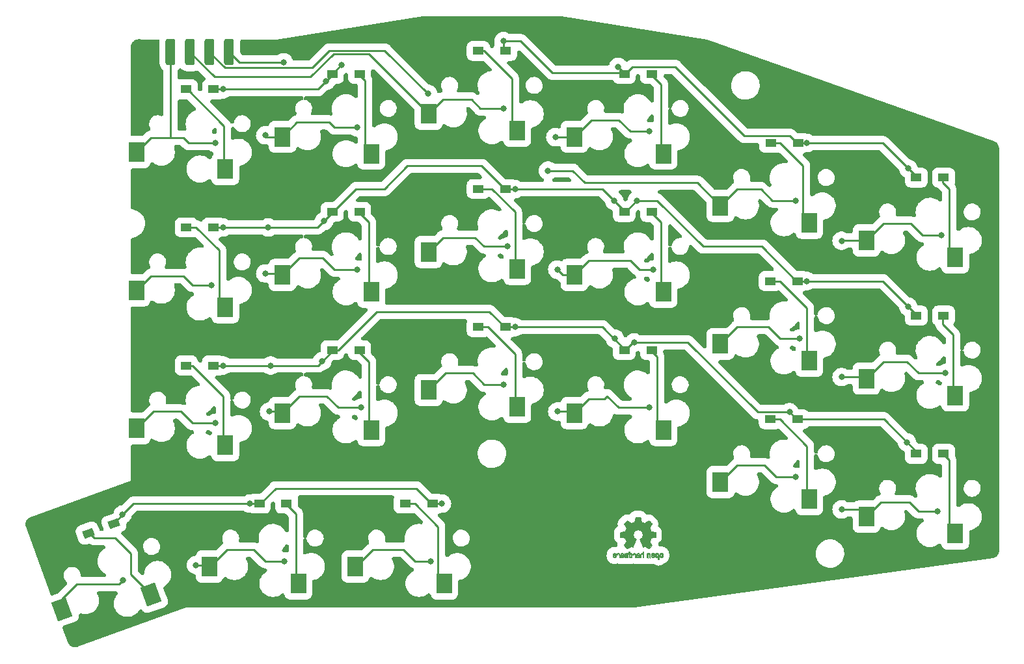
<source format=gbl>
%TF.GenerationSoftware,KiCad,Pcbnew,(7.0.0-0)*%
%TF.CreationDate,2023-03-13T10:44:32+08:00*%
%TF.ProjectId,Input,496e7075-742e-46b6-9963-61645f706362,1*%
%TF.SameCoordinates,PX7bfa480PY6052340*%
%TF.FileFunction,Copper,L2,Bot*%
%TF.FilePolarity,Positive*%
%FSLAX46Y46*%
G04 Gerber Fmt 4.6, Leading zero omitted, Abs format (unit mm)*
G04 Created by KiCad (PCBNEW (7.0.0-0)) date 2023-03-13 10:44:32*
%MOMM*%
%LPD*%
G01*
G04 APERTURE LIST*
G04 Aperture macros list*
%AMRoundRect*
0 Rectangle with rounded corners*
0 $1 Rounding radius*
0 $2 $3 $4 $5 $6 $7 $8 $9 X,Y pos of 4 corners*
0 Add a 4 corners polygon primitive as box body*
4,1,4,$2,$3,$4,$5,$6,$7,$8,$9,$2,$3,0*
0 Add four circle primitives for the rounded corners*
1,1,$1+$1,$2,$3*
1,1,$1+$1,$4,$5*
1,1,$1+$1,$6,$7*
1,1,$1+$1,$8,$9*
0 Add four rect primitives between the rounded corners*
20,1,$1+$1,$2,$3,$4,$5,0*
20,1,$1+$1,$4,$5,$6,$7,0*
20,1,$1+$1,$6,$7,$8,$9,0*
20,1,$1+$1,$8,$9,$2,$3,0*%
%AMRotRect*
0 Rectangle, with rotation*
0 The origin of the aperture is its center*
0 $1 length*
0 $2 width*
0 $3 Rotation angle, in degrees counterclockwise*
0 Add horizontal line*
21,1,$1,$2,0,0,$3*%
G04 Aperture macros list end*
%TA.AperFunction,EtchedComponent*%
%ADD10C,0.010000*%
%TD*%
%TA.AperFunction,ConnectorPad*%
%ADD11RoundRect,0.317500X0.317500X1.397000X-0.317500X1.397000X-0.317500X-1.397000X0.317500X-1.397000X0*%
%TD*%
%TA.AperFunction,SMDPad,CuDef*%
%ADD12R,2.000000X2.600000*%
%TD*%
%TA.AperFunction,SMDPad,CuDef*%
%ADD13R,1.400000X1.000000*%
%TD*%
%TA.AperFunction,SMDPad,CuDef*%
%ADD14RotRect,2.000000X2.600000X20.000000*%
%TD*%
%TA.AperFunction,SMDPad,CuDef*%
%ADD15RotRect,1.400000X1.000000X200.000000*%
%TD*%
%TA.AperFunction,ViaPad*%
%ADD16C,0.800000*%
%TD*%
%TA.AperFunction,Conductor*%
%ADD17C,0.250000*%
%TD*%
G04 APERTURE END LIST*
%TO.C,REF\u002A\u002A*%
G36*
X54482829Y-37951097D02*
G01*
X54542753Y-37973355D01*
X54567673Y-37990080D01*
X54592910Y-38014043D01*
X54610912Y-38044526D01*
X54622858Y-38086023D01*
X54629930Y-38143032D01*
X54633308Y-38220047D01*
X54634171Y-38321565D01*
X54634002Y-38374027D01*
X54633153Y-38445715D01*
X54631711Y-38502925D01*
X54629814Y-38540809D01*
X54627597Y-38554514D01*
X54613172Y-38549981D01*
X54584054Y-38537670D01*
X54583181Y-38537272D01*
X54568060Y-38529356D01*
X54557891Y-38518495D01*
X54551691Y-38499471D01*
X54548478Y-38467069D01*
X54547270Y-38416071D01*
X54547086Y-38341261D01*
X54546714Y-38293804D01*
X54542750Y-38204615D01*
X54533673Y-38139287D01*
X54518524Y-38094393D01*
X54496345Y-38066507D01*
X54466175Y-38052203D01*
X54461990Y-38051206D01*
X54405480Y-38050427D01*
X54361410Y-38075744D01*
X54330972Y-38126502D01*
X54325544Y-38141175D01*
X54313171Y-38173649D01*
X54306905Y-38188572D01*
X54294036Y-38186516D01*
X54265933Y-38175357D01*
X54239721Y-38156927D01*
X54227771Y-38122098D01*
X54231336Y-38097151D01*
X54253235Y-38046547D01*
X54288644Y-37999128D01*
X54330052Y-37966334D01*
X54347400Y-37958752D01*
X54413089Y-37946076D01*
X54482829Y-37951097D01*
G37*
D10*
X54482829Y-37951097D02*
X54542753Y-37973355D01*
X54567673Y-37990080D01*
X54592910Y-38014043D01*
X54610912Y-38044526D01*
X54622858Y-38086023D01*
X54629930Y-38143032D01*
X54633308Y-38220047D01*
X54634171Y-38321565D01*
X54634002Y-38374027D01*
X54633153Y-38445715D01*
X54631711Y-38502925D01*
X54629814Y-38540809D01*
X54627597Y-38554514D01*
X54613172Y-38549981D01*
X54584054Y-38537670D01*
X54583181Y-38537272D01*
X54568060Y-38529356D01*
X54557891Y-38518495D01*
X54551691Y-38499471D01*
X54548478Y-38467069D01*
X54547270Y-38416071D01*
X54547086Y-38341261D01*
X54546714Y-38293804D01*
X54542750Y-38204615D01*
X54533673Y-38139287D01*
X54518524Y-38094393D01*
X54496345Y-38066507D01*
X54466175Y-38052203D01*
X54461990Y-38051206D01*
X54405480Y-38050427D01*
X54361410Y-38075744D01*
X54330972Y-38126502D01*
X54325544Y-38141175D01*
X54313171Y-38173649D01*
X54306905Y-38188572D01*
X54294036Y-38186516D01*
X54265933Y-38175357D01*
X54239721Y-38156927D01*
X54227771Y-38122098D01*
X54231336Y-38097151D01*
X54253235Y-38046547D01*
X54288644Y-37999128D01*
X54330052Y-37966334D01*
X54347400Y-37958752D01*
X54413089Y-37946076D01*
X54482829Y-37951097D01*
G36*
X58431020Y-37917822D02*
G01*
X58498810Y-37949680D01*
X58554366Y-38004770D01*
X58565881Y-38022016D01*
X58575432Y-38041562D01*
X58582206Y-38066198D01*
X58586819Y-38100711D01*
X58589888Y-38149889D01*
X58592029Y-38218519D01*
X58593859Y-38311389D01*
X58598404Y-38569007D01*
X58560225Y-38554491D01*
X58525268Y-38541156D01*
X58499097Y-38528323D01*
X58482013Y-38511780D01*
X58472086Y-38486465D01*
X58467386Y-38447316D01*
X58465982Y-38389268D01*
X58465943Y-38307261D01*
X58465744Y-38241895D01*
X58464559Y-38179173D01*
X58461729Y-38136334D01*
X58456609Y-38108220D01*
X58448553Y-38089675D01*
X58436914Y-38075543D01*
X58408303Y-38055600D01*
X58360239Y-38048083D01*
X58312688Y-38067079D01*
X58309550Y-38069511D01*
X58299769Y-38080748D01*
X58292553Y-38098770D01*
X58287299Y-38128026D01*
X58283402Y-38172962D01*
X58280256Y-38238028D01*
X58277257Y-38327670D01*
X58270000Y-38567697D01*
X58208314Y-38540044D01*
X58146629Y-38512391D01*
X58146629Y-38293246D01*
X58146884Y-38233711D01*
X58149086Y-38150892D01*
X58154661Y-38089227D01*
X58164941Y-38043748D01*
X58181258Y-38009484D01*
X58204943Y-37981466D01*
X58237328Y-37954723D01*
X58283907Y-37927780D01*
X58357287Y-37910191D01*
X58431020Y-37917822D01*
G37*
X58431020Y-37917822D02*
X58498810Y-37949680D01*
X58554366Y-38004770D01*
X58565881Y-38022016D01*
X58575432Y-38041562D01*
X58582206Y-38066198D01*
X58586819Y-38100711D01*
X58589888Y-38149889D01*
X58592029Y-38218519D01*
X58593859Y-38311389D01*
X58598404Y-38569007D01*
X58560225Y-38554491D01*
X58525268Y-38541156D01*
X58499097Y-38528323D01*
X58482013Y-38511780D01*
X58472086Y-38486465D01*
X58467386Y-38447316D01*
X58465982Y-38389268D01*
X58465943Y-38307261D01*
X58465744Y-38241895D01*
X58464559Y-38179173D01*
X58461729Y-38136334D01*
X58456609Y-38108220D01*
X58448553Y-38089675D01*
X58436914Y-38075543D01*
X58408303Y-38055600D01*
X58360239Y-38048083D01*
X58312688Y-38067079D01*
X58309550Y-38069511D01*
X58299769Y-38080748D01*
X58292553Y-38098770D01*
X58287299Y-38128026D01*
X58283402Y-38172962D01*
X58280256Y-38238028D01*
X58277257Y-38327670D01*
X58270000Y-38567697D01*
X58208314Y-38540044D01*
X58146629Y-38512391D01*
X58146629Y-38293246D01*
X58146884Y-38233711D01*
X58149086Y-38150892D01*
X58154661Y-38089227D01*
X58164941Y-38043748D01*
X58181258Y-38009484D01*
X58204943Y-37981466D01*
X58237328Y-37954723D01*
X58283907Y-37927780D01*
X58357287Y-37910191D01*
X58431020Y-37917822D01*
G36*
X56607691Y-37966467D02*
G01*
X56612273Y-37969003D01*
X56649704Y-37998057D01*
X56683170Y-38035410D01*
X56689007Y-38043852D01*
X56700165Y-38063553D01*
X56708136Y-38086935D01*
X56713618Y-38119067D01*
X56717307Y-38165019D01*
X56719899Y-38229859D01*
X56722092Y-38318657D01*
X56722402Y-38333669D01*
X56723400Y-38430999D01*
X56721994Y-38499934D01*
X56718164Y-38540948D01*
X56711889Y-38554514D01*
X56692898Y-38550452D01*
X56660638Y-38538144D01*
X56653041Y-38534545D01*
X56641176Y-38526398D01*
X56632994Y-38513004D01*
X56627643Y-38489608D01*
X56624269Y-38451455D01*
X56622019Y-38393790D01*
X56620040Y-38311857D01*
X56619498Y-38287907D01*
X56617403Y-38212266D01*
X56614683Y-38159328D01*
X56610515Y-38124075D01*
X56604079Y-38101487D01*
X56594550Y-38086544D01*
X56581106Y-38074227D01*
X56541305Y-38052634D01*
X56492341Y-38048476D01*
X56448529Y-38064999D01*
X56417008Y-38099210D01*
X56404914Y-38148114D01*
X56404578Y-38161407D01*
X56397972Y-38185472D01*
X56378470Y-38189144D01*
X56340283Y-38174813D01*
X56331438Y-38170217D01*
X56307534Y-38143186D01*
X56307061Y-38102994D01*
X56329836Y-38047409D01*
X56350727Y-38017117D01*
X56404142Y-37974084D01*
X56470074Y-37949755D01*
X56540574Y-37946443D01*
X56607691Y-37966467D01*
G37*
X56607691Y-37966467D02*
X56612273Y-37969003D01*
X56649704Y-37998057D01*
X56683170Y-38035410D01*
X56689007Y-38043852D01*
X56700165Y-38063553D01*
X56708136Y-38086935D01*
X56713618Y-38119067D01*
X56717307Y-38165019D01*
X56719899Y-38229859D01*
X56722092Y-38318657D01*
X56722402Y-38333669D01*
X56723400Y-38430999D01*
X56721994Y-38499934D01*
X56718164Y-38540948D01*
X56711889Y-38554514D01*
X56692898Y-38550452D01*
X56660638Y-38538144D01*
X56653041Y-38534545D01*
X56641176Y-38526398D01*
X56632994Y-38513004D01*
X56627643Y-38489608D01*
X56624269Y-38451455D01*
X56622019Y-38393790D01*
X56620040Y-38311857D01*
X56619498Y-38287907D01*
X56617403Y-38212266D01*
X56614683Y-38159328D01*
X56610515Y-38124075D01*
X56604079Y-38101487D01*
X56594550Y-38086544D01*
X56581106Y-38074227D01*
X56541305Y-38052634D01*
X56492341Y-38048476D01*
X56448529Y-38064999D01*
X56417008Y-38099210D01*
X56404914Y-38148114D01*
X56404578Y-38161407D01*
X56397972Y-38185472D01*
X56378470Y-38189144D01*
X56340283Y-38174813D01*
X56331438Y-38170217D01*
X56307534Y-38143186D01*
X56307061Y-38102994D01*
X56329836Y-38047409D01*
X56350727Y-38017117D01*
X56404142Y-37974084D01*
X56470074Y-37949755D01*
X56540574Y-37946443D01*
X56607691Y-37966467D01*
G36*
X57678543Y-37749444D02*
G01*
X57725714Y-37769342D01*
X57725714Y-38166509D01*
X57725519Y-38269498D01*
X57724998Y-38362141D01*
X57724199Y-38440700D01*
X57723172Y-38501439D01*
X57721963Y-38540623D01*
X57720623Y-38554514D01*
X57720099Y-38554468D01*
X57702287Y-38549420D01*
X57669823Y-38538580D01*
X57624114Y-38522646D01*
X57624114Y-38318173D01*
X57623824Y-38237832D01*
X57622474Y-38179562D01*
X57619369Y-38139909D01*
X57613812Y-38113618D01*
X57605107Y-38095436D01*
X57592556Y-38080107D01*
X57583999Y-38071955D01*
X57537728Y-38049375D01*
X57486728Y-38051375D01*
X57439993Y-38078073D01*
X57433189Y-38084698D01*
X57422293Y-38098456D01*
X57414836Y-38116642D01*
X57410169Y-38144177D01*
X57407642Y-38185981D01*
X57406602Y-38246973D01*
X57406400Y-38332073D01*
X57406303Y-38375234D01*
X57405674Y-38446224D01*
X57404556Y-38503076D01*
X57403063Y-38540828D01*
X57401309Y-38554514D01*
X57400785Y-38554468D01*
X57382973Y-38549420D01*
X57350509Y-38538580D01*
X57304800Y-38522646D01*
X57304823Y-38317237D01*
X57304857Y-38298951D01*
X57306778Y-38203626D01*
X57312678Y-38131543D01*
X57324001Y-38077813D01*
X57342187Y-38037549D01*
X57368679Y-38005861D01*
X57404918Y-37977861D01*
X57440263Y-37960333D01*
X57496773Y-37946785D01*
X57552356Y-37946015D01*
X57595086Y-37959195D01*
X57598298Y-37961015D01*
X57608205Y-37960820D01*
X57614975Y-37945572D01*
X57619861Y-37910613D01*
X57624114Y-37851289D01*
X57631371Y-37729547D01*
X57678543Y-37749444D01*
G37*
X57678543Y-37749444D02*
X57725714Y-37769342D01*
X57725714Y-38166509D01*
X57725519Y-38269498D01*
X57724998Y-38362141D01*
X57724199Y-38440700D01*
X57723172Y-38501439D01*
X57721963Y-38540623D01*
X57720623Y-38554514D01*
X57720099Y-38554468D01*
X57702287Y-38549420D01*
X57669823Y-38538580D01*
X57624114Y-38522646D01*
X57624114Y-38318173D01*
X57623824Y-38237832D01*
X57622474Y-38179562D01*
X57619369Y-38139909D01*
X57613812Y-38113618D01*
X57605107Y-38095436D01*
X57592556Y-38080107D01*
X57583999Y-38071955D01*
X57537728Y-38049375D01*
X57486728Y-38051375D01*
X57439993Y-38078073D01*
X57433189Y-38084698D01*
X57422293Y-38098456D01*
X57414836Y-38116642D01*
X57410169Y-38144177D01*
X57407642Y-38185981D01*
X57406602Y-38246973D01*
X57406400Y-38332073D01*
X57406303Y-38375234D01*
X57405674Y-38446224D01*
X57404556Y-38503076D01*
X57403063Y-38540828D01*
X57401309Y-38554514D01*
X57400785Y-38554468D01*
X57382973Y-38549420D01*
X57350509Y-38538580D01*
X57304800Y-38522646D01*
X57304823Y-38317237D01*
X57304857Y-38298951D01*
X57306778Y-38203626D01*
X57312678Y-38131543D01*
X57324001Y-38077813D01*
X57342187Y-38037549D01*
X57368679Y-38005861D01*
X57404918Y-37977861D01*
X57440263Y-37960333D01*
X57496773Y-37946785D01*
X57552356Y-37946015D01*
X57595086Y-37959195D01*
X57598298Y-37961015D01*
X57608205Y-37960820D01*
X57614975Y-37945572D01*
X57619861Y-37910613D01*
X57624114Y-37851289D01*
X57631371Y-37729547D01*
X57678543Y-37749444D01*
G36*
X55653941Y-37949282D02*
G01*
X55685774Y-37961758D01*
X55722743Y-37978602D01*
X55722743Y-38465196D01*
X55676812Y-38511127D01*
X55666320Y-38521427D01*
X55637255Y-38544320D01*
X55607943Y-38551735D01*
X55564326Y-38548321D01*
X55546568Y-38546114D01*
X55500767Y-38541445D01*
X55468743Y-38539585D01*
X55459244Y-38539869D01*
X55420274Y-38542948D01*
X55373160Y-38548321D01*
X55358085Y-38550168D01*
X55320110Y-38550893D01*
X55292325Y-38539429D01*
X55260674Y-38511127D01*
X55214743Y-38465196D01*
X55214743Y-38205055D01*
X55215101Y-38128180D01*
X55216216Y-38054886D01*
X55217952Y-37996850D01*
X55220167Y-37958663D01*
X55222721Y-37944914D01*
X55223256Y-37944951D01*
X55241808Y-37951793D01*
X55273153Y-37966868D01*
X55315608Y-37988822D01*
X55319604Y-38217240D01*
X55323600Y-38445657D01*
X55410686Y-38445657D01*
X55414657Y-38195286D01*
X55415916Y-38127227D01*
X55417718Y-38054482D01*
X55419671Y-37996730D01*
X55421612Y-37958648D01*
X55423377Y-37944914D01*
X55423885Y-37944962D01*
X55441482Y-37950015D01*
X55473834Y-37960849D01*
X55519543Y-37976783D01*
X55519765Y-38196706D01*
X55519988Y-38234909D01*
X55521531Y-38309146D01*
X55524292Y-38371145D01*
X55527977Y-38415308D01*
X55532292Y-38436041D01*
X55547732Y-38447131D01*
X55579241Y-38450556D01*
X55613886Y-38445657D01*
X55617857Y-38195286D01*
X55619278Y-38131663D01*
X55622225Y-38056356D01*
X55626079Y-37997286D01*
X55630542Y-37958718D01*
X55635317Y-37944914D01*
X55653941Y-37949282D01*
G37*
X55653941Y-37949282D02*
X55685774Y-37961758D01*
X55722743Y-37978602D01*
X55722743Y-38465196D01*
X55676812Y-38511127D01*
X55666320Y-38521427D01*
X55637255Y-38544320D01*
X55607943Y-38551735D01*
X55564326Y-38548321D01*
X55546568Y-38546114D01*
X55500767Y-38541445D01*
X55468743Y-38539585D01*
X55459244Y-38539869D01*
X55420274Y-38542948D01*
X55373160Y-38548321D01*
X55358085Y-38550168D01*
X55320110Y-38550893D01*
X55292325Y-38539429D01*
X55260674Y-38511127D01*
X55214743Y-38465196D01*
X55214743Y-38205055D01*
X55215101Y-38128180D01*
X55216216Y-38054886D01*
X55217952Y-37996850D01*
X55220167Y-37958663D01*
X55222721Y-37944914D01*
X55223256Y-37944951D01*
X55241808Y-37951793D01*
X55273153Y-37966868D01*
X55315608Y-37988822D01*
X55319604Y-38217240D01*
X55323600Y-38445657D01*
X55410686Y-38445657D01*
X55414657Y-38195286D01*
X55415916Y-38127227D01*
X55417718Y-38054482D01*
X55419671Y-37996730D01*
X55421612Y-37958648D01*
X55423377Y-37944914D01*
X55423885Y-37944962D01*
X55441482Y-37950015D01*
X55473834Y-37960849D01*
X55519543Y-37976783D01*
X55519765Y-38196706D01*
X55519988Y-38234909D01*
X55521531Y-38309146D01*
X55524292Y-38371145D01*
X55527977Y-38415308D01*
X55532292Y-38436041D01*
X55547732Y-38447131D01*
X55579241Y-38450556D01*
X55613886Y-38445657D01*
X55617857Y-38195286D01*
X55619278Y-38131663D01*
X55622225Y-38056356D01*
X55626079Y-37997286D01*
X55630542Y-37958718D01*
X55635317Y-37944914D01*
X55653941Y-37949282D01*
G36*
X60265678Y-38230192D02*
G01*
X60265714Y-38235200D01*
X60265701Y-38250935D01*
X60264914Y-38321119D01*
X60262210Y-38370022D01*
X60256606Y-38404178D01*
X60247119Y-38430124D01*
X60232768Y-38454397D01*
X60229237Y-38459433D01*
X60191878Y-38499143D01*
X60149311Y-38529092D01*
X60127452Y-38538810D01*
X60048908Y-38555020D01*
X59971231Y-38544535D01*
X59899645Y-38508707D01*
X59839374Y-38448887D01*
X59834286Y-38440873D01*
X59817730Y-38394342D01*
X59806573Y-38329552D01*
X59801160Y-38254727D01*
X59801768Y-38185513D01*
X59948248Y-38185513D01*
X59949402Y-38281399D01*
X59949866Y-38287569D01*
X59956629Y-38340478D01*
X59968671Y-38374029D01*
X59989005Y-38397016D01*
X60023097Y-38418548D01*
X60056814Y-38419680D01*
X60091543Y-38394857D01*
X60097584Y-38388325D01*
X60109417Y-38368779D01*
X60116404Y-38340386D01*
X60119727Y-38296430D01*
X60120571Y-38230192D01*
X60119125Y-38168150D01*
X60111907Y-38109042D01*
X60097006Y-38071686D01*
X60072636Y-38052152D01*
X60037008Y-38046514D01*
X60023440Y-38047635D01*
X59985430Y-38068194D01*
X59960312Y-38114299D01*
X59948248Y-38185513D01*
X59801768Y-38185513D01*
X59801833Y-38178096D01*
X59808937Y-38107882D01*
X59822815Y-38052312D01*
X59840649Y-38015301D01*
X59890855Y-37957733D01*
X59958885Y-37921962D01*
X60042158Y-37909665D01*
X60064398Y-37910331D01*
X60129891Y-37923947D01*
X60183687Y-37958249D01*
X60233057Y-38017338D01*
X60235995Y-38021722D01*
X60249287Y-38045299D01*
X60257932Y-38071949D01*
X60262904Y-38108159D01*
X60265174Y-38160413D01*
X60265678Y-38230192D01*
G37*
X60265678Y-38230192D02*
X60265714Y-38235200D01*
X60265701Y-38250935D01*
X60264914Y-38321119D01*
X60262210Y-38370022D01*
X60256606Y-38404178D01*
X60247119Y-38430124D01*
X60232768Y-38454397D01*
X60229237Y-38459433D01*
X60191878Y-38499143D01*
X60149311Y-38529092D01*
X60127452Y-38538810D01*
X60048908Y-38555020D01*
X59971231Y-38544535D01*
X59899645Y-38508707D01*
X59839374Y-38448887D01*
X59834286Y-38440873D01*
X59817730Y-38394342D01*
X59806573Y-38329552D01*
X59801160Y-38254727D01*
X59801768Y-38185513D01*
X59948248Y-38185513D01*
X59949402Y-38281399D01*
X59949866Y-38287569D01*
X59956629Y-38340478D01*
X59968671Y-38374029D01*
X59989005Y-38397016D01*
X60023097Y-38418548D01*
X60056814Y-38419680D01*
X60091543Y-38394857D01*
X60097584Y-38388325D01*
X60109417Y-38368779D01*
X60116404Y-38340386D01*
X60119727Y-38296430D01*
X60120571Y-38230192D01*
X60119125Y-38168150D01*
X60111907Y-38109042D01*
X60097006Y-38071686D01*
X60072636Y-38052152D01*
X60037008Y-38046514D01*
X60023440Y-38047635D01*
X59985430Y-38068194D01*
X59960312Y-38114299D01*
X59948248Y-38185513D01*
X59801768Y-38185513D01*
X59801833Y-38178096D01*
X59808937Y-38107882D01*
X59822815Y-38052312D01*
X59840649Y-38015301D01*
X59890855Y-37957733D01*
X59958885Y-37921962D01*
X60042158Y-37909665D01*
X60064398Y-37910331D01*
X60129891Y-37923947D01*
X60183687Y-37958249D01*
X60233057Y-38017338D01*
X60235995Y-38021722D01*
X60249287Y-38045299D01*
X60257932Y-38071949D01*
X60262904Y-38108159D01*
X60265174Y-38160413D01*
X60265678Y-38230192D01*
G36*
X54139628Y-38206247D02*
G01*
X54140590Y-38252622D01*
X54140307Y-38291305D01*
X54136762Y-38367521D01*
X54127483Y-38423294D01*
X54110375Y-38464613D01*
X54083344Y-38497467D01*
X54044292Y-38527846D01*
X54019445Y-38541660D01*
X53979615Y-38550965D01*
X53923665Y-38550230D01*
X53892385Y-38547283D01*
X53854653Y-38538283D01*
X53824494Y-38518720D01*
X53789408Y-38482267D01*
X53784720Y-38476943D01*
X53753177Y-38435969D01*
X53738128Y-38400283D01*
X53734286Y-38357966D01*
X53734286Y-38295779D01*
X53777742Y-38312182D01*
X53809424Y-38331356D01*
X53836962Y-38376347D01*
X53842711Y-38390752D01*
X53874855Y-38431546D01*
X53918611Y-38452081D01*
X53966254Y-38450235D01*
X54010057Y-38423886D01*
X54025111Y-38407455D01*
X54038763Y-38382667D01*
X54034493Y-38360144D01*
X54009916Y-38336964D01*
X53962651Y-38310202D01*
X53890314Y-38276934D01*
X53741543Y-38211816D01*
X53737595Y-38147308D01*
X53739079Y-38106220D01*
X53836010Y-38106220D01*
X53843368Y-38131657D01*
X53876848Y-38158814D01*
X53937614Y-38189714D01*
X53947669Y-38194190D01*
X53995751Y-38215017D01*
X54031726Y-38229665D01*
X54048444Y-38235200D01*
X54050977Y-38231126D01*
X54051993Y-38206247D01*
X54048369Y-38166257D01*
X54039242Y-38127152D01*
X54010773Y-38077884D01*
X53969678Y-38050122D01*
X53920590Y-38046364D01*
X53868144Y-38069109D01*
X53853609Y-38080481D01*
X53836010Y-38106220D01*
X53739079Y-38106220D01*
X53739338Y-38099064D01*
X53761281Y-38038096D01*
X53788979Y-38004497D01*
X53846405Y-37966966D01*
X53914527Y-37948006D01*
X53984947Y-37949507D01*
X54049267Y-37973355D01*
X54063426Y-37982513D01*
X54095904Y-38010849D01*
X54118116Y-38046695D01*
X54131804Y-38095384D01*
X54138715Y-38162249D01*
X54139628Y-38206247D01*
G37*
X54139628Y-38206247D02*
X54140590Y-38252622D01*
X54140307Y-38291305D01*
X54136762Y-38367521D01*
X54127483Y-38423294D01*
X54110375Y-38464613D01*
X54083344Y-38497467D01*
X54044292Y-38527846D01*
X54019445Y-38541660D01*
X53979615Y-38550965D01*
X53923665Y-38550230D01*
X53892385Y-38547283D01*
X53854653Y-38538283D01*
X53824494Y-38518720D01*
X53789408Y-38482267D01*
X53784720Y-38476943D01*
X53753177Y-38435969D01*
X53738128Y-38400283D01*
X53734286Y-38357966D01*
X53734286Y-38295779D01*
X53777742Y-38312182D01*
X53809424Y-38331356D01*
X53836962Y-38376347D01*
X53842711Y-38390752D01*
X53874855Y-38431546D01*
X53918611Y-38452081D01*
X53966254Y-38450235D01*
X54010057Y-38423886D01*
X54025111Y-38407455D01*
X54038763Y-38382667D01*
X54034493Y-38360144D01*
X54009916Y-38336964D01*
X53962651Y-38310202D01*
X53890314Y-38276934D01*
X53741543Y-38211816D01*
X53737595Y-38147308D01*
X53739079Y-38106220D01*
X53836010Y-38106220D01*
X53843368Y-38131657D01*
X53876848Y-38158814D01*
X53937614Y-38189714D01*
X53947669Y-38194190D01*
X53995751Y-38215017D01*
X54031726Y-38229665D01*
X54048444Y-38235200D01*
X54050977Y-38231126D01*
X54051993Y-38206247D01*
X54048369Y-38166257D01*
X54039242Y-38127152D01*
X54010773Y-38077884D01*
X53969678Y-38050122D01*
X53920590Y-38046364D01*
X53868144Y-38069109D01*
X53853609Y-38080481D01*
X53836010Y-38106220D01*
X53739079Y-38106220D01*
X53739338Y-38099064D01*
X53761281Y-38038096D01*
X53788979Y-38004497D01*
X53846405Y-37966966D01*
X53914527Y-37948006D01*
X53984947Y-37949507D01*
X54049267Y-37973355D01*
X54063426Y-37982513D01*
X54095904Y-38010849D01*
X54118116Y-38046695D01*
X54131804Y-38095384D01*
X54138715Y-38162249D01*
X54139628Y-38206247D01*
G36*
X56230542Y-38245647D02*
G01*
X56230698Y-38249714D01*
X56229537Y-38306313D01*
X56221345Y-38383462D01*
X56203519Y-38441276D01*
X56173975Y-38485422D01*
X56130625Y-38521568D01*
X56089332Y-38542463D01*
X56019987Y-38554090D01*
X55950736Y-38541377D01*
X55888145Y-38505945D01*
X55838779Y-38449418D01*
X55832818Y-38438995D01*
X55824945Y-38420733D01*
X55819106Y-38397429D01*
X55814999Y-38365085D01*
X55812325Y-38319704D01*
X55810781Y-38257287D01*
X55810734Y-38251748D01*
X55911429Y-38251748D01*
X55911772Y-38304577D01*
X55913942Y-38352362D01*
X55919307Y-38383209D01*
X55929217Y-38403935D01*
X55945021Y-38421356D01*
X55948724Y-38424705D01*
X55996299Y-38449419D01*
X56046635Y-38446890D01*
X56093517Y-38417288D01*
X56107477Y-38401953D01*
X56119160Y-38381622D01*
X56125686Y-38353514D01*
X56128524Y-38310550D01*
X56129143Y-38245647D01*
X56128837Y-38196122D01*
X56126722Y-38147782D01*
X56121390Y-38116587D01*
X56111460Y-38095647D01*
X56095550Y-38078073D01*
X56086204Y-38070159D01*
X56037776Y-38048843D01*
X55987040Y-38052198D01*
X55942987Y-38080107D01*
X55933504Y-38091173D01*
X55921939Y-38112009D01*
X55915252Y-38141106D01*
X55912173Y-38185381D01*
X55911429Y-38251748D01*
X55810734Y-38251748D01*
X55810067Y-38173837D01*
X55809883Y-38065358D01*
X55809829Y-37728601D01*
X55857000Y-37748362D01*
X55869472Y-37753770D01*
X55889324Y-37765985D01*
X55900687Y-37784482D01*
X55906933Y-37816829D01*
X55911429Y-37870593D01*
X55915535Y-37918866D01*
X55920963Y-37950557D01*
X55928739Y-37962383D01*
X55940457Y-37959212D01*
X55970318Y-37948067D01*
X56023684Y-37945304D01*
X56081093Y-37955625D01*
X56130625Y-37977861D01*
X56157876Y-37998443D01*
X56192865Y-38038600D01*
X56215274Y-38090086D01*
X56227190Y-38158568D01*
X56230542Y-38245647D01*
G37*
X56230542Y-38245647D02*
X56230698Y-38249714D01*
X56229537Y-38306313D01*
X56221345Y-38383462D01*
X56203519Y-38441276D01*
X56173975Y-38485422D01*
X56130625Y-38521568D01*
X56089332Y-38542463D01*
X56019987Y-38554090D01*
X55950736Y-38541377D01*
X55888145Y-38505945D01*
X55838779Y-38449418D01*
X55832818Y-38438995D01*
X55824945Y-38420733D01*
X55819106Y-38397429D01*
X55814999Y-38365085D01*
X55812325Y-38319704D01*
X55810781Y-38257287D01*
X55810734Y-38251748D01*
X55911429Y-38251748D01*
X55911772Y-38304577D01*
X55913942Y-38352362D01*
X55919307Y-38383209D01*
X55929217Y-38403935D01*
X55945021Y-38421356D01*
X55948724Y-38424705D01*
X55996299Y-38449419D01*
X56046635Y-38446890D01*
X56093517Y-38417288D01*
X56107477Y-38401953D01*
X56119160Y-38381622D01*
X56125686Y-38353514D01*
X56128524Y-38310550D01*
X56129143Y-38245647D01*
X56128837Y-38196122D01*
X56126722Y-38147782D01*
X56121390Y-38116587D01*
X56111460Y-38095647D01*
X56095550Y-38078073D01*
X56086204Y-38070159D01*
X56037776Y-38048843D01*
X55987040Y-38052198D01*
X55942987Y-38080107D01*
X55933504Y-38091173D01*
X55921939Y-38112009D01*
X55915252Y-38141106D01*
X55912173Y-38185381D01*
X55911429Y-38251748D01*
X55810734Y-38251748D01*
X55810067Y-38173837D01*
X55809883Y-38065358D01*
X55809829Y-37728601D01*
X55857000Y-37748362D01*
X55869472Y-37753770D01*
X55889324Y-37765985D01*
X55900687Y-37784482D01*
X55906933Y-37816829D01*
X55911429Y-37870593D01*
X55915535Y-37918866D01*
X55920963Y-37950557D01*
X55928739Y-37962383D01*
X55940457Y-37959212D01*
X55970318Y-37948067D01*
X56023684Y-37945304D01*
X56081093Y-37955625D01*
X56130625Y-37977861D01*
X56157876Y-37998443D01*
X56192865Y-38038600D01*
X56215274Y-38090086D01*
X56227190Y-38158568D01*
X56230542Y-38245647D01*
G36*
X59156767Y-38142748D02*
G01*
X59162299Y-38194055D01*
X59157684Y-38304078D01*
X59155078Y-38327387D01*
X59135660Y-38410352D01*
X59100573Y-38473448D01*
X59047212Y-38521808D01*
X59044196Y-38523804D01*
X58976362Y-38552185D01*
X58905535Y-38554711D01*
X58837289Y-38533097D01*
X58777196Y-38489062D01*
X58730829Y-38424322D01*
X58730050Y-38422761D01*
X58714643Y-38382558D01*
X58703357Y-38336866D01*
X58697370Y-38293972D01*
X58697861Y-38262160D01*
X58706007Y-38249714D01*
X58713244Y-38250471D01*
X58747851Y-38264235D01*
X58787078Y-38289546D01*
X58820448Y-38318845D01*
X58837483Y-38344572D01*
X58855192Y-38379471D01*
X58891485Y-38411212D01*
X58933630Y-38423886D01*
X58949077Y-38420221D01*
X58979569Y-38401774D01*
X59006128Y-38376166D01*
X59017486Y-38352934D01*
X59017482Y-38352848D01*
X59004596Y-38342179D01*
X58970241Y-38322933D01*
X58919593Y-38297813D01*
X58857829Y-38269524D01*
X58857489Y-38269374D01*
X58790388Y-38239498D01*
X58745411Y-38217973D01*
X58718145Y-38201437D01*
X58704178Y-38186531D01*
X58699097Y-38169893D01*
X58698490Y-38148162D01*
X58702712Y-38107013D01*
X58846000Y-38107013D01*
X58860791Y-38119949D01*
X58897644Y-38139333D01*
X58898725Y-38139881D01*
X58942205Y-38160587D01*
X58981102Y-38177105D01*
X59005778Y-38184093D01*
X59015676Y-38174753D01*
X59017486Y-38142748D01*
X59009966Y-38102915D01*
X58983897Y-38066717D01*
X58946154Y-38047950D01*
X58904077Y-38049845D01*
X58865005Y-38075632D01*
X58849647Y-38093451D01*
X58846000Y-38107013D01*
X58702712Y-38107013D01*
X58703833Y-38096086D01*
X58730251Y-38025335D01*
X58774473Y-37969735D01*
X58831697Y-37931239D01*
X58897120Y-37911797D01*
X58965937Y-37913359D01*
X59033347Y-37937878D01*
X59094544Y-37987302D01*
X59128450Y-38036212D01*
X59152806Y-38106027D01*
X59156767Y-38142748D01*
G37*
X59156767Y-38142748D02*
X59162299Y-38194055D01*
X59157684Y-38304078D01*
X59155078Y-38327387D01*
X59135660Y-38410352D01*
X59100573Y-38473448D01*
X59047212Y-38521808D01*
X59044196Y-38523804D01*
X58976362Y-38552185D01*
X58905535Y-38554711D01*
X58837289Y-38533097D01*
X58777196Y-38489062D01*
X58730829Y-38424322D01*
X58730050Y-38422761D01*
X58714643Y-38382558D01*
X58703357Y-38336866D01*
X58697370Y-38293972D01*
X58697861Y-38262160D01*
X58706007Y-38249714D01*
X58713244Y-38250471D01*
X58747851Y-38264235D01*
X58787078Y-38289546D01*
X58820448Y-38318845D01*
X58837483Y-38344572D01*
X58855192Y-38379471D01*
X58891485Y-38411212D01*
X58933630Y-38423886D01*
X58949077Y-38420221D01*
X58979569Y-38401774D01*
X59006128Y-38376166D01*
X59017486Y-38352934D01*
X59017482Y-38352848D01*
X59004596Y-38342179D01*
X58970241Y-38322933D01*
X58919593Y-38297813D01*
X58857829Y-38269524D01*
X58857489Y-38269374D01*
X58790388Y-38239498D01*
X58745411Y-38217973D01*
X58718145Y-38201437D01*
X58704178Y-38186531D01*
X58699097Y-38169893D01*
X58698490Y-38148162D01*
X58702712Y-38107013D01*
X58846000Y-38107013D01*
X58860791Y-38119949D01*
X58897644Y-38139333D01*
X58898725Y-38139881D01*
X58942205Y-38160587D01*
X58981102Y-38177105D01*
X59005778Y-38184093D01*
X59015676Y-38174753D01*
X59017486Y-38142748D01*
X59009966Y-38102915D01*
X58983897Y-38066717D01*
X58946154Y-38047950D01*
X58904077Y-38049845D01*
X58865005Y-38075632D01*
X58849647Y-38093451D01*
X58846000Y-38107013D01*
X58702712Y-38107013D01*
X58703833Y-38096086D01*
X58730251Y-38025335D01*
X58774473Y-37969735D01*
X58831697Y-37931239D01*
X58897120Y-37911797D01*
X58965937Y-37913359D01*
X59033347Y-37937878D01*
X59094544Y-37987302D01*
X59128450Y-38036212D01*
X59152806Y-38106027D01*
X59156767Y-38142748D01*
G36*
X57089483Y-37960569D02*
G01*
X57139376Y-37989661D01*
X57161325Y-38012327D01*
X57203504Y-38080082D01*
X57217714Y-38153950D01*
X57217714Y-38204770D01*
X57170999Y-38185128D01*
X57138692Y-38165308D01*
X57113231Y-38124160D01*
X57110616Y-38115675D01*
X57082478Y-38072451D01*
X57040067Y-38049103D01*
X56991370Y-38048100D01*
X56944373Y-38071914D01*
X56937357Y-38078056D01*
X56913893Y-38104745D01*
X56910019Y-38128014D01*
X56927768Y-38150862D01*
X56969179Y-38176287D01*
X57036286Y-38207288D01*
X57040824Y-38209252D01*
X57115322Y-38243990D01*
X57166203Y-38274763D01*
X57197525Y-38305488D01*
X57213343Y-38340082D01*
X57217714Y-38382462D01*
X57211986Y-38429446D01*
X57183062Y-38489585D01*
X57132178Y-38532788D01*
X57095374Y-38545759D01*
X57043434Y-38552856D01*
X56992999Y-38551340D01*
X56956983Y-38540632D01*
X56953158Y-38537966D01*
X56942998Y-38519337D01*
X56950048Y-38486505D01*
X56962297Y-38460735D01*
X56981939Y-38450006D01*
X57019191Y-38450539D01*
X57070908Y-38447462D01*
X57104701Y-38426212D01*
X57116114Y-38386877D01*
X57116104Y-38385747D01*
X57109187Y-38362913D01*
X57085659Y-38341963D01*
X57039914Y-38317815D01*
X56977704Y-38288741D01*
X56936499Y-38272925D01*
X56912712Y-38273944D01*
X56901597Y-38294837D01*
X56898408Y-38338641D01*
X56898400Y-38408393D01*
X56898044Y-38451452D01*
X56896413Y-38504626D01*
X56893761Y-38541022D01*
X56890422Y-38554514D01*
X56889530Y-38554423D01*
X56870237Y-38547110D01*
X56838284Y-38531678D01*
X56794124Y-38508842D01*
X56799371Y-38303078D01*
X56799736Y-38289432D01*
X56803904Y-38193651D01*
X56811268Y-38121462D01*
X56823330Y-38068058D01*
X56841593Y-38028633D01*
X56867560Y-37998380D01*
X56902733Y-37972493D01*
X56903384Y-37972087D01*
X56960256Y-37950968D01*
X57026033Y-37947400D01*
X57089483Y-37960569D01*
G37*
X57089483Y-37960569D02*
X57139376Y-37989661D01*
X57161325Y-38012327D01*
X57203504Y-38080082D01*
X57217714Y-38153950D01*
X57217714Y-38204770D01*
X57170999Y-38185128D01*
X57138692Y-38165308D01*
X57113231Y-38124160D01*
X57110616Y-38115675D01*
X57082478Y-38072451D01*
X57040067Y-38049103D01*
X56991370Y-38048100D01*
X56944373Y-38071914D01*
X56937357Y-38078056D01*
X56913893Y-38104745D01*
X56910019Y-38128014D01*
X56927768Y-38150862D01*
X56969179Y-38176287D01*
X57036286Y-38207288D01*
X57040824Y-38209252D01*
X57115322Y-38243990D01*
X57166203Y-38274763D01*
X57197525Y-38305488D01*
X57213343Y-38340082D01*
X57217714Y-38382462D01*
X57211986Y-38429446D01*
X57183062Y-38489585D01*
X57132178Y-38532788D01*
X57095374Y-38545759D01*
X57043434Y-38552856D01*
X56992999Y-38551340D01*
X56956983Y-38540632D01*
X56953158Y-38537966D01*
X56942998Y-38519337D01*
X56950048Y-38486505D01*
X56962297Y-38460735D01*
X56981939Y-38450006D01*
X57019191Y-38450539D01*
X57070908Y-38447462D01*
X57104701Y-38426212D01*
X57116114Y-38386877D01*
X57116104Y-38385747D01*
X57109187Y-38362913D01*
X57085659Y-38341963D01*
X57039914Y-38317815D01*
X56977704Y-38288741D01*
X56936499Y-38272925D01*
X56912712Y-38273944D01*
X56901597Y-38294837D01*
X56898408Y-38338641D01*
X56898400Y-38408393D01*
X56898044Y-38451452D01*
X56896413Y-38504626D01*
X56893761Y-38541022D01*
X56890422Y-38554514D01*
X56889530Y-38554423D01*
X56870237Y-38547110D01*
X56838284Y-38531678D01*
X56794124Y-38508842D01*
X56799371Y-38303078D01*
X56799736Y-38289432D01*
X56803904Y-38193651D01*
X56811268Y-38121462D01*
X56823330Y-38068058D01*
X56841593Y-38028633D01*
X56867560Y-37998380D01*
X56902733Y-37972493D01*
X56903384Y-37972087D01*
X56960256Y-37950968D01*
X57026033Y-37947400D01*
X57089483Y-37960569D01*
G36*
X59708528Y-38228603D02*
G01*
X59709815Y-38301524D01*
X59711252Y-38413000D01*
X59711651Y-38445339D01*
X59712929Y-38553455D01*
X59713185Y-38636186D01*
X59711634Y-38696426D01*
X59707490Y-38737073D01*
X59699964Y-38761023D01*
X59688271Y-38771171D01*
X59671624Y-38770414D01*
X59649236Y-38761648D01*
X59620321Y-38747769D01*
X59614142Y-38744808D01*
X59588413Y-38730311D01*
X59574976Y-38713065D01*
X59569834Y-38684308D01*
X59568990Y-38635283D01*
X59568952Y-38547257D01*
X59478276Y-38547257D01*
X59422498Y-38544815D01*
X59378640Y-38534908D01*
X59342218Y-38514886D01*
X59339503Y-38512929D01*
X59302546Y-38479869D01*
X59276826Y-38439931D01*
X59260606Y-38387657D01*
X59252148Y-38317588D01*
X59250083Y-38238430D01*
X59394857Y-38238430D01*
X59394882Y-38251697D01*
X59396261Y-38311584D01*
X59400687Y-38350732D01*
X59409461Y-38376153D01*
X59423886Y-38394857D01*
X59424784Y-38395750D01*
X59460237Y-38419952D01*
X59494596Y-38417567D01*
X59533403Y-38388260D01*
X59542895Y-38378244D01*
X59556876Y-38357708D01*
X59564760Y-38330997D01*
X59568245Y-38290499D01*
X59569029Y-38228603D01*
X59568350Y-38191130D01*
X59560983Y-38122980D01*
X59544168Y-38078330D01*
X59516234Y-38053926D01*
X59475509Y-38046514D01*
X59458350Y-38048094D01*
X59428660Y-38063766D01*
X59409031Y-38098691D01*
X59398188Y-38155901D01*
X59394857Y-38238430D01*
X59250083Y-38238430D01*
X59249714Y-38224267D01*
X59250253Y-38156169D01*
X59252707Y-38104587D01*
X59258158Y-38068816D01*
X59267686Y-38042015D01*
X59282371Y-38017338D01*
X59295852Y-37998480D01*
X59344799Y-37947568D01*
X59400256Y-37919918D01*
X59469928Y-37911165D01*
X59549664Y-37919890D01*
X59618595Y-37951185D01*
X59673113Y-38006381D01*
X59677223Y-38012224D01*
X59686808Y-38027753D01*
X59694151Y-38045498D01*
X59699612Y-38069290D01*
X59703550Y-38102958D01*
X59706323Y-38150333D01*
X59708292Y-38215245D01*
X59708528Y-38228603D01*
G37*
X59708528Y-38228603D02*
X59709815Y-38301524D01*
X59711252Y-38413000D01*
X59711651Y-38445339D01*
X59712929Y-38553455D01*
X59713185Y-38636186D01*
X59711634Y-38696426D01*
X59707490Y-38737073D01*
X59699964Y-38761023D01*
X59688271Y-38771171D01*
X59671624Y-38770414D01*
X59649236Y-38761648D01*
X59620321Y-38747769D01*
X59614142Y-38744808D01*
X59588413Y-38730311D01*
X59574976Y-38713065D01*
X59569834Y-38684308D01*
X59568990Y-38635283D01*
X59568952Y-38547257D01*
X59478276Y-38547257D01*
X59422498Y-38544815D01*
X59378640Y-38534908D01*
X59342218Y-38514886D01*
X59339503Y-38512929D01*
X59302546Y-38479869D01*
X59276826Y-38439931D01*
X59260606Y-38387657D01*
X59252148Y-38317588D01*
X59250083Y-38238430D01*
X59394857Y-38238430D01*
X59394882Y-38251697D01*
X59396261Y-38311584D01*
X59400687Y-38350732D01*
X59409461Y-38376153D01*
X59423886Y-38394857D01*
X59424784Y-38395750D01*
X59460237Y-38419952D01*
X59494596Y-38417567D01*
X59533403Y-38388260D01*
X59542895Y-38378244D01*
X59556876Y-38357708D01*
X59564760Y-38330997D01*
X59568245Y-38290499D01*
X59569029Y-38228603D01*
X59568350Y-38191130D01*
X59560983Y-38122980D01*
X59544168Y-38078330D01*
X59516234Y-38053926D01*
X59475509Y-38046514D01*
X59458350Y-38048094D01*
X59428660Y-38063766D01*
X59409031Y-38098691D01*
X59398188Y-38155901D01*
X59394857Y-38238430D01*
X59250083Y-38238430D01*
X59249714Y-38224267D01*
X59250253Y-38156169D01*
X59252707Y-38104587D01*
X59258158Y-38068816D01*
X59267686Y-38042015D01*
X59282371Y-38017338D01*
X59295852Y-37998480D01*
X59344799Y-37947568D01*
X59400256Y-37919918D01*
X59469928Y-37911165D01*
X59549664Y-37919890D01*
X59618595Y-37951185D01*
X59673113Y-38006381D01*
X59677223Y-38012224D01*
X59686808Y-38027753D01*
X59694151Y-38045498D01*
X59699612Y-38069290D01*
X59703550Y-38102958D01*
X59706323Y-38150333D01*
X59708292Y-38215245D01*
X59708528Y-38228603D01*
G36*
X54967495Y-37946220D02*
G01*
X54998599Y-37954121D01*
X55027559Y-37973817D01*
X55064831Y-38010484D01*
X55088801Y-38036378D01*
X55113770Y-38069997D01*
X55125031Y-38101506D01*
X55127657Y-38141485D01*
X55127657Y-38206917D01*
X55083035Y-38183842D01*
X55047673Y-38155724D01*
X55023451Y-38117848D01*
X55019291Y-38107551D01*
X54987594Y-38067637D01*
X54943554Y-38047624D01*
X54895531Y-38049572D01*
X54851886Y-38075543D01*
X54833420Y-38096635D01*
X54822663Y-38123619D01*
X54834178Y-38147634D01*
X54869981Y-38171791D01*
X54932090Y-38199199D01*
X54941515Y-38202985D01*
X54998058Y-38227759D01*
X55046580Y-38252189D01*
X55077451Y-38271486D01*
X55108371Y-38305953D01*
X55128927Y-38360957D01*
X55126744Y-38419983D01*
X55102424Y-38475845D01*
X55056568Y-38521355D01*
X55019438Y-38540727D01*
X54947711Y-38554292D01*
X54907852Y-38552462D01*
X54870953Y-38542568D01*
X54856797Y-38521806D01*
X54862091Y-38487613D01*
X54863631Y-38483092D01*
X54875842Y-38459116D01*
X54896174Y-38450042D01*
X54934908Y-38450649D01*
X54962257Y-38451474D01*
X54994257Y-38444392D01*
X55016182Y-38423219D01*
X55028670Y-38397152D01*
X55030062Y-38369845D01*
X55029998Y-38369685D01*
X55013807Y-38354930D01*
X54979155Y-38333457D01*
X54934321Y-38309458D01*
X54887582Y-38287125D01*
X54847217Y-38270652D01*
X54821504Y-38264229D01*
X54817679Y-38270518D01*
X54812864Y-38300115D01*
X54809566Y-38348447D01*
X54808343Y-38409372D01*
X54808058Y-38451542D01*
X54806718Y-38504653D01*
X54804528Y-38541025D01*
X54801769Y-38554514D01*
X54787344Y-38549981D01*
X54758226Y-38537670D01*
X54721257Y-38520826D01*
X54721257Y-38304721D01*
X54721493Y-38249327D01*
X54723729Y-38165207D01*
X54729423Y-38102800D01*
X54739903Y-38057358D01*
X54756497Y-38024133D01*
X54780531Y-37998378D01*
X54813333Y-37975344D01*
X54855124Y-37956335D01*
X54932287Y-37944914D01*
X54967495Y-37946220D01*
G37*
X54967495Y-37946220D02*
X54998599Y-37954121D01*
X55027559Y-37973817D01*
X55064831Y-38010484D01*
X55088801Y-38036378D01*
X55113770Y-38069997D01*
X55125031Y-38101506D01*
X55127657Y-38141485D01*
X55127657Y-38206917D01*
X55083035Y-38183842D01*
X55047673Y-38155724D01*
X55023451Y-38117848D01*
X55019291Y-38107551D01*
X54987594Y-38067637D01*
X54943554Y-38047624D01*
X54895531Y-38049572D01*
X54851886Y-38075543D01*
X54833420Y-38096635D01*
X54822663Y-38123619D01*
X54834178Y-38147634D01*
X54869981Y-38171791D01*
X54932090Y-38199199D01*
X54941515Y-38202985D01*
X54998058Y-38227759D01*
X55046580Y-38252189D01*
X55077451Y-38271486D01*
X55108371Y-38305953D01*
X55128927Y-38360957D01*
X55126744Y-38419983D01*
X55102424Y-38475845D01*
X55056568Y-38521355D01*
X55019438Y-38540727D01*
X54947711Y-38554292D01*
X54907852Y-38552462D01*
X54870953Y-38542568D01*
X54856797Y-38521806D01*
X54862091Y-38487613D01*
X54863631Y-38483092D01*
X54875842Y-38459116D01*
X54896174Y-38450042D01*
X54934908Y-38450649D01*
X54962257Y-38451474D01*
X54994257Y-38444392D01*
X55016182Y-38423219D01*
X55028670Y-38397152D01*
X55030062Y-38369845D01*
X55029998Y-38369685D01*
X55013807Y-38354930D01*
X54979155Y-38333457D01*
X54934321Y-38309458D01*
X54887582Y-38287125D01*
X54847217Y-38270652D01*
X54821504Y-38264229D01*
X54817679Y-38270518D01*
X54812864Y-38300115D01*
X54809566Y-38348447D01*
X54808343Y-38409372D01*
X54808058Y-38451542D01*
X54806718Y-38504653D01*
X54804528Y-38541025D01*
X54801769Y-38554514D01*
X54787344Y-38549981D01*
X54758226Y-38537670D01*
X54721257Y-38520826D01*
X54721257Y-38304721D01*
X54721493Y-38249327D01*
X54723729Y-38165207D01*
X54729423Y-38102800D01*
X54739903Y-38057358D01*
X54756497Y-38024133D01*
X54780531Y-37998378D01*
X54813333Y-37975344D01*
X54855124Y-37956335D01*
X54932287Y-37944914D01*
X54967495Y-37946220D01*
G36*
X57113933Y-33242371D02*
G01*
X57189856Y-33242865D01*
X57244491Y-33244135D01*
X57281500Y-33246547D01*
X57304547Y-33250467D01*
X57317296Y-33256262D01*
X57323411Y-33264299D01*
X57326556Y-33274943D01*
X57326646Y-33275325D01*
X57331814Y-33300347D01*
X57341209Y-33348681D01*
X57353867Y-33415260D01*
X57368825Y-33495014D01*
X57385119Y-33582875D01*
X57386448Y-33590064D01*
X57402691Y-33675340D01*
X57417805Y-33750242D01*
X57430808Y-33810219D01*
X57440715Y-33850717D01*
X57446544Y-33867184D01*
X57446575Y-33867210D01*
X57464943Y-33876320D01*
X57502640Y-33891457D01*
X57551543Y-33909358D01*
X57554297Y-33910330D01*
X57616817Y-33933959D01*
X57689543Y-33963595D01*
X57757294Y-33993062D01*
X57868703Y-34043626D01*
X58115399Y-33875160D01*
X58132775Y-33863311D01*
X58207202Y-33812947D01*
X58273614Y-33768612D01*
X58328039Y-33732916D01*
X58366506Y-33708471D01*
X58385042Y-33697889D01*
X58397743Y-33700315D01*
X58426579Y-33719110D01*
X58471143Y-33756330D01*
X58532670Y-33813020D01*
X58612398Y-33890227D01*
X58619532Y-33897255D01*
X58682796Y-33960222D01*
X58738990Y-34017268D01*
X58784677Y-34064817D01*
X58816414Y-34099297D01*
X58830764Y-34117131D01*
X58830810Y-34117217D01*
X58832633Y-34130795D01*
X58825910Y-34152820D01*
X58808946Y-34186304D01*
X58780044Y-34234261D01*
X58737508Y-34299704D01*
X58679644Y-34385645D01*
X58669783Y-34400151D01*
X58619913Y-34473635D01*
X58575905Y-34538687D01*
X58540380Y-34591417D01*
X58515959Y-34627936D01*
X58505264Y-34644356D01*
X58504458Y-34647834D01*
X58509518Y-34673785D01*
X58524677Y-34716159D01*
X58547463Y-34767728D01*
X58578429Y-34835170D01*
X58613004Y-34915195D01*
X58642366Y-34987629D01*
X58649645Y-35006377D01*
X58668710Y-35054246D01*
X58682715Y-35087596D01*
X58689041Y-35100114D01*
X58696025Y-35101050D01*
X58727413Y-35106461D01*
X58778787Y-35115806D01*
X58844802Y-35128069D01*
X58920113Y-35142232D01*
X58999375Y-35157280D01*
X59077243Y-35172195D01*
X59148370Y-35185961D01*
X59207412Y-35197562D01*
X59249022Y-35205980D01*
X59267857Y-35210199D01*
X59270980Y-35211389D01*
X59278591Y-35217805D01*
X59284254Y-35231465D01*
X59288251Y-35255999D01*
X59290866Y-35295038D01*
X59292384Y-35352213D01*
X59293086Y-35431154D01*
X59293257Y-35535492D01*
X59293257Y-35852799D01*
X59217057Y-35867839D01*
X59207840Y-35869642D01*
X59158891Y-35878980D01*
X59091205Y-35891669D01*
X59012478Y-35906273D01*
X58930400Y-35921355D01*
X58898078Y-35927422D01*
X58825855Y-35942181D01*
X58765666Y-35956137D01*
X58723040Y-35967952D01*
X58703510Y-35976287D01*
X58694660Y-35989905D01*
X58678548Y-36025938D01*
X58662065Y-36072572D01*
X58656263Y-36090034D01*
X58634906Y-36147358D01*
X58607359Y-36215201D01*
X58578107Y-36282355D01*
X58562463Y-36317430D01*
X58540174Y-36369822D01*
X58524857Y-36409058D01*
X58519162Y-36428563D01*
X58519478Y-36430036D01*
X58530281Y-36450729D01*
X58554638Y-36490665D01*
X58590081Y-36545972D01*
X58634136Y-36612781D01*
X58684332Y-36687220D01*
X58849501Y-36929623D01*
X58632503Y-37146983D01*
X58611516Y-37167899D01*
X58547342Y-37230505D01*
X58489990Y-37284495D01*
X58442820Y-37326826D01*
X58409192Y-37354457D01*
X58392467Y-37364343D01*
X58374303Y-37356821D01*
X58336265Y-37335227D01*
X58282726Y-37302151D01*
X58217884Y-37260191D01*
X58145940Y-37211943D01*
X58075275Y-37164291D01*
X58011526Y-37122328D01*
X57959513Y-37089165D01*
X57923279Y-37067378D01*
X57906867Y-37059543D01*
X57905905Y-37059614D01*
X57884103Y-37067338D01*
X57845440Y-37085323D01*
X57797612Y-37110013D01*
X57797110Y-37110284D01*
X57733587Y-37142099D01*
X57690060Y-37157642D01*
X57663052Y-37157685D01*
X57649090Y-37143000D01*
X57643180Y-37128544D01*
X57627229Y-37089831D01*
X57602660Y-37030316D01*
X57570779Y-36953165D01*
X57532893Y-36861541D01*
X57490310Y-36758607D01*
X57444337Y-36647526D01*
X57402667Y-36546472D01*
X57360268Y-36442780D01*
X57322756Y-36350119D01*
X57291388Y-36271642D01*
X57267425Y-36210500D01*
X57252123Y-36169843D01*
X57246743Y-36152825D01*
X57257018Y-36137219D01*
X57285563Y-36111162D01*
X57325971Y-36080887D01*
X57422979Y-36001684D01*
X57509793Y-35900475D01*
X57573322Y-35789116D01*
X57613177Y-35670893D01*
X57628965Y-35549095D01*
X57620296Y-35427010D01*
X57586778Y-35307925D01*
X57528021Y-35195129D01*
X57443632Y-35091911D01*
X57399631Y-35051713D01*
X57294211Y-34980638D01*
X57181410Y-34934301D01*
X57064525Y-34911599D01*
X56946853Y-34911428D01*
X56831690Y-34932687D01*
X56722335Y-34974270D01*
X56622083Y-35035076D01*
X56534233Y-35114001D01*
X56462080Y-35209941D01*
X56408922Y-35321795D01*
X56378057Y-35448457D01*
X56372392Y-35509507D01*
X56380185Y-35641776D01*
X56415284Y-35767266D01*
X56476649Y-35883759D01*
X56563243Y-35989039D01*
X56674029Y-36080887D01*
X56712931Y-36109930D01*
X56742104Y-36136272D01*
X56753257Y-36152800D01*
X56748810Y-36167209D01*
X56734378Y-36205815D01*
X56711173Y-36265201D01*
X56680452Y-36342215D01*
X56643474Y-36433703D01*
X56601496Y-36536516D01*
X56555778Y-36647502D01*
X56514178Y-36748072D01*
X56471222Y-36851947D01*
X56432829Y-36944819D01*
X56400305Y-37023525D01*
X56374958Y-37084899D01*
X56358095Y-37125779D01*
X56351025Y-37143000D01*
X56350943Y-37143204D01*
X56336798Y-37157745D01*
X56309659Y-37157579D01*
X56266023Y-37141927D01*
X56202388Y-37110013D01*
X56197379Y-37107326D01*
X56150125Y-37083150D01*
X56112811Y-37066037D01*
X56093133Y-37059543D01*
X56077005Y-37067218D01*
X56040959Y-37088871D01*
X55989092Y-37121928D01*
X55925445Y-37163810D01*
X55854060Y-37211943D01*
X55783724Y-37259131D01*
X55718670Y-37301267D01*
X55664820Y-37334578D01*
X55626374Y-37356469D01*
X55607534Y-37364343D01*
X55604325Y-37363343D01*
X55581954Y-37347584D01*
X55543733Y-37315033D01*
X55493021Y-37268733D01*
X55433181Y-37211726D01*
X55367571Y-37147058D01*
X55150648Y-36929772D01*
X55319601Y-36681253D01*
X55488553Y-36432733D01*
X55437183Y-36321595D01*
X55437031Y-36321266D01*
X55406183Y-36250418D01*
X55374661Y-36171523D01*
X55349266Y-36101600D01*
X55345423Y-36090322D01*
X55326047Y-36037967D01*
X55308574Y-35997283D01*
X55296388Y-35976287D01*
X55291426Y-35973322D01*
X55261634Y-35963375D01*
X55211047Y-35950505D01*
X55145194Y-35936053D01*
X55069600Y-35921355D01*
X55046957Y-35917210D01*
X54965038Y-35902116D01*
X54888600Y-35887899D01*
X54825337Y-35875995D01*
X54782943Y-35867839D01*
X54706743Y-35852799D01*
X54706743Y-35535492D01*
X54706760Y-35496476D01*
X54707082Y-35401292D01*
X54708033Y-35330255D01*
X54709896Y-35279734D01*
X54712955Y-35246098D01*
X54717494Y-35225718D01*
X54723795Y-35214962D01*
X54732143Y-35210199D01*
X54740224Y-35208270D01*
X54773172Y-35201445D01*
X54825736Y-35191022D01*
X54892569Y-35178018D01*
X54968328Y-35163449D01*
X55047665Y-35148333D01*
X55125237Y-35133685D01*
X55195698Y-35120523D01*
X55253702Y-35109863D01*
X55293904Y-35102721D01*
X55310959Y-35100114D01*
X55312112Y-35098541D01*
X55321385Y-35078119D01*
X55337432Y-35039045D01*
X55357635Y-34987629D01*
X55385672Y-34918353D01*
X55420186Y-34838290D01*
X55452538Y-34767728D01*
X55459952Y-34751889D01*
X55480755Y-34702293D01*
X55493219Y-34664038D01*
X55494863Y-34644356D01*
X55494015Y-34642962D01*
X55480548Y-34622420D01*
X55453850Y-34582516D01*
X55416539Y-34527140D01*
X55371234Y-34460177D01*
X55320552Y-34385517D01*
X55263445Y-34300692D01*
X55220607Y-34234800D01*
X55191460Y-34186478D01*
X55174317Y-34152733D01*
X55167495Y-34130572D01*
X55169306Y-34117002D01*
X55169915Y-34115984D01*
X55186297Y-34096210D01*
X55219695Y-34060175D01*
X55266671Y-34011451D01*
X55323786Y-33953612D01*
X55387603Y-33890227D01*
X55453802Y-33825905D01*
X55518648Y-33765447D01*
X55566299Y-33724655D01*
X55597990Y-33702484D01*
X55614958Y-33697889D01*
X55617175Y-33698921D01*
X55640524Y-33712837D01*
X55682912Y-33740030D01*
X55740369Y-33777889D01*
X55808923Y-33823803D01*
X55884601Y-33875160D01*
X56131298Y-34043626D01*
X56242706Y-33993062D01*
X56245943Y-33991597D01*
X56314343Y-33961965D01*
X56386907Y-33932493D01*
X56448457Y-33909358D01*
X56448729Y-33909262D01*
X56497595Y-33891367D01*
X56535212Y-33876253D01*
X56553457Y-33867184D01*
X56553752Y-33866855D01*
X56559946Y-33848282D01*
X56570139Y-33806045D01*
X56583348Y-33744696D01*
X56598590Y-33668789D01*
X56614881Y-33582875D01*
X56615449Y-33579796D01*
X56631713Y-33492128D01*
X56646608Y-33412741D01*
X56659171Y-33346701D01*
X56668438Y-33299079D01*
X56673444Y-33274943D01*
X56673764Y-33273605D01*
X56677060Y-33263273D01*
X56683738Y-33255506D01*
X56697462Y-33249940D01*
X56721895Y-33246207D01*
X56760702Y-33243942D01*
X56817546Y-33242778D01*
X56896090Y-33242348D01*
X57000000Y-33242286D01*
X57013056Y-33242286D01*
X57113933Y-33242371D01*
G37*
X57113933Y-33242371D02*
X57189856Y-33242865D01*
X57244491Y-33244135D01*
X57281500Y-33246547D01*
X57304547Y-33250467D01*
X57317296Y-33256262D01*
X57323411Y-33264299D01*
X57326556Y-33274943D01*
X57326646Y-33275325D01*
X57331814Y-33300347D01*
X57341209Y-33348681D01*
X57353867Y-33415260D01*
X57368825Y-33495014D01*
X57385119Y-33582875D01*
X57386448Y-33590064D01*
X57402691Y-33675340D01*
X57417805Y-33750242D01*
X57430808Y-33810219D01*
X57440715Y-33850717D01*
X57446544Y-33867184D01*
X57446575Y-33867210D01*
X57464943Y-33876320D01*
X57502640Y-33891457D01*
X57551543Y-33909358D01*
X57554297Y-33910330D01*
X57616817Y-33933959D01*
X57689543Y-33963595D01*
X57757294Y-33993062D01*
X57868703Y-34043626D01*
X58115399Y-33875160D01*
X58132775Y-33863311D01*
X58207202Y-33812947D01*
X58273614Y-33768612D01*
X58328039Y-33732916D01*
X58366506Y-33708471D01*
X58385042Y-33697889D01*
X58397743Y-33700315D01*
X58426579Y-33719110D01*
X58471143Y-33756330D01*
X58532670Y-33813020D01*
X58612398Y-33890227D01*
X58619532Y-33897255D01*
X58682796Y-33960222D01*
X58738990Y-34017268D01*
X58784677Y-34064817D01*
X58816414Y-34099297D01*
X58830764Y-34117131D01*
X58830810Y-34117217D01*
X58832633Y-34130795D01*
X58825910Y-34152820D01*
X58808946Y-34186304D01*
X58780044Y-34234261D01*
X58737508Y-34299704D01*
X58679644Y-34385645D01*
X58669783Y-34400151D01*
X58619913Y-34473635D01*
X58575905Y-34538687D01*
X58540380Y-34591417D01*
X58515959Y-34627936D01*
X58505264Y-34644356D01*
X58504458Y-34647834D01*
X58509518Y-34673785D01*
X58524677Y-34716159D01*
X58547463Y-34767728D01*
X58578429Y-34835170D01*
X58613004Y-34915195D01*
X58642366Y-34987629D01*
X58649645Y-35006377D01*
X58668710Y-35054246D01*
X58682715Y-35087596D01*
X58689041Y-35100114D01*
X58696025Y-35101050D01*
X58727413Y-35106461D01*
X58778787Y-35115806D01*
X58844802Y-35128069D01*
X58920113Y-35142232D01*
X58999375Y-35157280D01*
X59077243Y-35172195D01*
X59148370Y-35185961D01*
X59207412Y-35197562D01*
X59249022Y-35205980D01*
X59267857Y-35210199D01*
X59270980Y-35211389D01*
X59278591Y-35217805D01*
X59284254Y-35231465D01*
X59288251Y-35255999D01*
X59290866Y-35295038D01*
X59292384Y-35352213D01*
X59293086Y-35431154D01*
X59293257Y-35535492D01*
X59293257Y-35852799D01*
X59217057Y-35867839D01*
X59207840Y-35869642D01*
X59158891Y-35878980D01*
X59091205Y-35891669D01*
X59012478Y-35906273D01*
X58930400Y-35921355D01*
X58898078Y-35927422D01*
X58825855Y-35942181D01*
X58765666Y-35956137D01*
X58723040Y-35967952D01*
X58703510Y-35976287D01*
X58694660Y-35989905D01*
X58678548Y-36025938D01*
X58662065Y-36072572D01*
X58656263Y-36090034D01*
X58634906Y-36147358D01*
X58607359Y-36215201D01*
X58578107Y-36282355D01*
X58562463Y-36317430D01*
X58540174Y-36369822D01*
X58524857Y-36409058D01*
X58519162Y-36428563D01*
X58519478Y-36430036D01*
X58530281Y-36450729D01*
X58554638Y-36490665D01*
X58590081Y-36545972D01*
X58634136Y-36612781D01*
X58684332Y-36687220D01*
X58849501Y-36929623D01*
X58632503Y-37146983D01*
X58611516Y-37167899D01*
X58547342Y-37230505D01*
X58489990Y-37284495D01*
X58442820Y-37326826D01*
X58409192Y-37354457D01*
X58392467Y-37364343D01*
X58374303Y-37356821D01*
X58336265Y-37335227D01*
X58282726Y-37302151D01*
X58217884Y-37260191D01*
X58145940Y-37211943D01*
X58075275Y-37164291D01*
X58011526Y-37122328D01*
X57959513Y-37089165D01*
X57923279Y-37067378D01*
X57906867Y-37059543D01*
X57905905Y-37059614D01*
X57884103Y-37067338D01*
X57845440Y-37085323D01*
X57797612Y-37110013D01*
X57797110Y-37110284D01*
X57733587Y-37142099D01*
X57690060Y-37157642D01*
X57663052Y-37157685D01*
X57649090Y-37143000D01*
X57643180Y-37128544D01*
X57627229Y-37089831D01*
X57602660Y-37030316D01*
X57570779Y-36953165D01*
X57532893Y-36861541D01*
X57490310Y-36758607D01*
X57444337Y-36647526D01*
X57402667Y-36546472D01*
X57360268Y-36442780D01*
X57322756Y-36350119D01*
X57291388Y-36271642D01*
X57267425Y-36210500D01*
X57252123Y-36169843D01*
X57246743Y-36152825D01*
X57257018Y-36137219D01*
X57285563Y-36111162D01*
X57325971Y-36080887D01*
X57422979Y-36001684D01*
X57509793Y-35900475D01*
X57573322Y-35789116D01*
X57613177Y-35670893D01*
X57628965Y-35549095D01*
X57620296Y-35427010D01*
X57586778Y-35307925D01*
X57528021Y-35195129D01*
X57443632Y-35091911D01*
X57399631Y-35051713D01*
X57294211Y-34980638D01*
X57181410Y-34934301D01*
X57064525Y-34911599D01*
X56946853Y-34911428D01*
X56831690Y-34932687D01*
X56722335Y-34974270D01*
X56622083Y-35035076D01*
X56534233Y-35114001D01*
X56462080Y-35209941D01*
X56408922Y-35321795D01*
X56378057Y-35448457D01*
X56372392Y-35509507D01*
X56380185Y-35641776D01*
X56415284Y-35767266D01*
X56476649Y-35883759D01*
X56563243Y-35989039D01*
X56674029Y-36080887D01*
X56712931Y-36109930D01*
X56742104Y-36136272D01*
X56753257Y-36152800D01*
X56748810Y-36167209D01*
X56734378Y-36205815D01*
X56711173Y-36265201D01*
X56680452Y-36342215D01*
X56643474Y-36433703D01*
X56601496Y-36536516D01*
X56555778Y-36647502D01*
X56514178Y-36748072D01*
X56471222Y-36851947D01*
X56432829Y-36944819D01*
X56400305Y-37023525D01*
X56374958Y-37084899D01*
X56358095Y-37125779D01*
X56351025Y-37143000D01*
X56350943Y-37143204D01*
X56336798Y-37157745D01*
X56309659Y-37157579D01*
X56266023Y-37141927D01*
X56202388Y-37110013D01*
X56197379Y-37107326D01*
X56150125Y-37083150D01*
X56112811Y-37066037D01*
X56093133Y-37059543D01*
X56077005Y-37067218D01*
X56040959Y-37088871D01*
X55989092Y-37121928D01*
X55925445Y-37163810D01*
X55854060Y-37211943D01*
X55783724Y-37259131D01*
X55718670Y-37301267D01*
X55664820Y-37334578D01*
X55626374Y-37356469D01*
X55607534Y-37364343D01*
X55604325Y-37363343D01*
X55581954Y-37347584D01*
X55543733Y-37315033D01*
X55493021Y-37268733D01*
X55433181Y-37211726D01*
X55367571Y-37147058D01*
X55150648Y-36929772D01*
X55319601Y-36681253D01*
X55488553Y-36432733D01*
X55437183Y-36321595D01*
X55437031Y-36321266D01*
X55406183Y-36250418D01*
X55374661Y-36171523D01*
X55349266Y-36101600D01*
X55345423Y-36090322D01*
X55326047Y-36037967D01*
X55308574Y-35997283D01*
X55296388Y-35976287D01*
X55291426Y-35973322D01*
X55261634Y-35963375D01*
X55211047Y-35950505D01*
X55145194Y-35936053D01*
X55069600Y-35921355D01*
X55046957Y-35917210D01*
X54965038Y-35902116D01*
X54888600Y-35887899D01*
X54825337Y-35875995D01*
X54782943Y-35867839D01*
X54706743Y-35852799D01*
X54706743Y-35535492D01*
X54706760Y-35496476D01*
X54707082Y-35401292D01*
X54708033Y-35330255D01*
X54709896Y-35279734D01*
X54712955Y-35246098D01*
X54717494Y-35225718D01*
X54723795Y-35214962D01*
X54732143Y-35210199D01*
X54740224Y-35208270D01*
X54773172Y-35201445D01*
X54825736Y-35191022D01*
X54892569Y-35178018D01*
X54968328Y-35163449D01*
X55047665Y-35148333D01*
X55125237Y-35133685D01*
X55195698Y-35120523D01*
X55253702Y-35109863D01*
X55293904Y-35102721D01*
X55310959Y-35100114D01*
X55312112Y-35098541D01*
X55321385Y-35078119D01*
X55337432Y-35039045D01*
X55357635Y-34987629D01*
X55385672Y-34918353D01*
X55420186Y-34838290D01*
X55452538Y-34767728D01*
X55459952Y-34751889D01*
X55480755Y-34702293D01*
X55493219Y-34664038D01*
X55494863Y-34644356D01*
X55494015Y-34642962D01*
X55480548Y-34622420D01*
X55453850Y-34582516D01*
X55416539Y-34527140D01*
X55371234Y-34460177D01*
X55320552Y-34385517D01*
X55263445Y-34300692D01*
X55220607Y-34234800D01*
X55191460Y-34186478D01*
X55174317Y-34152733D01*
X55167495Y-34130572D01*
X55169306Y-34117002D01*
X55169915Y-34115984D01*
X55186297Y-34096210D01*
X55219695Y-34060175D01*
X55266671Y-34011451D01*
X55323786Y-33953612D01*
X55387603Y-33890227D01*
X55453802Y-33825905D01*
X55518648Y-33765447D01*
X55566299Y-33724655D01*
X55597990Y-33702484D01*
X55614958Y-33697889D01*
X55617175Y-33698921D01*
X55640524Y-33712837D01*
X55682912Y-33740030D01*
X55740369Y-33777889D01*
X55808923Y-33823803D01*
X55884601Y-33875160D01*
X56131298Y-34043626D01*
X56242706Y-33993062D01*
X56245943Y-33991597D01*
X56314343Y-33961965D01*
X56386907Y-33932493D01*
X56448457Y-33909358D01*
X56448729Y-33909262D01*
X56497595Y-33891367D01*
X56535212Y-33876253D01*
X56553457Y-33867184D01*
X56553752Y-33866855D01*
X56559946Y-33848282D01*
X56570139Y-33806045D01*
X56583348Y-33744696D01*
X56598590Y-33668789D01*
X56614881Y-33582875D01*
X56615449Y-33579796D01*
X56631713Y-33492128D01*
X56646608Y-33412741D01*
X56659171Y-33346701D01*
X56668438Y-33299079D01*
X56673444Y-33274943D01*
X56673764Y-33273605D01*
X56677060Y-33263273D01*
X56683738Y-33255506D01*
X56697462Y-33249940D01*
X56721895Y-33246207D01*
X56760702Y-33243942D01*
X56817546Y-33242778D01*
X56896090Y-33242348D01*
X57000000Y-33242286D01*
X57013056Y-33242286D01*
X57113933Y-33242371D01*
%TD*%
D11*
%TO.P,J1,2,Pin_2*%
%TO.N,C12*%
X-3810000Y27349000D03*
%TO.P,J1,4,Pin_4*%
%TO.N,C34*%
X-1270000Y27349000D03*
%TO.P,J1,6,Pin_6*%
%TO.N,C56*%
X1270000Y27349000D03*
%TO.P,J1,8,Pin_8*%
%TO.N,Row 5*%
X3810000Y27349000D03*
%TD*%
D12*
%TO.P,SW20,1,1*%
%TO.N,C12*%
X10744999Y16299999D03*
%TO.P,SW20,2,2*%
%TO.N,Net-(D20-K)*%
X22301999Y14099999D03*
%TD*%
D13*
%TO.P,D47,1,K*%
%TO.N,Row 4*%
X77774999Y-20499999D03*
%TO.P,D47,2,A*%
%TO.N,Net-(D47-A)*%
X74224999Y-20499999D03*
%TD*%
%TO.P,D32,1,K*%
%TO.N,Net-(D32-K)*%
X20774999Y6524999D03*
%TO.P,D32,2,A*%
%TO.N,Row 3*%
X17224999Y6524999D03*
%TD*%
D12*
%TO.P,SW22,1,1*%
%TO.N,C34*%
X48744999Y16299999D03*
%TO.P,SW22,2,2*%
%TO.N,Net-(D22-K)*%
X60301999Y14099999D03*
%TD*%
D13*
%TO.P,D21,1,K*%
%TO.N,Row 2*%
X39774999Y27499999D03*
%TO.P,D21,2,A*%
%TO.N,Net-(D21-A)*%
X36224999Y27499999D03*
%TD*%
%TO.P,D56,1,K*%
%TO.N,Net-(D56-K)*%
X11274999Y-31499999D03*
%TO.P,D56,2,A*%
%TO.N,Row 5*%
X7724999Y-31499999D03*
%TD*%
%TO.P,D57,1,K*%
%TO.N,Row 5*%
X30274983Y-31499999D03*
%TO.P,D57,2,A*%
%TO.N,Net-(D57-A)*%
X26724983Y-31499999D03*
%TD*%
D12*
%TO.P,SW44,1,1*%
%TO.N,C12*%
X10744999Y-19699999D03*
%TO.P,SW44,2,2*%
%TO.N,Net-(D44-K)*%
X22301999Y-21899999D03*
%TD*%
%TO.P,SW36,1,1*%
%TO.N,C56*%
X86744999Y-15199999D03*
%TO.P,SW36,2,2*%
%TO.N,Net-(D36-K)*%
X98301999Y-17399999D03*
%TD*%
D13*
%TO.P,D23,1,K*%
%TO.N,Row 2*%
X77824999Y15499999D03*
%TO.P,D23,2,A*%
%TO.N,Net-(D23-A)*%
X74274999Y15499999D03*
%TD*%
D12*
%TO.P,SW34,1,1*%
%TO.N,C34*%
X48744999Y-1699999D03*
%TO.P,SW34,2,2*%
%TO.N,Net-(D34-K)*%
X60301999Y-3899999D03*
%TD*%
D13*
%TO.P,D31,1,K*%
%TO.N,Row 3*%
X1774997Y4499996D03*
%TO.P,D31,2,A*%
%TO.N,Net-(D31-A)*%
X-1775001Y4499996D03*
%TD*%
D14*
%TO.P,SW55,1,1*%
%TO.N,C12*%
X-17961687Y-45264238D03*
%TO.P,SW55,2,2*%
%TO.N,Net-(D55-A)*%
X-6349215Y-43378835D03*
%TD*%
D13*
%TO.P,D46,1,K*%
%TO.N,Net-(D46-K)*%
X58774999Y-11499999D03*
%TO.P,D46,2,A*%
%TO.N,Row 4*%
X55224999Y-11499999D03*
%TD*%
D12*
%TO.P,SW21,1,1*%
%TO.N,C34*%
X29744999Y19299999D03*
%TO.P,SW21,2,2*%
%TO.N,Net-(D21-A)*%
X41301999Y17099999D03*
%TD*%
%TO.P,SW19,1,1*%
%TO.N,C12*%
X-8254999Y14299999D03*
%TO.P,SW19,2,2*%
%TO.N,Net-(D19-A)*%
X3301999Y12099999D03*
%TD*%
D13*
%TO.P,D44,1,K*%
%TO.N,Net-(D44-K)*%
X20774999Y-11499999D03*
%TO.P,D44,2,A*%
%TO.N,Row 4*%
X17224999Y-11499999D03*
%TD*%
%TO.P,D24,1,K*%
%TO.N,Net-(D24-K)*%
X96774999Y10999999D03*
%TO.P,D24,2,A*%
%TO.N,Row 2*%
X93224999Y10999999D03*
%TD*%
D12*
%TO.P,SW45,1,1*%
%TO.N,C34*%
X29744999Y-16699999D03*
%TO.P,SW45,2,2*%
%TO.N,Net-(D45-A)*%
X41301999Y-18899999D03*
%TD*%
D13*
%TO.P,D35,1,K*%
%TO.N,Row 3*%
X77774999Y-2499999D03*
%TO.P,D35,2,A*%
%TO.N,Net-(D35-A)*%
X74224999Y-2499999D03*
%TD*%
%TO.P,D43,1,K*%
%TO.N,Row 4*%
X1774997Y-13500002D03*
%TO.P,D43,2,A*%
%TO.N,Net-(D43-A)*%
X-1775001Y-13500002D03*
%TD*%
D12*
%TO.P,SW33,1,1*%
%TO.N,C34*%
X29744999Y1299999D03*
%TO.P,SW33,2,2*%
%TO.N,Net-(D33-A)*%
X41301999Y-899999D03*
%TD*%
%TO.P,SW24,1,1*%
%TO.N,C56*%
X86744999Y2799999D03*
%TO.P,SW24,2,2*%
%TO.N,Net-(D24-K)*%
X98301999Y599999D03*
%TD*%
%TO.P,SW47,1,1*%
%TO.N,C56*%
X67744999Y-28699999D03*
%TO.P,SW47,2,2*%
%TO.N,Net-(D47-A)*%
X79301999Y-30899999D03*
%TD*%
D13*
%TO.P,D19,1,K*%
%TO.N,Row 2*%
X1774999Y22499999D03*
%TO.P,D19,2,A*%
%TO.N,Net-(D19-A)*%
X-1774999Y22499999D03*
%TD*%
D12*
%TO.P,SW32,1,1*%
%TO.N,C12*%
X10744999Y-1699999D03*
%TO.P,SW32,2,2*%
%TO.N,Net-(D32-K)*%
X22301999Y-3899999D03*
%TD*%
%TO.P,SW35,1,1*%
%TO.N,C56*%
X67744999Y-10699999D03*
%TO.P,SW35,2,2*%
%TO.N,Net-(D35-A)*%
X79301999Y-12899999D03*
%TD*%
%TO.P,SW43,1,1*%
%TO.N,C12*%
X-8254999Y-21699999D03*
%TO.P,SW43,2,2*%
%TO.N,Net-(D43-A)*%
X3301999Y-23899999D03*
%TD*%
%TO.P,SW31,1,1*%
%TO.N,C12*%
X-8254999Y-3699999D03*
%TO.P,SW31,2,2*%
%TO.N,Net-(D31-A)*%
X3301999Y-5899999D03*
%TD*%
D13*
%TO.P,D20,1,K*%
%TO.N,Net-(D20-K)*%
X20774999Y24499999D03*
%TO.P,D20,2,A*%
%TO.N,Row 2*%
X17224999Y24499999D03*
%TD*%
%TO.P,D33,1,K*%
%TO.N,Row 3*%
X39774999Y9499999D03*
%TO.P,D33,2,A*%
%TO.N,Net-(D33-A)*%
X36224999Y9499999D03*
%TD*%
%TO.P,D22,1,K*%
%TO.N,Net-(D22-K)*%
X58774999Y24499999D03*
%TO.P,D22,2,A*%
%TO.N,Row 2*%
X55224999Y24499999D03*
%TD*%
%TO.P,D45,1,K*%
%TO.N,Row 4*%
X39774999Y-8499999D03*
%TO.P,D45,2,A*%
%TO.N,Net-(D45-A)*%
X36224999Y-8499999D03*
%TD*%
D12*
%TO.P,SW23,1,1*%
%TO.N,C56*%
X67744999Y7299999D03*
%TO.P,SW23,2,2*%
%TO.N,Net-(D23-A)*%
X79301999Y5099999D03*
%TD*%
%TO.P,SW48,1,1*%
%TO.N,C56*%
X86744999Y-33199999D03*
%TO.P,SW48,2,2*%
%TO.N,Net-(D48-K)*%
X98301999Y-35399999D03*
%TD*%
%TO.P,SW46,1,1*%
%TO.N,C34*%
X48744999Y-19699999D03*
%TO.P,SW46,2,2*%
%TO.N,Net-(D46-K)*%
X60301999Y-21899999D03*
%TD*%
D13*
%TO.P,D34,1,K*%
%TO.N,Net-(D34-K)*%
X58774999Y6499999D03*
%TO.P,D34,2,A*%
%TO.N,Row 3*%
X55224999Y6499999D03*
%TD*%
D12*
%TO.P,SW56,1,1*%
%TO.N,C12*%
X1244995Y-39699999D03*
%TO.P,SW56,2,2*%
%TO.N,Net-(D56-K)*%
X12801995Y-41899999D03*
%TD*%
D15*
%TO.P,D55,1,K*%
%TO.N,Row 5*%
X-11208380Y-34136552D03*
%TO.P,D55,2,A*%
%TO.N,Net-(D55-A)*%
X-14544288Y-35350724D03*
%TD*%
D12*
%TO.P,SW57,1,1*%
%TO.N,C34*%
X20244999Y-39699999D03*
%TO.P,SW57,2,2*%
%TO.N,Net-(D57-A)*%
X31801999Y-41899999D03*
%TD*%
D13*
%TO.P,D36,1,K*%
%TO.N,Net-(D36-K)*%
X96774999Y-6999999D03*
%TO.P,D36,2,A*%
%TO.N,Row 3*%
X93224999Y-6999999D03*
%TD*%
%TO.P,D48,1,K*%
%TO.N,Net-(D48-K)*%
X96774999Y-24999999D03*
%TO.P,D48,2,A*%
%TO.N,Row 4*%
X93224999Y-24999999D03*
%TD*%
D16*
%TO.N,Row 2*%
X54425000Y25425000D03*
X79000000Y15500000D03*
X16425000Y23575000D03*
X18400000Y25700000D03*
X39500000Y28775500D03*
X92175000Y12175000D03*
X3000000Y22500000D03*
%TO.N,C12*%
X21000000Y-19000000D03*
X2000000Y15500000D03*
X-10000000Y-41500000D03*
X9000000Y-19500000D03*
X8500000Y16500000D03*
X11000000Y-39000000D03*
X-500000Y-39500000D03*
X1500000Y-3000000D03*
X8500000Y-1500000D03*
X2000000Y-21000000D03*
X20500000Y17500000D03*
X20500000Y-1000000D03*
%TO.N,C34*%
X46500000Y-19500000D03*
X58500000Y17000000D03*
X46500000Y-1000000D03*
X59000000Y-1000000D03*
X30000000Y-39000000D03*
X39500000Y20000000D03*
X40000000Y2000000D03*
X46255000Y16255000D03*
X58500000Y-19000000D03*
X39500000Y-16000000D03*
%TO.N,C56*%
X83500000Y-15000000D03*
X77500000Y-28000000D03*
X45300000Y11900000D03*
X83500000Y2750000D03*
X77500000Y8000000D03*
X78000000Y-10000000D03*
X83500000Y-32250000D03*
X29700000Y21900000D03*
X96500000Y3500000D03*
X97000000Y-14500000D03*
X96000000Y-32500000D03*
%TO.N,Row 3*%
X8900000Y4499997D03*
X53925000Y7925000D03*
X79000000Y-2500000D03*
X16162500Y5337500D03*
X56850000Y8000000D03*
X2999997Y4499997D03*
X41000000Y9500000D03*
X92175000Y-5825000D03*
%TO.N,Row 4*%
X76725000Y-19575000D03*
X15925000Y-12925000D03*
X2999997Y-13500003D03*
X54000000Y-10000000D03*
X41000000Y-8500000D03*
X92000000Y-23500000D03*
X56500000Y-10500000D03*
X9200000Y-13500003D03*
%TO.N,Row 5*%
X6500000Y-31500000D03*
X-10073268Y-32926732D03*
X10900000Y26024500D03*
X31500000Y-31500000D03*
%TD*%
D17*
%TO.N,Row 2*%
X55350000Y24500000D02*
X56275000Y25425000D01*
X1650000Y22500000D02*
X15350000Y22500000D01*
X70825000Y16425000D02*
X76775000Y16425000D01*
X55200000Y24650000D02*
X45850000Y24650000D01*
X39500000Y28775500D02*
X39500000Y27775000D01*
X17225000Y24525000D02*
X18400000Y25700000D01*
X79000000Y15500000D02*
X88850000Y15500000D01*
X56275000Y25425000D02*
X61825000Y25425000D01*
X15350000Y22500000D02*
X17350000Y24500000D01*
X61825000Y25425000D02*
X70825000Y16425000D01*
X88850000Y15500000D02*
X93350000Y11000000D01*
X54425000Y25425000D02*
X55350000Y24500000D01*
X41724500Y28775500D02*
X39500000Y28775500D01*
X77700000Y15500000D02*
X79000000Y15500000D01*
X45850000Y24650000D02*
X41724500Y28775500D01*
X76775000Y16425000D02*
X77700000Y15500000D01*
%TO.N,Net-(D19-A)*%
X3124999Y17725001D02*
X3124999Y12277001D01*
X-1650000Y22500000D02*
X3124999Y17725001D01*
%TO.N,Net-(D20-K)*%
X20650000Y24500000D02*
X21500000Y23650000D01*
X21500000Y23650000D02*
X21500000Y14902000D01*
%TO.N,Net-(D21-A)*%
X37000000Y27500000D02*
X40600000Y23900000D01*
X36225000Y27500000D02*
X37000000Y27500000D01*
X40600000Y23900000D02*
X40600000Y17802000D01*
%TO.N,Net-(D22-K)*%
X60000000Y23150000D02*
X60000000Y14402000D01*
X58650000Y24500000D02*
X60000000Y23150000D01*
%TO.N,Net-(D23-A)*%
X75500000Y15500000D02*
X78500000Y12500000D01*
X74400000Y15500000D02*
X75500000Y15500000D01*
X78500000Y12500000D02*
X78500000Y5902000D01*
%TO.N,C12*%
X-2500000Y-19500000D02*
X-1000000Y-21000000D01*
X17500000Y17500000D02*
X20500000Y17500000D01*
X10745000Y-19700000D02*
X12945000Y-17500000D01*
X-8255000Y14300000D02*
X-6379999Y16175001D01*
X16500000Y-17500000D02*
X18000000Y-19000000D01*
X3500000Y-37500000D02*
X7000000Y-37500000D01*
X9000000Y-19500000D02*
X10545000Y-19500000D01*
X10745000Y16300000D02*
X12620001Y18175001D01*
X-1000000Y-3000000D02*
X1500000Y-3000000D01*
X10545000Y-1500000D02*
X8500000Y-1500000D01*
X-3810000Y16185001D02*
X-3800000Y16175001D01*
X12945000Y500000D02*
X16000000Y500000D01*
X-3810000Y27349000D02*
X-3810000Y16185001D01*
X16824999Y18175001D02*
X17500000Y17500000D01*
X-10500000Y-42000000D02*
X-10000000Y-41500000D01*
X-3800000Y16175001D02*
X-2175001Y16175001D01*
X-1500000Y15500000D02*
X2000000Y15500000D01*
X10745000Y16300000D02*
X8700000Y16300000D01*
X8700000Y16300000D02*
X8500000Y16500000D01*
X-17961688Y-43961688D02*
X-16000000Y-42000000D01*
X-500000Y-39500000D02*
X1044996Y-39500000D01*
X1300000Y-39700000D02*
X3500000Y-37500000D01*
X13000000Y-17500000D02*
X16500000Y-17500000D01*
X10745000Y-1700000D02*
X12945000Y500000D01*
X-2175001Y-1824999D02*
X-1000000Y-3000000D01*
X-8200000Y-21700000D02*
X-6000000Y-19500000D01*
X-1000000Y-21000000D02*
X2000000Y-21000000D01*
X-6379999Y16175001D02*
X-3800000Y16175001D01*
X-2175001Y16175001D02*
X-1500000Y15500000D01*
X17500000Y-1000000D02*
X20500000Y-1000000D01*
X12945000Y-17500000D02*
X13000000Y-17500000D01*
X7000000Y-37500000D02*
X8500000Y-39000000D01*
X12620001Y18175001D02*
X16824999Y18175001D01*
X16000000Y500000D02*
X17500000Y-1000000D01*
X8500000Y-39000000D02*
X11000000Y-39000000D01*
X18000000Y-19000000D02*
X21000000Y-19000000D01*
X-6379999Y-1824999D02*
X-2175001Y-1824999D01*
X-16000000Y-42000000D02*
X-10500000Y-42000000D01*
X-17961688Y-45264239D02*
X-17961688Y-43961688D01*
X-6000000Y-19500000D02*
X-2500000Y-19500000D01*
X-8255000Y-3700000D02*
X-6379999Y-1824999D01*
%TO.N,C34*%
X26500000Y-37500000D02*
X28000000Y-39000000D01*
X20300000Y-39700000D02*
X22500000Y-37500000D01*
X35500000Y-14500000D02*
X37000000Y-16000000D01*
X46500000Y-1000000D02*
X47200000Y-1700000D01*
X14400000Y24100000D02*
X17400000Y27100000D01*
X21945000Y27100000D02*
X29745000Y19300000D01*
X54500000Y-19000000D02*
X58500000Y-19000000D01*
X50945000Y18500000D02*
X54500000Y18500000D01*
X-1270000Y27349000D02*
X-1270000Y27265868D01*
X31620001Y3175001D02*
X35824999Y3175001D01*
X28000000Y-39000000D02*
X30000000Y-39000000D01*
X53000000Y-17500000D02*
X54500000Y-19000000D01*
X29745000Y19300000D02*
X31620001Y21175001D01*
X54500000Y18500000D02*
X56000000Y17000000D01*
X31945000Y-14500000D02*
X35500000Y-14500000D01*
X35324999Y21175001D02*
X36500000Y20000000D01*
X22500000Y-37500000D02*
X26500000Y-37500000D01*
X56000000Y17000000D02*
X58500000Y17000000D01*
X37000000Y2000000D02*
X40000000Y2000000D01*
X17400000Y27100000D02*
X21945000Y27100000D01*
X50620001Y175001D02*
X56031925Y175001D01*
X29745000Y1300000D02*
X31620001Y3175001D01*
X48745000Y16300000D02*
X46300000Y16300000D01*
X35824999Y3175001D02*
X37000000Y2000000D01*
X48745000Y-19700000D02*
X50620001Y-17824999D01*
X48745000Y16300000D02*
X50945000Y18500000D01*
X50620001Y-17824999D02*
X52675001Y-17824999D01*
X46500000Y-19500000D02*
X48545000Y-19500000D01*
X48745000Y-1700000D02*
X50620001Y175001D01*
X29745000Y-16700000D02*
X31945000Y-14500000D01*
X31620001Y21175001D02*
X35324999Y21175001D01*
X46300000Y16300000D02*
X46255000Y16255000D01*
X36500000Y20000000D02*
X39500000Y20000000D01*
X56031925Y175001D02*
X57206926Y-1000000D01*
X37000000Y-16000000D02*
X39500000Y-16000000D01*
X52675001Y-17824999D02*
X53000000Y-17500000D01*
X57206926Y-1000000D02*
X59000000Y-1000000D01*
X47200000Y-1700000D02*
X48745000Y-1700000D01*
X1895868Y24100000D02*
X14400000Y24100000D01*
X-1270000Y27265868D02*
X1895868Y24100000D01*
%TO.N,C56*%
X88945000Y5000000D02*
X92500000Y5000000D01*
X92500000Y5000000D02*
X94000000Y3500000D01*
X83500000Y-32250000D02*
X86250000Y-32250000D01*
X50100000Y10300000D02*
X64745000Y10300000D01*
X69945000Y-26500000D02*
X73500000Y-26500000D01*
X86745000Y2800000D02*
X88945000Y5000000D01*
X16850000Y27550000D02*
X24050000Y27550000D01*
X64745000Y10300000D02*
X67745000Y7300000D01*
X86745000Y-15200000D02*
X88945000Y-13000000D01*
X74000000Y-8500000D02*
X75500000Y-10000000D01*
X86250000Y-32250000D02*
X86745000Y-32745000D01*
X88620001Y-31324999D02*
X92324999Y-31324999D01*
X93500000Y-32500000D02*
X96000000Y-32500000D01*
X69945000Y-8500000D02*
X74000000Y-8500000D01*
X14600000Y25300000D02*
X16850000Y27550000D01*
X83550000Y2800000D02*
X86745000Y2800000D01*
X92000000Y-13000000D02*
X93500000Y-14500000D01*
X92324999Y-31324999D02*
X93500000Y-32500000D01*
X75500000Y-10000000D02*
X78000000Y-10000000D01*
X67745000Y7300000D02*
X69945000Y9500000D01*
X83500000Y2750000D02*
X83550000Y2800000D01*
X75000000Y-28000000D02*
X77500000Y-28000000D01*
X86745000Y-33200000D02*
X88620001Y-31324999D01*
X93500000Y-14500000D02*
X97000000Y-14500000D01*
X86545000Y-15000000D02*
X83500000Y-15000000D01*
X74500000Y8000000D02*
X77500000Y8000000D01*
X3235868Y25300000D02*
X14600000Y25300000D01*
X1270000Y27349000D02*
X1270000Y27265868D01*
X67745000Y-10700000D02*
X69945000Y-8500000D01*
X1270000Y27265868D02*
X3235868Y25300000D01*
X94000000Y3500000D02*
X96500000Y3500000D01*
X67745000Y-28700000D02*
X69945000Y-26500000D01*
X88945000Y-13000000D02*
X92000000Y-13000000D01*
X70000000Y9500000D02*
X73000000Y9500000D01*
X73500000Y-26500000D02*
X75000000Y-28000000D01*
X69945000Y9500000D02*
X70000000Y9500000D01*
X73000000Y9500000D02*
X74500000Y8000000D01*
X48500000Y11900000D02*
X50100000Y10300000D01*
X45300000Y11900000D02*
X48500000Y11900000D01*
X24050000Y27550000D02*
X29700000Y21900000D01*
%TO.N,Row 3*%
X2999997Y4499997D02*
X8900000Y4499997D01*
X17350000Y6525000D02*
X20325000Y9500000D01*
X8900000Y4499997D02*
X15324997Y4499997D01*
X59500000Y8000000D02*
X65500000Y2000000D01*
X55350000Y6500000D02*
X56850000Y8000000D01*
X24000000Y9500000D02*
X27000000Y12500000D01*
X15324997Y4499997D02*
X16162500Y5337500D01*
X20325000Y9500000D02*
X24000000Y9500000D01*
X73150000Y2000000D02*
X77650000Y-2500000D01*
X36650000Y12500000D02*
X39650000Y9500000D01*
X56850000Y8000000D02*
X59500000Y8000000D01*
X16162500Y5337500D02*
X17350000Y6525000D01*
X77650000Y-2500000D02*
X88850000Y-2500000D01*
X1649998Y4499997D02*
X2999997Y4499997D01*
X52350000Y9500000D02*
X55350000Y6500000D01*
X88850000Y-2500000D02*
X93350000Y-7000000D01*
X39650000Y9500000D02*
X52350000Y9500000D01*
X27000000Y12500000D02*
X36650000Y12500000D01*
X65500000Y2000000D02*
X73150000Y2000000D01*
%TO.N,Row 4*%
X1649998Y-13500003D02*
X2999997Y-13500003D01*
X9200000Y-13500003D02*
X15349997Y-13500003D01*
X77650000Y-20500000D02*
X89000000Y-20500000D01*
X15349997Y-13500003D02*
X17350000Y-11500000D01*
X52350000Y-8500000D02*
X55350000Y-11500000D01*
X39650000Y-8500000D02*
X52350000Y-8500000D01*
X63500000Y-10500000D02*
X72575000Y-19575000D01*
X37650000Y-6500000D02*
X39650000Y-8500000D01*
X56500000Y-10500000D02*
X63500000Y-10500000D01*
X55350000Y-11500000D02*
X56350000Y-10500000D01*
X17350000Y-11500000D02*
X18000000Y-11500000D01*
X56350000Y-10500000D02*
X56500000Y-10500000D01*
X23000000Y-6500000D02*
X37650000Y-6500000D01*
X76725000Y-19575000D02*
X77650000Y-20500000D01*
X72575000Y-19575000D02*
X76725000Y-19575000D01*
X89000000Y-20500000D02*
X93400000Y-24900000D01*
X2999997Y-13500003D02*
X9200000Y-13500003D01*
X18000000Y-11500000D02*
X23000000Y-6500000D01*
%TO.N,Row 5*%
X7850000Y-31500000D02*
X9850000Y-29500000D01*
X-8646536Y-31500000D02*
X7850000Y-31500000D01*
X30149984Y-31500000D02*
X31500000Y-31500000D01*
X9850000Y-29500000D02*
X28149984Y-29500000D01*
X28149984Y-29500000D02*
X30149984Y-31500000D01*
X-11325842Y-34179306D02*
X-10073268Y-32926732D01*
X5134500Y26024500D02*
X10900000Y26024500D01*
X-10073268Y-32926732D02*
X-8646536Y-31500000D01*
X3810000Y27349000D02*
X5134500Y26024500D01*
%TO.N,Net-(D24-K)*%
X97500000Y9500000D02*
X97500000Y1402000D01*
X96650000Y11000000D02*
X96650000Y10350000D01*
X96650000Y10350000D02*
X97500000Y9500000D01*
%TO.N,Net-(D31-A)*%
X-1650002Y4499997D02*
X-499997Y4499997D01*
X-499997Y4499997D02*
X2500000Y1500000D01*
X2500000Y1500000D02*
X2500000Y-5098000D01*
%TO.N,Net-(D32-K)*%
X20650000Y6525000D02*
X22000000Y5175000D01*
X22000000Y5175000D02*
X22000000Y-3598000D01*
%TO.N,Net-(D33-A)*%
X41000000Y6500000D02*
X41000000Y-598000D01*
X38000000Y9500000D02*
X41000000Y6500000D01*
X36350000Y9500000D02*
X38000000Y9500000D01*
%TO.N,Net-(D34-K)*%
X60000000Y5150000D02*
X60000000Y-3598000D01*
X58650000Y6500000D02*
X60000000Y5150000D01*
%TO.N,Net-(D35-A)*%
X79000000Y-6000000D02*
X79000000Y-12598000D01*
X75500000Y-2500000D02*
X79000000Y-6000000D01*
X74350000Y-2500000D02*
X75500000Y-2500000D01*
%TO.N,Net-(D36-K)*%
X98000000Y-9500000D02*
X98000000Y-17098000D01*
X96650000Y-7000000D02*
X96650000Y-8150000D01*
X96650000Y-8150000D02*
X98000000Y-9500000D01*
%TO.N,Net-(D43-A)*%
X-1650002Y-13500003D02*
X-999997Y-13500003D01*
X3000000Y-17500000D02*
X3000000Y-23598000D01*
X-999997Y-13500003D02*
X3000000Y-17500000D01*
%TO.N,Net-(D44-K)*%
X20650000Y-11650000D02*
X22000000Y-13000000D01*
X22000000Y-13000000D02*
X22000000Y-21598000D01*
%TO.N,Net-(D45-A)*%
X36350000Y-8500000D02*
X37500000Y-8500000D01*
X41000000Y-12000000D02*
X41000000Y-18598000D01*
X37500000Y-8500000D02*
X41000000Y-12000000D01*
%TO.N,Net-(D46-K)*%
X59500000Y-12350000D02*
X59500000Y-21098000D01*
X58650000Y-11500000D02*
X59500000Y-12350000D01*
%TO.N,Net-(D47-A)*%
X75500000Y-20500000D02*
X79000000Y-24000000D01*
X74350000Y-20500000D02*
X75500000Y-20500000D01*
X79000000Y-24000000D02*
X79000000Y-30598000D01*
%TO.N,Net-(D48-K)*%
X96700000Y-25000000D02*
X97500000Y-25800000D01*
X97500000Y-25800000D02*
X97500000Y-34598000D01*
%TO.N,Net-(D55-A)*%
X-9000000Y-38000000D02*
X-9000000Y-40728052D01*
X-13734800Y-36000000D02*
X-11000000Y-36000000D01*
X-11000000Y-36000000D02*
X-9000000Y-38000000D01*
X-14426828Y-35307972D02*
X-13734800Y-36000000D01*
X-9000000Y-40728052D02*
X-6349216Y-43378836D01*
%TO.N,Net-(D56-K)*%
X11150000Y-31500000D02*
X12500000Y-32850000D01*
X12500000Y-32850000D02*
X12500000Y-41598004D01*
%TO.N,Net-(D57-A)*%
X26849984Y-31500000D02*
X28000000Y-31500000D01*
X31000000Y-34500000D02*
X31000000Y-41098000D01*
X28000000Y-31500000D02*
X31000000Y-34500000D01*
%TD*%
%TA.AperFunction,NonConductor*%
G36*
X-2444712Y25201316D02*
G01*
X-2363930Y25147340D01*
X-2302557Y25085967D01*
X-2125737Y24966292D01*
X-1929464Y24882243D01*
X-1720832Y24836858D01*
X-1672857Y24834000D01*
X-867144Y24834001D01*
X-819168Y24836858D01*
X-610536Y24882243D01*
X-474673Y24940424D01*
X-403271Y24959100D01*
X-329530Y24956027D01*
X-259930Y24931474D01*
X-200584Y24887597D01*
X649470Y24037543D01*
X700108Y23964450D01*
X721836Y23878225D01*
X711881Y23789864D01*
X671513Y23710635D01*
X605881Y23650642D01*
X584577Y23637256D01*
X584570Y23637252D01*
X572738Y23629816D01*
X562858Y23619937D01*
X562854Y23619933D01*
X455067Y23512146D01*
X455063Y23512142D01*
X445184Y23502262D01*
X437748Y23490429D01*
X437745Y23490424D01*
X356652Y23361366D01*
X356648Y23361359D01*
X349211Y23349522D01*
X344592Y23336324D01*
X344591Y23336320D01*
X294249Y23192452D01*
X294247Y23192446D01*
X289632Y23179255D01*
X288067Y23165366D01*
X288066Y23165361D01*
X275282Y23051900D01*
X275281Y23051890D01*
X274500Y23044954D01*
X274500Y23037968D01*
X274500Y22485495D01*
X255546Y22390207D01*
X201570Y22309425D01*
X120788Y22255449D01*
X25500Y22236495D01*
X-69788Y22255449D01*
X-150570Y22309425D01*
X-201570Y22360425D01*
X-255546Y22441207D01*
X-274500Y22536495D01*
X-274500Y23037968D01*
X-274500Y23044954D01*
X-289632Y23179255D01*
X-349211Y23349522D01*
X-445184Y23502262D01*
X-572738Y23629816D01*
X-615746Y23656840D01*
X-713635Y23718348D01*
X-713639Y23718350D01*
X-725478Y23725789D01*
X-739967Y23730859D01*
X-882549Y23780751D01*
X-882553Y23780752D01*
X-895745Y23785368D01*
X-909637Y23786934D01*
X-909640Y23786934D01*
X-1023101Y23799718D01*
X-1023111Y23799719D01*
X-1030046Y23800500D01*
X-2519954Y23800500D01*
X-2526891Y23799719D01*
X-2526898Y23799718D01*
X-2563647Y23795577D01*
X-2607623Y23790623D01*
X-2690907Y23795299D01*
X-2767976Y23827221D01*
X-2830176Y23882807D01*
X-2870527Y23955816D01*
X-2884500Y24038056D01*
X-2884500Y24881721D01*
X-2873849Y24953768D01*
X-2842807Y25019651D01*
X-2794030Y25073734D01*
X-2787267Y25079319D01*
X-2777443Y25085967D01*
X-2716070Y25147340D01*
X-2635288Y25201316D01*
X-2540000Y25220270D01*
X-2444712Y25201316D01*
G37*
%TD.AperFunction*%
%TA.AperFunction,NonConductor*%
G36*
X19123969Y24616553D02*
G01*
X19203190Y24562285D01*
X19255984Y24482074D01*
X19274500Y24387850D01*
X19274500Y23955046D01*
X19275281Y23948111D01*
X19275282Y23948101D01*
X19287870Y23836379D01*
X19289632Y23820745D01*
X19294248Y23807553D01*
X19294249Y23807549D01*
X19326239Y23716129D01*
X19349211Y23650478D01*
X19356650Y23638639D01*
X19356652Y23638635D01*
X19386101Y23591768D01*
X19445184Y23497738D01*
X19572738Y23370184D01*
X19725478Y23274211D01*
X19895745Y23214632D01*
X20030046Y23199500D01*
X20325500Y23199500D01*
X20420788Y23180546D01*
X20501570Y23126570D01*
X20555546Y23045788D01*
X20574500Y22950500D01*
X20574500Y21631330D01*
X20556407Y21538147D01*
X20504756Y21458506D01*
X20427055Y21403981D01*
X20334595Y21382496D01*
X20240813Y21397174D01*
X20159338Y21445881D01*
X20140779Y21462510D01*
X20140777Y21462512D01*
X20134002Y21468582D01*
X19908090Y21618044D01*
X19899852Y21621906D01*
X19671059Y21729160D01*
X19671054Y21729162D01*
X19662824Y21733020D01*
X19654117Y21735640D01*
X19654108Y21735643D01*
X19412151Y21808437D01*
X19412145Y21808439D01*
X19403431Y21811060D01*
X19394438Y21812384D01*
X19394427Y21812386D01*
X19144438Y21849176D01*
X19144433Y21849177D01*
X19135439Y21850500D01*
X18932369Y21850500D01*
X18927855Y21850170D01*
X18927838Y21850169D01*
X18738912Y21836341D01*
X18738907Y21836341D01*
X18729844Y21835677D01*
X18720972Y21833701D01*
X18720967Y21833700D01*
X18474327Y21778759D01*
X18474315Y21778756D01*
X18465447Y21776780D01*
X18456958Y21773534D01*
X18456947Y21773530D01*
X18220939Y21683264D01*
X18212442Y21680014D01*
X18204516Y21675567D01*
X18204508Y21675562D01*
X17984161Y21551897D01*
X17984151Y21551891D01*
X17976223Y21547441D01*
X17969025Y21541884D01*
X17969019Y21541879D01*
X17769019Y21387445D01*
X17769015Y21387442D01*
X17761823Y21381888D01*
X17755519Y21375350D01*
X17755513Y21375344D01*
X17580124Y21193427D01*
X17580117Y21193419D01*
X17573814Y21186881D01*
X17568527Y21179492D01*
X17568521Y21179484D01*
X17421496Y20973982D01*
X17421487Y20973969D01*
X17416201Y20966579D01*
X17412041Y20958489D01*
X17412038Y20958483D01*
X17296507Y20733774D01*
X17296502Y20733764D01*
X17292344Y20725675D01*
X17289409Y20717074D01*
X17289403Y20717058D01*
X17207820Y20477918D01*
X17204882Y20469305D01*
X17203230Y20460364D01*
X17203229Y20460358D01*
X17157333Y20211882D01*
X17157331Y20211870D01*
X17155681Y20202933D01*
X17155349Y20193851D01*
X17155348Y20193841D01*
X17146775Y19959246D01*
X17145788Y19932235D01*
X17146782Y19923196D01*
X17146783Y19923185D01*
X17174417Y19672036D01*
X17174418Y19672026D01*
X17175414Y19662982D01*
X17241308Y19410932D01*
X17243439Y19402784D01*
X17250837Y19321175D01*
X17231345Y19241584D01*
X17187072Y19172631D01*
X17122815Y19121781D01*
X17045531Y19094544D01*
X16971360Y19093933D01*
X16970577Y19094142D01*
X16957548Y19094825D01*
X16957547Y19094825D01*
X16904139Y19097624D01*
X16891144Y19098647D01*
X16879992Y19099820D01*
X16879972Y19099822D01*
X16873503Y19100501D01*
X16866979Y19100501D01*
X16855767Y19100501D01*
X16842735Y19100842D01*
X16789326Y19103642D01*
X16789317Y19103642D01*
X16776296Y19104324D01*
X16763412Y19102284D01*
X16750375Y19101600D01*
X16750359Y19101902D01*
X16732559Y19100501D01*
X14682703Y19100501D01*
X14597540Y19115518D01*
X14522649Y19158756D01*
X14467063Y19225001D01*
X14437486Y19306263D01*
X14437486Y19392739D01*
X14467063Y19474001D01*
X14499672Y19530482D01*
X14505604Y19540756D01*
X14574344Y19739367D01*
X14604254Y19947398D01*
X14603384Y19965656D01*
X14594818Y20145488D01*
X14594254Y20157330D01*
X14544704Y20361576D01*
X14457396Y20552753D01*
X14335486Y20723952D01*
X14282546Y20774430D01*
X14191963Y20860801D01*
X14191958Y20860805D01*
X14183378Y20868986D01*
X14173403Y20875397D01*
X14173400Y20875399D01*
X14016547Y20976203D01*
X14016542Y20976206D01*
X14006572Y20982613D01*
X13995569Y20987018D01*
X13995565Y20987020D01*
X13822462Y21056320D01*
X13822455Y21056322D01*
X13811457Y21060725D01*
X13799818Y21062969D01*
X13799812Y21062970D01*
X13706261Y21081000D01*
X13621267Y21114441D01*
X13554049Y21176280D01*
X13513652Y21258196D01*
X13505511Y21349169D01*
X13530722Y21436957D01*
X13585892Y21509748D01*
X13663597Y21557748D01*
X13753384Y21574500D01*
X15257560Y21574500D01*
X15275360Y21573100D01*
X15275376Y21573401D01*
X15288410Y21572719D01*
X15301297Y21570677D01*
X15367736Y21574160D01*
X15380768Y21574500D01*
X15391973Y21574500D01*
X15398504Y21574500D01*
X15416137Y21576355D01*
X15429140Y21577379D01*
X15495578Y21580859D01*
X15508195Y21584241D01*
X15519380Y21586012D01*
X15530488Y21588373D01*
X15543482Y21589738D01*
X15606779Y21610305D01*
X15619191Y21613982D01*
X15683497Y21631212D01*
X15695123Y21637137D01*
X15705718Y21641203D01*
X15716093Y21645823D01*
X15728508Y21649856D01*
X15786121Y21683119D01*
X15797581Y21689341D01*
X15812636Y21697013D01*
X15856840Y21719535D01*
X15866990Y21727755D01*
X15876513Y21733939D01*
X15885682Y21740601D01*
X15896992Y21747130D01*
X15946436Y21791652D01*
X15956323Y21800096D01*
X15970130Y21811275D01*
X15982711Y21823858D01*
X15992110Y21832777D01*
X16041569Y21877308D01*
X16049237Y21887864D01*
X16057976Y21897568D01*
X16058201Y21897366D01*
X16069786Y21910933D01*
X16478172Y22319318D01*
X16538131Y22363518D01*
X16608482Y22388004D01*
X16754940Y22415382D01*
X16962401Y22495753D01*
X17151562Y22612876D01*
X17315981Y22762764D01*
X17450058Y22940311D01*
X17510399Y23061492D01*
X17565543Y23134514D01*
X17643344Y23182686D01*
X17733293Y23199500D01*
X17962968Y23199500D01*
X17969954Y23199500D01*
X18104255Y23214632D01*
X18274522Y23274211D01*
X18427262Y23370184D01*
X18554816Y23497738D01*
X18650789Y23650478D01*
X18710368Y23820745D01*
X18725500Y23955046D01*
X18725500Y24368093D01*
X18736643Y24441749D01*
X18769076Y24508813D01*
X18819896Y24563281D01*
X18884553Y24600279D01*
X18935553Y24620036D01*
X19030103Y24636807D01*
X19123969Y24616553D01*
G37*
%TD.AperFunction*%
%TA.AperFunction,NonConductor*%
G36*
X58928831Y19185511D02*
G01*
X59005656Y19130851D01*
X59056649Y19051544D01*
X59074500Y18958964D01*
X59074500Y18413761D01*
X59059308Y18328118D01*
X59015586Y18252925D01*
X58948669Y18197358D01*
X58866723Y18168197D01*
X58779746Y18169001D01*
X58622564Y18198384D01*
X58622560Y18198385D01*
X58611243Y18200500D01*
X58421495Y18200500D01*
X58326908Y18219165D01*
X58246501Y18272361D01*
X58192329Y18352114D01*
X58172513Y18446467D01*
X58190025Y18541275D01*
X58242238Y18622324D01*
X58299356Y18681568D01*
X58426186Y18813119D01*
X58583799Y19033421D01*
X58604055Y19072820D01*
X58662262Y19146991D01*
X58743874Y19194205D01*
X58837191Y19207689D01*
X58928831Y19185511D01*
G37*
%TD.AperFunction*%
%TA.AperFunction,NonConductor*%
G36*
X-2519954Y21199500D02*
G01*
X-1761495Y21199500D01*
X-1666207Y21180546D01*
X-1585425Y21126570D01*
X-589818Y20130963D01*
X-542066Y20064002D01*
X-518732Y19985138D01*
X-522361Y19902975D01*
X-552557Y19826476D01*
X-606027Y19763986D01*
X-676938Y19722323D01*
X-787558Y19680014D01*
X-795484Y19675567D01*
X-795492Y19675562D01*
X-1015839Y19551897D01*
X-1015849Y19551891D01*
X-1023777Y19547441D01*
X-1030975Y19541884D01*
X-1030981Y19541879D01*
X-1230981Y19387445D01*
X-1230985Y19387442D01*
X-1238177Y19381888D01*
X-1244481Y19375350D01*
X-1244487Y19375344D01*
X-1419876Y19193427D01*
X-1419883Y19193419D01*
X-1426186Y19186881D01*
X-1431473Y19179492D01*
X-1431479Y19179484D01*
X-1578504Y18973982D01*
X-1578513Y18973969D01*
X-1583799Y18966579D01*
X-1587959Y18958489D01*
X-1587962Y18958483D01*
X-1703493Y18733774D01*
X-1703498Y18733764D01*
X-1707656Y18725675D01*
X-1710591Y18717074D01*
X-1710597Y18717058D01*
X-1773928Y18531418D01*
X-1795118Y18469305D01*
X-1796770Y18460364D01*
X-1796771Y18460358D01*
X-1842667Y18211882D01*
X-1842669Y18211870D01*
X-1844319Y18202933D01*
X-1844651Y18193851D01*
X-1844652Y18193841D01*
X-1853658Y17947398D01*
X-1854212Y17932235D01*
X-1853218Y17923196D01*
X-1853217Y17923185D01*
X-1825583Y17672036D01*
X-1825582Y17672026D01*
X-1824586Y17662982D01*
X-1764083Y17431554D01*
X-1756561Y17402784D01*
X-1749163Y17321175D01*
X-1768655Y17241584D01*
X-1812928Y17172631D01*
X-1877185Y17121781D01*
X-1954469Y17094544D01*
X-2028640Y17093933D01*
X-2029423Y17094142D01*
X-2042452Y17094825D01*
X-2042453Y17094825D01*
X-2095861Y17097624D01*
X-2108856Y17098647D01*
X-2120008Y17099820D01*
X-2120028Y17099822D01*
X-2126497Y17100501D01*
X-2133021Y17100501D01*
X-2144233Y17100501D01*
X-2157265Y17100842D01*
X-2210674Y17103642D01*
X-2210683Y17103642D01*
X-2223704Y17104324D01*
X-2236588Y17102284D01*
X-2249625Y17101600D01*
X-2249641Y17101902D01*
X-2267441Y17100501D01*
X-2635500Y17100501D01*
X-2730788Y17119455D01*
X-2811570Y17173431D01*
X-2865546Y17254213D01*
X-2884500Y17349501D01*
X-2884500Y20961944D01*
X-2870527Y21044184D01*
X-2830176Y21117193D01*
X-2767976Y21172779D01*
X-2690907Y21204701D01*
X-2607623Y21209378D01*
X-2519954Y21199500D01*
G37*
%TD.AperFunction*%
%TA.AperFunction,NonConductor*%
G36*
X2073355Y17431554D02*
G01*
X2140430Y17375993D01*
X2184266Y17300729D01*
X2199499Y17214973D01*
X2199499Y16949500D01*
X2180545Y16854212D01*
X2126569Y16773430D01*
X2045787Y16719454D01*
X1950499Y16700500D01*
X1888757Y16700500D01*
X1877442Y16698386D01*
X1877432Y16698384D01*
X1861587Y16695422D01*
X1769555Y16695524D01*
X1683847Y16729049D01*
X1616170Y16791416D01*
X1575771Y16874107D01*
X1568167Y16965824D01*
X1594394Y17054030D01*
X1707656Y17274325D01*
X1714835Y17295371D01*
X1756943Y17371616D01*
X1822732Y17428694D01*
X1904154Y17459622D01*
X1991247Y17460616D01*
X2073355Y17431554D01*
G37*
%TD.AperFunction*%
%TA.AperFunction,NonConductor*%
G36*
X-7500104Y28999502D02*
G01*
X-7500137Y28997815D01*
X-7500099Y28997813D01*
X-7500099Y28999500D01*
X-7500011Y28999500D01*
X-7499911Y28999498D01*
X-7499945Y28997805D01*
X-7499906Y28997802D01*
X-7499906Y28999500D01*
X-5494500Y28999500D01*
X-5399212Y28980546D01*
X-5318430Y28926570D01*
X-5264454Y28845788D01*
X-5245500Y28750500D01*
X-5245500Y25870342D01*
X-5245500Y25870309D01*
X-5245499Y25866644D01*
X-5245281Y25862974D01*
X-5245280Y25862959D01*
X-5243215Y25828277D01*
X-5243214Y25828268D01*
X-5242642Y25818668D01*
X-5240599Y25809273D01*
X-5240597Y25809264D01*
X-5199778Y25621622D01*
X-5199777Y25621616D01*
X-5197257Y25610036D01*
X-5192592Y25599143D01*
X-5192590Y25599136D01*
X-5125860Y25443308D01*
X-5113208Y25413763D01*
X-4993533Y25236943D01*
X-4842557Y25085967D01*
X-4832735Y25079320D01*
X-4825970Y25073734D01*
X-4777193Y25019651D01*
X-4746151Y24953768D01*
X-4735500Y24881721D01*
X-4735500Y19247252D01*
X-4754228Y19152512D01*
X-4807594Y19072023D01*
X-4887571Y19017892D01*
X-4982129Y18998263D01*
X-5077043Y19016088D01*
X-5177534Y19056319D01*
X-5177547Y19056323D01*
X-5188543Y19060725D01*
X-5240179Y19070677D01*
X-5383271Y19098256D01*
X-5383274Y19098257D01*
X-5394915Y19100500D01*
X-5552425Y19100500D01*
X-5558323Y19099937D01*
X-5558340Y19099936D01*
X-5697409Y19086656D01*
X-5697413Y19086656D01*
X-5709218Y19085528D01*
X-5720586Y19082191D01*
X-5720597Y19082188D01*
X-5899501Y19029656D01*
X-5899504Y19029655D01*
X-5910875Y19026316D01*
X-5921409Y19020886D01*
X-5921415Y19020883D01*
X-6087139Y18935447D01*
X-6087145Y18935444D01*
X-6097682Y18930011D01*
X-6107000Y18922684D01*
X-6107005Y18922680D01*
X-6253566Y18807422D01*
X-6253570Y18807419D01*
X-6262886Y18800092D01*
X-6270646Y18791138D01*
X-6270652Y18791131D01*
X-6392748Y18650225D01*
X-6392752Y18650221D01*
X-6400519Y18641256D01*
X-6406451Y18630984D01*
X-6406453Y18630979D01*
X-6499673Y18469518D01*
X-6499676Y18469513D01*
X-6505604Y18459244D01*
X-6509484Y18448036D01*
X-6509484Y18448034D01*
X-6570466Y18271840D01*
X-6570468Y18271833D01*
X-6574344Y18260633D01*
X-6576030Y18248909D01*
X-6576032Y18248899D01*
X-6602567Y18064339D01*
X-6602568Y18064334D01*
X-6604254Y18052602D01*
X-6603690Y18040759D01*
X-6603690Y18040756D01*
X-6594819Y17854513D01*
X-6594818Y17854505D01*
X-6594254Y17842670D01*
X-6591460Y17831151D01*
X-6591459Y17831148D01*
X-6547501Y17649951D01*
X-6547500Y17649946D01*
X-6544704Y17638424D01*
X-6517679Y17579247D01*
X-6463048Y17459622D01*
X-6457396Y17447247D01*
X-6451952Y17439602D01*
X-6422530Y17357878D01*
X-6423454Y17269694D01*
X-6455058Y17187364D01*
X-6513378Y17121213D01*
X-6591098Y17079540D01*
X-6636728Y17064714D01*
X-6649222Y17061013D01*
X-6700889Y17047168D01*
X-6700896Y17047166D01*
X-6713496Y17043789D01*
X-6725121Y17037867D01*
X-6735749Y17033787D01*
X-6746112Y17029174D01*
X-6758507Y17025145D01*
X-6769795Y17018629D01*
X-6769802Y17018625D01*
X-6816125Y16991881D01*
X-6827570Y16985667D01*
X-6875217Y16961389D01*
X-6875225Y16961384D01*
X-6886839Y16955466D01*
X-6896970Y16947264D01*
X-6906508Y16941069D01*
X-6915701Y16934391D01*
X-6926991Y16927871D01*
X-6936681Y16919147D01*
X-6936687Y16919142D01*
X-6976427Y16883360D01*
X-6986324Y16874906D01*
X-6995063Y16867830D01*
X-6995079Y16867816D01*
X-7000129Y16863726D01*
X-7012694Y16851163D01*
X-7022126Y16842212D01*
X-7061876Y16806421D01*
X-7061882Y16806416D01*
X-7071568Y16797693D01*
X-7079235Y16787142D01*
X-7087965Y16777445D01*
X-7088189Y16777647D01*
X-7099785Y16764072D01*
X-7390424Y16473431D01*
X-7441994Y16433860D01*
X-7502048Y16408985D01*
X-7566494Y16400500D01*
X-8750499Y16400500D01*
X-8845787Y16419454D01*
X-8926569Y16473430D01*
X-8980545Y16554212D01*
X-8999499Y16649500D01*
X-8999500Y27990299D01*
X-8998748Y28009634D01*
X-8996050Y28044237D01*
X-8995877Y28046307D01*
X-8985506Y28162786D01*
X-8978536Y28203116D01*
X-8964764Y28256278D01*
X-8962616Y28264042D01*
X-8938523Y28345852D01*
X-8926100Y28379079D01*
X-8900850Y28434266D01*
X-8894864Y28446453D01*
X-8857843Y28516875D01*
X-8842304Y28542542D01*
X-8806639Y28594145D01*
X-8795208Y28609396D01*
X-8746204Y28669797D01*
X-8729838Y28688048D01*
X-8685313Y28733020D01*
X-8667214Y28749579D01*
X-8607313Y28799178D01*
X-8592166Y28810769D01*
X-8540936Y28846938D01*
X-8515431Y28862730D01*
X-8445360Y28900466D01*
X-8433254Y28906562D01*
X-8378313Y28932367D01*
X-8345214Y28945120D01*
X-8263590Y28970047D01*
X-8255971Y28972238D01*
X-8202882Y28986558D01*
X-8162627Y28993930D01*
X-8046461Y29005444D01*
X-8044055Y29005670D01*
X-8013376Y29008371D01*
X-7986552Y29009279D01*
X-7500104Y28999502D01*
G37*
%TD.AperFunction*%
%TA.AperFunction,NonConductor*%
G36*
X48108793Y10955546D02*
G01*
X48189575Y10901570D01*
X48240575Y10850570D01*
X48294551Y10769788D01*
X48313505Y10674500D01*
X48294551Y10579212D01*
X48240575Y10498430D01*
X48159793Y10444454D01*
X48064505Y10425500D01*
X46074189Y10425500D01*
X45984240Y10442314D01*
X45906438Y10490487D01*
X45851293Y10563512D01*
X45826251Y10651526D01*
X45834695Y10742643D01*
X45875484Y10824557D01*
X45943106Y10886203D01*
X46025479Y10937206D01*
X46088417Y10964995D01*
X46156558Y10974500D01*
X48013505Y10974500D01*
X48108793Y10955546D01*
G37*
%TD.AperFunction*%
%TA.AperFunction,NonConductor*%
G36*
X56016839Y9359979D02*
G01*
X56090855Y9318110D01*
X56146466Y9253776D01*
X56177185Y9174481D01*
X56179430Y9089473D01*
X56152938Y9008666D01*
X56100802Y8941490D01*
X56080482Y8922964D01*
X55967526Y8819992D01*
X55967521Y8819988D01*
X55959019Y8812236D01*
X55952084Y8803054D01*
X55952077Y8803045D01*
X55831884Y8643883D01*
X55831879Y8643876D01*
X55824942Y8634689D01*
X55819807Y8624377D01*
X55819806Y8624375D01*
X55776735Y8537876D01*
X55725771Y8435528D01*
X55722621Y8424460D01*
X55722620Y8424455D01*
X55668033Y8232602D01*
X55668031Y8232597D01*
X55664885Y8221536D01*
X55663823Y8210083D01*
X55663822Y8210074D01*
X55663191Y8203265D01*
X55640652Y8120435D01*
X55591325Y8050182D01*
X55534163Y7993019D01*
X55456896Y7940529D01*
X55365723Y7920204D01*
X55273477Y7934905D01*
X55193139Y7982563D01*
X55136014Y8056470D01*
X55116449Y8124349D01*
X55113292Y8123758D01*
X55111177Y8135071D01*
X55110115Y8146536D01*
X55049229Y8360528D01*
X54950058Y8559689D01*
X54927366Y8589738D01*
X54822922Y8728045D01*
X54822920Y8728047D01*
X54815981Y8737236D01*
X54805128Y8747130D01*
X54660076Y8879363D01*
X54660072Y8879366D01*
X54651562Y8887124D01*
X54608484Y8913797D01*
X54540860Y8975444D01*
X54500072Y9057357D01*
X54491628Y9148474D01*
X54516670Y9236489D01*
X54571816Y9309513D01*
X54649617Y9357686D01*
X54739566Y9374500D01*
X55933050Y9374500D01*
X56016839Y9359979D01*
G37*
%TD.AperFunction*%
%TA.AperFunction,NonConductor*%
G36*
X39928831Y4185511D02*
G01*
X40005656Y4130851D01*
X40056649Y4051544D01*
X40074500Y3958964D01*
X40074500Y3441988D01*
X40059701Y3357426D01*
X40017064Y3282915D01*
X39951657Y3227313D01*
X39871254Y3197228D01*
X39681371Y3161733D01*
X39681365Y3161732D01*
X39670060Y3159618D01*
X39659342Y3155466D01*
X39659332Y3155463D01*
X39473331Y3083405D01*
X39473327Y3083404D01*
X39462599Y3079247D01*
X39452818Y3073192D01*
X39452810Y3073187D01*
X39274523Y2962796D01*
X39211584Y2935005D01*
X39143442Y2925500D01*
X39037096Y2925500D01*
X38945723Y2942871D01*
X38867099Y2992560D01*
X38812194Y3067635D01*
X38788669Y3157620D01*
X38799806Y3249961D01*
X38844051Y3331772D01*
X38915231Y3391640D01*
X38919228Y3393883D01*
X39023777Y3452559D01*
X39238177Y3618112D01*
X39426186Y3813119D01*
X39583799Y4033421D01*
X39604055Y4072820D01*
X39662262Y4146991D01*
X39743874Y4194205D01*
X39837191Y4207689D01*
X39928831Y4185511D01*
G37*
%TD.AperFunction*%
%TA.AperFunction,NonConductor*%
G36*
X61269788Y4894551D02*
G01*
X61350570Y4840575D01*
X62665575Y3525570D01*
X62719551Y3444788D01*
X62738505Y3349500D01*
X62719551Y3254212D01*
X62665575Y3173430D01*
X62584793Y3119454D01*
X62489505Y3100500D01*
X62447575Y3100500D01*
X62441677Y3099937D01*
X62441660Y3099936D01*
X62302591Y3086656D01*
X62302587Y3086656D01*
X62290782Y3085528D01*
X62279414Y3082191D01*
X62279403Y3082188D01*
X62100499Y3029656D01*
X62100496Y3029655D01*
X62089125Y3026316D01*
X62078591Y3020886D01*
X62078585Y3020883D01*
X61912861Y2935447D01*
X61912855Y2935444D01*
X61902318Y2930011D01*
X61893000Y2922684D01*
X61892995Y2922680D01*
X61746434Y2807422D01*
X61746430Y2807419D01*
X61737114Y2800092D01*
X61729354Y2791138D01*
X61729348Y2791131D01*
X61607252Y2650225D01*
X61607248Y2650221D01*
X61599481Y2641256D01*
X61593549Y2630984D01*
X61593547Y2630979D01*
X61500327Y2469518D01*
X61500324Y2469513D01*
X61494396Y2459244D01*
X61490516Y2448036D01*
X61490516Y2448034D01*
X61429534Y2271840D01*
X61429532Y2271833D01*
X61425656Y2260633D01*
X61423970Y2248909D01*
X61423968Y2248899D01*
X61420966Y2228013D01*
X61390877Y2140235D01*
X61330740Y2069567D01*
X61248905Y2025826D01*
X61156737Y2015083D01*
X61067035Y2038833D01*
X60992258Y2093776D01*
X60942790Y2172282D01*
X60925500Y2263449D01*
X60925500Y4664505D01*
X60944454Y4759793D01*
X60998430Y4840575D01*
X61079212Y4894551D01*
X61174500Y4913505D01*
X61269788Y4894551D01*
G37*
%TD.AperFunction*%
%TA.AperFunction,NonConductor*%
G36*
X19120788Y6769552D02*
G01*
X19201570Y6715576D01*
X19255546Y6634794D01*
X19274500Y6539506D01*
X19274500Y5980046D01*
X19275281Y5973111D01*
X19275282Y5973101D01*
X19288066Y5859640D01*
X19289632Y5845745D01*
X19294248Y5832553D01*
X19294249Y5832549D01*
X19340664Y5699905D01*
X19349211Y5675478D01*
X19356650Y5663639D01*
X19356652Y5663635D01*
X19414190Y5572064D01*
X19445184Y5522738D01*
X19572738Y5395184D01*
X19651281Y5345832D01*
X19703343Y5313119D01*
X19725478Y5299211D01*
X19895745Y5239632D01*
X20030046Y5224500D01*
X20538505Y5224500D01*
X20633793Y5205546D01*
X20714575Y5151570D01*
X21001570Y4864575D01*
X21055546Y4783793D01*
X21074500Y4688505D01*
X21074500Y3039016D01*
X21057603Y2948853D01*
X21009204Y2870927D01*
X20935873Y2815815D01*
X20847562Y2790995D01*
X20756256Y2799838D01*
X20674349Y2841142D01*
X20612956Y2909301D01*
X20604618Y2922964D01*
X20509018Y3079610D01*
X20335745Y3287820D01*
X20328974Y3293887D01*
X20328970Y3293891D01*
X20232793Y3380065D01*
X20134002Y3468582D01*
X19908090Y3618044D01*
X19899852Y3621906D01*
X19671059Y3729160D01*
X19671054Y3729162D01*
X19662824Y3733020D01*
X19654117Y3735640D01*
X19654108Y3735643D01*
X19412151Y3808437D01*
X19412145Y3808439D01*
X19403431Y3811060D01*
X19394438Y3812384D01*
X19394427Y3812386D01*
X19144438Y3849176D01*
X19144433Y3849177D01*
X19135439Y3850500D01*
X18932369Y3850500D01*
X18927855Y3850170D01*
X18927838Y3850169D01*
X18738912Y3836341D01*
X18738907Y3836341D01*
X18729844Y3835677D01*
X18720972Y3833701D01*
X18720967Y3833700D01*
X18474327Y3778759D01*
X18474315Y3778756D01*
X18465447Y3776780D01*
X18456958Y3773534D01*
X18456947Y3773530D01*
X18229076Y3686376D01*
X18212442Y3680014D01*
X18204516Y3675567D01*
X18204508Y3675562D01*
X17984161Y3551897D01*
X17984151Y3551891D01*
X17976223Y3547441D01*
X17969025Y3541884D01*
X17969019Y3541879D01*
X17769019Y3387445D01*
X17769015Y3387442D01*
X17761823Y3381888D01*
X17755519Y3375350D01*
X17755513Y3375344D01*
X17580124Y3193427D01*
X17580117Y3193419D01*
X17573814Y3186881D01*
X17568527Y3179492D01*
X17568521Y3179484D01*
X17421496Y2973982D01*
X17421487Y2973969D01*
X17416201Y2966579D01*
X17412041Y2958489D01*
X17412038Y2958483D01*
X17296507Y2733774D01*
X17296502Y2733764D01*
X17292344Y2725675D01*
X17289409Y2717074D01*
X17289403Y2717058D01*
X17215555Y2500590D01*
X17204882Y2469305D01*
X17203230Y2460364D01*
X17203229Y2460358D01*
X17157333Y2211882D01*
X17157331Y2211870D01*
X17155681Y2202933D01*
X17155349Y2193851D01*
X17155348Y2193841D01*
X17146227Y1944250D01*
X17145788Y1932235D01*
X17146782Y1923196D01*
X17146783Y1923185D01*
X17174417Y1672036D01*
X17174418Y1672026D01*
X17175414Y1662982D01*
X17177717Y1654170D01*
X17177718Y1654169D01*
X17241483Y1410262D01*
X17243928Y1400912D01*
X17247487Y1392537D01*
X17346308Y1159990D01*
X17346313Y1159981D01*
X17349870Y1151610D01*
X17354612Y1143840D01*
X17356895Y1139400D01*
X17382628Y1055604D01*
X17377728Y968082D01*
X17342800Y887682D01*
X17282176Y824369D01*
X17203366Y785988D01*
X17116140Y777296D01*
X17031306Y799371D01*
X16959379Y849476D01*
X16719784Y1089071D01*
X16708193Y1102642D01*
X16707968Y1102439D01*
X16699243Y1112129D01*
X16691569Y1122692D01*
X16661400Y1149856D01*
X16642137Y1167201D01*
X16632681Y1176174D01*
X16624733Y1184122D01*
X16624733Y1184123D01*
X16620130Y1188725D01*
X16615062Y1192829D01*
X16615058Y1192833D01*
X16606341Y1199892D01*
X16596431Y1208356D01*
X16556691Y1244138D01*
X16556684Y1244143D01*
X16546992Y1252870D01*
X16535699Y1259391D01*
X16526511Y1266066D01*
X16516972Y1272261D01*
X16506840Y1280465D01*
X16495219Y1286386D01*
X16495215Y1286389D01*
X16447566Y1310668D01*
X16436134Y1316874D01*
X16378508Y1350144D01*
X16366095Y1354178D01*
X16355718Y1358798D01*
X16345121Y1362866D01*
X16333497Y1368788D01*
X16320893Y1372166D01*
X16320889Y1372167D01*
X16269227Y1386011D01*
X16256738Y1389710D01*
X16205892Y1406230D01*
X16205891Y1406231D01*
X16193482Y1410262D01*
X16180506Y1411626D01*
X16169393Y1413988D01*
X16158182Y1415764D01*
X16145578Y1419141D01*
X16132546Y1419824D01*
X16079140Y1422623D01*
X16066145Y1423646D01*
X16054993Y1424819D01*
X16054973Y1424821D01*
X16048504Y1425500D01*
X16041980Y1425500D01*
X16030768Y1425500D01*
X16017736Y1425841D01*
X15964327Y1428641D01*
X15964318Y1428641D01*
X15951297Y1429323D01*
X15938413Y1427283D01*
X15925376Y1426599D01*
X15925360Y1426901D01*
X15907560Y1425500D01*
X14813670Y1425500D01*
X14725544Y1441616D01*
X14648825Y1487879D01*
X14593446Y1558300D01*
X14566574Y1643763D01*
X14571585Y1731398D01*
X14574344Y1739367D01*
X14604254Y1947398D01*
X14602914Y1975524D01*
X14594818Y2145488D01*
X14594254Y2157330D01*
X14544704Y2361576D01*
X14457396Y2552753D01*
X14335486Y2723952D01*
X14325010Y2733941D01*
X14191963Y2860801D01*
X14191958Y2860805D01*
X14183378Y2868986D01*
X14173403Y2875397D01*
X14173400Y2875399D01*
X14016547Y2976203D01*
X14016542Y2976206D01*
X14006572Y2982613D01*
X13995569Y2987018D01*
X13995565Y2987020D01*
X13822462Y3056320D01*
X13822455Y3056322D01*
X13811457Y3060725D01*
X13706275Y3080998D01*
X13621283Y3114438D01*
X13554065Y3176277D01*
X13513668Y3258194D01*
X13505527Y3349166D01*
X13530738Y3436954D01*
X13585908Y3509745D01*
X13663613Y3557745D01*
X13753400Y3574497D01*
X15232557Y3574497D01*
X15250357Y3573097D01*
X15250373Y3573398D01*
X15263407Y3572716D01*
X15276294Y3570674D01*
X15342733Y3574157D01*
X15355765Y3574497D01*
X15366970Y3574497D01*
X15373501Y3574497D01*
X15391134Y3576352D01*
X15404137Y3577376D01*
X15470575Y3580856D01*
X15483192Y3584238D01*
X15494377Y3586009D01*
X15505485Y3588370D01*
X15518479Y3589735D01*
X15581776Y3610302D01*
X15594188Y3613979D01*
X15658494Y3631209D01*
X15670120Y3637134D01*
X15680715Y3641200D01*
X15691090Y3645820D01*
X15703505Y3649853D01*
X15761118Y3683116D01*
X15772578Y3689338D01*
X15787633Y3697010D01*
X15831837Y3719532D01*
X15841987Y3727752D01*
X15851510Y3733936D01*
X15860679Y3740598D01*
X15871989Y3747127D01*
X15921433Y3791649D01*
X15931320Y3800093D01*
X15945127Y3811272D01*
X15957708Y3823855D01*
X15967107Y3832774D01*
X16016566Y3877305D01*
X16024234Y3887861D01*
X16032973Y3897565D01*
X16033198Y3897363D01*
X16044783Y3910930D01*
X16215671Y4081818D01*
X16275631Y4126018D01*
X16345982Y4150504D01*
X16492440Y4177882D01*
X16699901Y4258253D01*
X16889062Y4375376D01*
X17053481Y4525264D01*
X17187558Y4702811D01*
X17286729Y4901972D01*
X17299654Y4947398D01*
X17327039Y5043643D01*
X17361109Y5116219D01*
X17416477Y5174206D01*
X17487403Y5211592D01*
X17566533Y5224500D01*
X17962968Y5224500D01*
X17969954Y5224500D01*
X18104255Y5239632D01*
X18274522Y5299211D01*
X18427262Y5395184D01*
X18554816Y5522738D01*
X18650789Y5675478D01*
X18710368Y5845745D01*
X18725500Y5980046D01*
X18725500Y6488506D01*
X18744454Y6583794D01*
X18798428Y6664574D01*
X18849432Y6715578D01*
X18930212Y6769552D01*
X19025500Y6788506D01*
X19120788Y6769552D01*
G37*
%TD.AperFunction*%
%TA.AperFunction,NonConductor*%
G36*
X39211584Y1064995D02*
G01*
X39274523Y1037204D01*
X39435251Y937686D01*
X39498075Y882193D01*
X39538924Y808997D01*
X39553170Y726394D01*
X39539197Y643744D01*
X39521249Y592454D01*
X39521246Y592442D01*
X39516632Y579255D01*
X39516363Y576868D01*
X39487401Y506948D01*
X39431815Y444749D01*
X39358806Y404399D01*
X39276567Y390427D01*
X39194328Y404400D01*
X39121319Y444751D01*
X39117202Y448034D01*
X38988857Y550386D01*
X38938854Y579255D01*
X38885845Y609860D01*
X38815669Y670251D01*
X38772407Y752106D01*
X38762041Y844108D01*
X38786004Y933537D01*
X38840982Y1008030D01*
X38919375Y1057288D01*
X39010345Y1074500D01*
X39143442Y1074500D01*
X39211584Y1064995D01*
G37*
%TD.AperFunction*%
%TA.AperFunction,NonConductor*%
G36*
X20928831Y1185511D02*
G01*
X21005656Y1130851D01*
X21056649Y1051544D01*
X21074500Y958964D01*
X21074500Y413761D01*
X21059308Y328118D01*
X21015586Y252925D01*
X20948669Y197358D01*
X20866723Y168197D01*
X20779746Y169001D01*
X20622564Y198384D01*
X20622560Y198385D01*
X20611243Y200500D01*
X20421495Y200500D01*
X20326908Y219165D01*
X20246501Y272361D01*
X20192329Y352114D01*
X20172513Y446467D01*
X20190025Y541275D01*
X20242238Y622324D01*
X20333572Y717058D01*
X20426186Y813119D01*
X20583799Y1033421D01*
X20604055Y1072820D01*
X20662262Y1146991D01*
X20743874Y1194205D01*
X20837191Y1207689D01*
X20928831Y1185511D01*
G37*
%TD.AperFunction*%
%TA.AperFunction,NonConductor*%
G36*
X58928831Y1185511D02*
G01*
X59005656Y1130851D01*
X59056649Y1051544D01*
X59074500Y958964D01*
X59074500Y441988D01*
X59059701Y357426D01*
X59017064Y282915D01*
X58951657Y227313D01*
X58871254Y197228D01*
X58681371Y161733D01*
X58681365Y161732D01*
X58670060Y159618D01*
X58659342Y155466D01*
X58659332Y155463D01*
X58473331Y83405D01*
X58473327Y83404D01*
X58462599Y79247D01*
X58452818Y73192D01*
X58452810Y73187D01*
X58274523Y-37204D01*
X58211584Y-64995D01*
X58143442Y-74500D01*
X58037096Y-74500D01*
X57945723Y-57129D01*
X57867099Y-7440D01*
X57812194Y67635D01*
X57788669Y157620D01*
X57799806Y249961D01*
X57844051Y331772D01*
X57915231Y391640D01*
X58023777Y452559D01*
X58238177Y618112D01*
X58426186Y813119D01*
X58583799Y1033421D01*
X58604055Y1072820D01*
X58662262Y1146991D01*
X58743874Y1194205D01*
X58837191Y1207689D01*
X58928831Y1185511D01*
G37*
%TD.AperFunction*%
%TA.AperFunction,NonConductor*%
G36*
X41619788Y27544551D02*
G01*
X41700570Y27490575D01*
X45130213Y24060932D01*
X45141806Y24047359D01*
X45142031Y24047561D01*
X45150758Y24037868D01*
X45158431Y24027308D01*
X45168129Y24018576D01*
X45207861Y23982801D01*
X45217316Y23973829D01*
X45229870Y23961275D01*
X45234935Y23957173D01*
X45234949Y23957161D01*
X45243658Y23950109D01*
X45253569Y23941644D01*
X45293308Y23905863D01*
X45293313Y23905859D01*
X45303008Y23897130D01*
X45314305Y23890608D01*
X45323481Y23883941D01*
X45333018Y23877748D01*
X45343160Y23869535D01*
X45402434Y23839334D01*
X45413863Y23833128D01*
X45460186Y23806383D01*
X45460189Y23806382D01*
X45471492Y23799856D01*
X45483908Y23795822D01*
X45494289Y23791200D01*
X45504873Y23787138D01*
X45516503Y23781212D01*
X45580799Y23763984D01*
X45593240Y23760298D01*
X45656518Y23739738D01*
X45669503Y23738374D01*
X45680620Y23736011D01*
X45691812Y23734239D01*
X45704422Y23730859D01*
X45770864Y23727378D01*
X45783850Y23726356D01*
X45801496Y23724500D01*
X45819232Y23724500D01*
X45832263Y23724160D01*
X45898703Y23720677D01*
X45911589Y23722719D01*
X45924624Y23723401D01*
X45924639Y23723100D01*
X45942440Y23724500D01*
X53615083Y23724500D01*
X53697323Y23710527D01*
X53770332Y23670176D01*
X53825916Y23607977D01*
X53895184Y23497738D01*
X54022738Y23370184D01*
X54175478Y23274211D01*
X54345745Y23214632D01*
X54480046Y23199500D01*
X55962968Y23199500D01*
X55969954Y23199500D01*
X56104255Y23214632D01*
X56274522Y23274211D01*
X56427262Y23370184D01*
X56554816Y23497738D01*
X56650789Y23650478D01*
X56710368Y23820745D01*
X56725500Y23955046D01*
X56725500Y24250500D01*
X56744454Y24345788D01*
X56798430Y24426570D01*
X56879212Y24480546D01*
X56974500Y24499500D01*
X57025500Y24499500D01*
X57120788Y24480546D01*
X57201570Y24426570D01*
X57255546Y24345788D01*
X57274500Y24250500D01*
X57274500Y23955046D01*
X57275281Y23948111D01*
X57275282Y23948101D01*
X57287870Y23836379D01*
X57289632Y23820745D01*
X57294248Y23807553D01*
X57294249Y23807549D01*
X57326239Y23716129D01*
X57349211Y23650478D01*
X57356650Y23638639D01*
X57356652Y23638635D01*
X57386101Y23591768D01*
X57445184Y23497738D01*
X57572738Y23370184D01*
X57725478Y23274211D01*
X57895745Y23214632D01*
X58030046Y23199500D01*
X58538505Y23199500D01*
X58633793Y23180546D01*
X58714575Y23126570D01*
X59001570Y22839575D01*
X59055546Y22758793D01*
X59074500Y22663505D01*
X59074500Y21039016D01*
X59057603Y20948853D01*
X59009204Y20870927D01*
X58935873Y20815815D01*
X58847562Y20790995D01*
X58756256Y20799838D01*
X58674349Y20841142D01*
X58612956Y20909301D01*
X58600317Y20930011D01*
X58509018Y21079610D01*
X58335745Y21287820D01*
X58328974Y21293887D01*
X58328970Y21293891D01*
X58234992Y21378095D01*
X58134002Y21468582D01*
X57908090Y21618044D01*
X57899852Y21621906D01*
X57671059Y21729160D01*
X57671054Y21729162D01*
X57662824Y21733020D01*
X57654117Y21735640D01*
X57654108Y21735643D01*
X57412151Y21808437D01*
X57412145Y21808439D01*
X57403431Y21811060D01*
X57394438Y21812384D01*
X57394427Y21812386D01*
X57144438Y21849176D01*
X57144433Y21849177D01*
X57135439Y21850500D01*
X56932369Y21850500D01*
X56927855Y21850170D01*
X56927838Y21850169D01*
X56738912Y21836341D01*
X56738907Y21836341D01*
X56729844Y21835677D01*
X56720972Y21833701D01*
X56720967Y21833700D01*
X56474327Y21778759D01*
X56474315Y21778756D01*
X56465447Y21776780D01*
X56456958Y21773534D01*
X56456947Y21773530D01*
X56220939Y21683264D01*
X56212442Y21680014D01*
X56204516Y21675567D01*
X56204508Y21675562D01*
X55984161Y21551897D01*
X55984151Y21551891D01*
X55976223Y21547441D01*
X55969025Y21541884D01*
X55969019Y21541879D01*
X55769019Y21387445D01*
X55769015Y21387442D01*
X55761823Y21381888D01*
X55755519Y21375350D01*
X55755513Y21375344D01*
X55580124Y21193427D01*
X55580117Y21193419D01*
X55573814Y21186881D01*
X55568527Y21179492D01*
X55568521Y21179484D01*
X55421496Y20973982D01*
X55421487Y20973969D01*
X55416201Y20966579D01*
X55412041Y20958489D01*
X55412038Y20958483D01*
X55296507Y20733774D01*
X55296502Y20733764D01*
X55292344Y20725675D01*
X55289409Y20717074D01*
X55289403Y20717058D01*
X55207820Y20477918D01*
X55204882Y20469305D01*
X55203230Y20460364D01*
X55203229Y20460358D01*
X55157333Y20211882D01*
X55157331Y20211870D01*
X55155681Y20202933D01*
X55155349Y20193851D01*
X55155348Y20193841D01*
X55146775Y19959246D01*
X55145788Y19932235D01*
X55146782Y19923196D01*
X55146783Y19923185D01*
X55174417Y19672036D01*
X55174418Y19672026D01*
X55175414Y19662982D01*
X55177715Y19654182D01*
X55179369Y19645231D01*
X55177730Y19644929D01*
X55183383Y19567421D01*
X55157273Y19480771D01*
X55101920Y19409176D01*
X55024634Y19362092D01*
X54935626Y19345739D01*
X54846651Y19362278D01*
X54845124Y19362865D01*
X54833497Y19368788D01*
X54820897Y19372165D01*
X54820890Y19372167D01*
X54769227Y19386011D01*
X54756738Y19389710D01*
X54705892Y19406230D01*
X54705891Y19406231D01*
X54693482Y19410262D01*
X54680506Y19411626D01*
X54669393Y19413988D01*
X54658182Y19415764D01*
X54645578Y19419141D01*
X54632546Y19419824D01*
X54579140Y19422623D01*
X54566145Y19423646D01*
X54554993Y19424819D01*
X54554973Y19424821D01*
X54548504Y19425500D01*
X54541980Y19425500D01*
X54530768Y19425500D01*
X54517736Y19425841D01*
X54464327Y19428641D01*
X54464318Y19428641D01*
X54451297Y19429323D01*
X54438413Y19427283D01*
X54425376Y19426599D01*
X54425360Y19426901D01*
X54407560Y19425500D01*
X52813670Y19425500D01*
X52725544Y19441616D01*
X52648825Y19487879D01*
X52593446Y19558300D01*
X52566574Y19643763D01*
X52571585Y19731398D01*
X52574344Y19739367D01*
X52604254Y19947398D01*
X52603384Y19965656D01*
X52594818Y20145488D01*
X52594254Y20157330D01*
X52544704Y20361576D01*
X52457396Y20552753D01*
X52335486Y20723952D01*
X52282546Y20774430D01*
X52191963Y20860801D01*
X52191958Y20860805D01*
X52183378Y20868986D01*
X52173403Y20875397D01*
X52173400Y20875399D01*
X52016547Y20976203D01*
X52016542Y20976206D01*
X52006572Y20982613D01*
X51995569Y20987018D01*
X51995565Y20987020D01*
X51822462Y21056320D01*
X51822455Y21056322D01*
X51811457Y21060725D01*
X51715356Y21079247D01*
X51616729Y21098256D01*
X51616726Y21098257D01*
X51605085Y21100500D01*
X51447575Y21100500D01*
X51441677Y21099937D01*
X51441660Y21099936D01*
X51302591Y21086656D01*
X51302587Y21086656D01*
X51290782Y21085528D01*
X51279414Y21082191D01*
X51279403Y21082188D01*
X51100499Y21029656D01*
X51100496Y21029655D01*
X51089125Y21026316D01*
X51078591Y21020886D01*
X51078585Y21020883D01*
X50912861Y20935447D01*
X50912855Y20935444D01*
X50902318Y20930011D01*
X50893000Y20922684D01*
X50892995Y20922680D01*
X50746434Y20807422D01*
X50746430Y20807419D01*
X50737114Y20800092D01*
X50729354Y20791138D01*
X50729348Y20791131D01*
X50607252Y20650225D01*
X50607248Y20650221D01*
X50599481Y20641256D01*
X50593549Y20630984D01*
X50593547Y20630979D01*
X50500327Y20469518D01*
X50500324Y20469513D01*
X50494396Y20459244D01*
X50490516Y20448036D01*
X50490516Y20448034D01*
X50429534Y20271840D01*
X50429532Y20271833D01*
X50425656Y20260633D01*
X50423970Y20248909D01*
X50423968Y20248899D01*
X50397433Y20064339D01*
X50397432Y20064334D01*
X50395746Y20052602D01*
X50396310Y20040759D01*
X50396310Y20040756D01*
X50405181Y19854513D01*
X50405182Y19854505D01*
X50405746Y19842670D01*
X50408540Y19831151D01*
X50408541Y19831148D01*
X50452499Y19649951D01*
X50452500Y19649949D01*
X50455296Y19638424D01*
X50460220Y19627641D01*
X50460224Y19627631D01*
X50489229Y19564120D01*
X50510817Y19481992D01*
X50503552Y19397386D01*
X50468277Y19320141D01*
X50409165Y19259313D01*
X50398008Y19252870D01*
X50388311Y19244140D01*
X50388311Y19244139D01*
X50348572Y19208359D01*
X50338675Y19199905D01*
X50329936Y19192829D01*
X50329920Y19192815D01*
X50324870Y19188725D01*
X50312305Y19176162D01*
X50302873Y19167211D01*
X50263123Y19131420D01*
X50263117Y19131415D01*
X50253431Y19122692D01*
X50245764Y19112141D01*
X50237034Y19102444D01*
X50236810Y19102646D01*
X50225214Y19089071D01*
X49609576Y18473431D01*
X49558006Y18433860D01*
X49497952Y18408985D01*
X49433506Y18400500D01*
X47700046Y18400500D01*
X47693110Y18399719D01*
X47693100Y18399718D01*
X47579639Y18386934D01*
X47579634Y18386933D01*
X47565745Y18385368D01*
X47552554Y18380753D01*
X47552548Y18380751D01*
X47408680Y18330409D01*
X47408676Y18330408D01*
X47395478Y18325789D01*
X47383641Y18318352D01*
X47383634Y18318348D01*
X47254576Y18237255D01*
X47254571Y18237252D01*
X47242738Y18229816D01*
X47232858Y18219937D01*
X47232854Y18219933D01*
X47125067Y18112146D01*
X47125063Y18112142D01*
X47115184Y18102262D01*
X47107748Y18090429D01*
X47107745Y18090424D01*
X47026652Y17961366D01*
X47026648Y17961359D01*
X47019211Y17949522D01*
X47014592Y17936324D01*
X47014591Y17936320D01*
X46964249Y17792452D01*
X46964247Y17792446D01*
X46959632Y17779255D01*
X46958067Y17765366D01*
X46958066Y17765361D01*
X46945282Y17651900D01*
X46945281Y17651890D01*
X46944500Y17644954D01*
X46944500Y17637971D01*
X46944108Y17630989D01*
X46942973Y17631053D01*
X46925984Y17544594D01*
X46873188Y17464383D01*
X46793966Y17410115D01*
X46700099Y17389861D01*
X46605549Y17406634D01*
X46584940Y17414618D01*
X46573629Y17416733D01*
X46573627Y17416733D01*
X46377564Y17453384D01*
X46377560Y17453385D01*
X46366243Y17455500D01*
X46143757Y17455500D01*
X46132440Y17453385D01*
X46132435Y17453384D01*
X45936372Y17416733D01*
X45936367Y17416732D01*
X45925060Y17414618D01*
X45914342Y17410466D01*
X45914332Y17410463D01*
X45728331Y17338405D01*
X45728327Y17338404D01*
X45717599Y17334247D01*
X45707818Y17328192D01*
X45707810Y17328187D01*
X45538234Y17223190D01*
X45538229Y17223187D01*
X45528438Y17217124D01*
X45519932Y17209371D01*
X45519923Y17209363D01*
X45372531Y17074997D01*
X45372524Y17074990D01*
X45364019Y17067236D01*
X45357084Y17058054D01*
X45357077Y17058045D01*
X45236884Y16898883D01*
X45236879Y16898876D01*
X45229942Y16889689D01*
X45224807Y16879377D01*
X45224806Y16879375D01*
X45140161Y16709385D01*
X45130771Y16690528D01*
X45127621Y16679460D01*
X45127620Y16679455D01*
X45073035Y16487610D01*
X45073033Y16487602D01*
X45069885Y16476536D01*
X45068823Y16465078D01*
X45068822Y16465071D01*
X45052594Y16289930D01*
X45049357Y16255000D01*
X45050419Y16243539D01*
X45068822Y16044930D01*
X45068823Y16044925D01*
X45069885Y16033464D01*
X45073033Y16022397D01*
X45073035Y16022391D01*
X45127620Y15830546D01*
X45130771Y15819472D01*
X45229942Y15620311D01*
X45236883Y15611120D01*
X45236884Y15611118D01*
X45357077Y15451956D01*
X45357080Y15451953D01*
X45364019Y15442764D01*
X45372529Y15435006D01*
X45372531Y15435004D01*
X45519923Y15300638D01*
X45519925Y15300636D01*
X45528438Y15292876D01*
X45625657Y15232681D01*
X45705844Y15183031D01*
X45717599Y15175753D01*
X45925060Y15095382D01*
X46143757Y15054500D01*
X46354727Y15054500D01*
X46366243Y15054500D01*
X46584940Y15095382D01*
X46613093Y15106289D01*
X46702053Y15123102D01*
X46791148Y15106996D01*
X46868594Y15060099D01*
X46924152Y14988612D01*
X46950478Y14901985D01*
X46958066Y14834639D01*
X46958067Y14834635D01*
X46959632Y14820745D01*
X46964248Y14807553D01*
X46964249Y14807549D01*
X46993803Y14723090D01*
X47019211Y14650478D01*
X47026650Y14638639D01*
X47026652Y14638635D01*
X47090386Y14537204D01*
X47115184Y14497738D01*
X47242738Y14370184D01*
X47395478Y14274211D01*
X47565745Y14214632D01*
X47700046Y14199500D01*
X49782968Y14199500D01*
X49789954Y14199500D01*
X49924255Y14214632D01*
X50094522Y14274211D01*
X50247262Y14370184D01*
X50374816Y14497738D01*
X50470789Y14650478D01*
X50527252Y14811843D01*
X50574760Y14893422D01*
X50649232Y14951456D01*
X50739955Y14977594D01*
X50833888Y14968076D01*
X50917524Y14924273D01*
X51011143Y14849614D01*
X51238357Y14718432D01*
X51247019Y14715033D01*
X51247022Y14715031D01*
X51312459Y14689349D01*
X51482584Y14622580D01*
X51738370Y14564198D01*
X51934506Y14549500D01*
X52060839Y14549500D01*
X52065494Y14549500D01*
X52261630Y14564198D01*
X52517416Y14622580D01*
X52761643Y14718432D01*
X52988857Y14849614D01*
X53193981Y15013195D01*
X53372433Y15205521D01*
X53520228Y15422296D01*
X53634063Y15658677D01*
X53711396Y15909385D01*
X53750500Y16168818D01*
X53750500Y16431182D01*
X53711396Y16690615D01*
X53634063Y16941323D01*
X53520228Y17177704D01*
X53514980Y17185402D01*
X53510321Y17193471D01*
X53511210Y17193985D01*
X53478780Y17267074D01*
X53473761Y17356464D01*
X53500684Y17441852D01*
X53556069Y17512196D01*
X53632755Y17558404D01*
X53720828Y17574500D01*
X54013505Y17574500D01*
X54108793Y17555546D01*
X54189575Y17501570D01*
X55280213Y16410932D01*
X55291806Y16397359D01*
X55292031Y16397561D01*
X55300758Y16387868D01*
X55308431Y16377308D01*
X55330212Y16357696D01*
X55357861Y16332801D01*
X55367317Y16323828D01*
X55379870Y16311275D01*
X55384935Y16307173D01*
X55384949Y16307161D01*
X55393658Y16300109D01*
X55403569Y16291644D01*
X55443308Y16255863D01*
X55443313Y16255859D01*
X55453008Y16247130D01*
X55464305Y16240608D01*
X55473481Y16233941D01*
X55483018Y16227748D01*
X55493160Y16219535D01*
X55552434Y16189334D01*
X55563863Y16183128D01*
X55610186Y16156383D01*
X55610189Y16156382D01*
X55621492Y16149856D01*
X55633908Y16145822D01*
X55644289Y16141200D01*
X55654873Y16137138D01*
X55666503Y16131212D01*
X55730799Y16113984D01*
X55743240Y16110298D01*
X55806518Y16089738D01*
X55819503Y16088374D01*
X55830620Y16086011D01*
X55841812Y16084239D01*
X55854422Y16080859D01*
X55920864Y16077378D01*
X55933850Y16076356D01*
X55951496Y16074500D01*
X55969232Y16074500D01*
X55982261Y16074159D01*
X55992446Y16073626D01*
X56000984Y16073178D01*
X56089230Y16051993D01*
X56164023Y16000590D01*
X56215427Y15925798D01*
X56236614Y15837552D01*
X56224769Y15747575D01*
X56181465Y15667819D01*
X56112456Y15608880D01*
X56011143Y15550386D01*
X56003868Y15544585D01*
X56003863Y15544581D01*
X55813303Y15392615D01*
X55813293Y15392607D01*
X55806019Y15386805D01*
X55799692Y15379987D01*
X55799681Y15379976D01*
X55633905Y15201311D01*
X55633897Y15201303D01*
X55627567Y15194479D01*
X55622324Y15186790D01*
X55622316Y15186779D01*
X55499018Y15005933D01*
X55479772Y14977704D01*
X55475735Y14969323D01*
X55475729Y14969311D01*
X55390170Y14791644D01*
X55365937Y14741323D01*
X55363192Y14732427D01*
X55363191Y14732422D01*
X55294453Y14509577D01*
X55288604Y14490615D01*
X55287216Y14481412D01*
X55287216Y14481408D01*
X55250888Y14240396D01*
X55250887Y14240386D01*
X55249500Y14231182D01*
X55249500Y13968818D01*
X55250887Y13959614D01*
X55250888Y13959605D01*
X55276868Y13787246D01*
X55288604Y13709385D01*
X55365937Y13458677D01*
X55389252Y13410262D01*
X55475729Y13230690D01*
X55475733Y13230684D01*
X55479772Y13222296D01*
X55503142Y13188019D01*
X55622316Y13013222D01*
X55622319Y13013218D01*
X55627567Y13005521D01*
X55633903Y12998692D01*
X55633905Y12998690D01*
X55799681Y12820025D01*
X55799686Y12820021D01*
X55806019Y12813195D01*
X55813301Y12807388D01*
X55813303Y12807386D01*
X55849200Y12778759D01*
X56011143Y12649614D01*
X56238357Y12518432D01*
X56247019Y12515033D01*
X56247022Y12515031D01*
X56313168Y12489071D01*
X56482584Y12422580D01*
X56738370Y12364198D01*
X56934506Y12349500D01*
X57060839Y12349500D01*
X57065494Y12349500D01*
X57261630Y12364198D01*
X57517416Y12422580D01*
X57761643Y12518432D01*
X57988857Y12649614D01*
X58121321Y12755251D01*
X58194327Y12795601D01*
X58276567Y12809574D01*
X58358806Y12795601D01*
X58431816Y12755251D01*
X58487402Y12693051D01*
X58516362Y12623135D01*
X58516632Y12620745D01*
X58576211Y12450478D01*
X58583650Y12438639D01*
X58583652Y12438635D01*
X58662338Y12313408D01*
X58672184Y12297738D01*
X58799738Y12170184D01*
X58952478Y12074211D01*
X59122745Y12014632D01*
X59257046Y11999500D01*
X61339968Y11999500D01*
X61346954Y11999500D01*
X61481255Y12014632D01*
X61651522Y12074211D01*
X61804262Y12170184D01*
X61931816Y12297738D01*
X62027789Y12450478D01*
X62087368Y12620745D01*
X62102500Y12755046D01*
X62102500Y14329307D01*
X62116473Y14411546D01*
X62156824Y14484556D01*
X62219024Y14540141D01*
X62296090Y14572064D01*
X62517416Y14622580D01*
X62761643Y14718432D01*
X62988857Y14849614D01*
X63193981Y15013195D01*
X63372433Y15205521D01*
X63520228Y15422296D01*
X63634063Y15658677D01*
X63711396Y15909385D01*
X63750500Y16168818D01*
X63750500Y16431182D01*
X63711396Y16690615D01*
X63634063Y16941323D01*
X63520228Y17177704D01*
X63404379Y17347623D01*
X63377683Y17386779D01*
X63377681Y17386781D01*
X63372433Y17394479D01*
X63353747Y17414618D01*
X63200318Y17579976D01*
X63200313Y17579981D01*
X63193981Y17586805D01*
X63186699Y17592613D01*
X63186696Y17592615D01*
X63002674Y17739367D01*
X62988857Y17750386D01*
X62761643Y17881568D01*
X62752986Y17884966D01*
X62752977Y17884970D01*
X62526077Y17974021D01*
X62526074Y17974022D01*
X62517416Y17977420D01*
X62508349Y17979490D01*
X62508341Y17979492D01*
X62270715Y18033729D01*
X62270707Y18033731D01*
X62261630Y18035802D01*
X62252346Y18036498D01*
X62252338Y18036499D01*
X62070133Y18050153D01*
X62070116Y18050154D01*
X62065494Y18050500D01*
X61934506Y18050500D01*
X61929884Y18050154D01*
X61929866Y18050153D01*
X61747661Y18036499D01*
X61747651Y18036498D01*
X61738370Y18035802D01*
X61729294Y18033731D01*
X61729284Y18033729D01*
X61491658Y17979492D01*
X61491646Y17979489D01*
X61482584Y17977420D01*
X61473928Y17974024D01*
X61473922Y17974021D01*
X61265470Y17892209D01*
X61170775Y17875025D01*
X61076637Y17895035D01*
X60997118Y17949249D01*
X60944099Y18029570D01*
X60925500Y18123997D01*
X60925500Y19739716D01*
X60941721Y19828119D01*
X60988272Y19905004D01*
X61059087Y19960353D01*
X61144939Y19986955D01*
X61234642Y19981344D01*
X61316510Y19944250D01*
X61379875Y19880507D01*
X61416480Y19798423D01*
X61455296Y19638424D01*
X61460223Y19627636D01*
X61537678Y19458032D01*
X61537681Y19458027D01*
X61542604Y19447247D01*
X61549477Y19437595D01*
X61549479Y19437592D01*
X61567122Y19412816D01*
X61664514Y19276048D01*
X61673096Y19267865D01*
X61673097Y19267864D01*
X61808036Y19139200D01*
X61808040Y19139197D01*
X61816622Y19131014D01*
X61826598Y19124603D01*
X61826599Y19124602D01*
X61968478Y19033421D01*
X61993428Y19017387D01*
X62004435Y19012981D01*
X62004434Y19012981D01*
X62148099Y18955466D01*
X62188543Y18939275D01*
X62394915Y18899500D01*
X62546489Y18899500D01*
X62552425Y18899500D01*
X62709218Y18914472D01*
X62910875Y18973684D01*
X63097682Y19069989D01*
X63262886Y19199908D01*
X63400519Y19358744D01*
X63505604Y19540756D01*
X63574344Y19739367D01*
X63604254Y19947398D01*
X63603384Y19965656D01*
X63594818Y20145488D01*
X63594254Y20157330D01*
X63544704Y20361576D01*
X63457396Y20552753D01*
X63335486Y20723952D01*
X63282546Y20774430D01*
X63191963Y20860801D01*
X63191958Y20860805D01*
X63183378Y20868986D01*
X63173403Y20875397D01*
X63173400Y20875399D01*
X63016547Y20976203D01*
X63016542Y20976206D01*
X63006572Y20982613D01*
X62995569Y20987018D01*
X62995565Y20987020D01*
X62822462Y21056320D01*
X62822455Y21056322D01*
X62811457Y21060725D01*
X62715356Y21079247D01*
X62616729Y21098256D01*
X62616726Y21098257D01*
X62605085Y21100500D01*
X62447575Y21100500D01*
X62441677Y21099937D01*
X62441660Y21099936D01*
X62302591Y21086656D01*
X62302587Y21086656D01*
X62290782Y21085528D01*
X62279414Y21082191D01*
X62279403Y21082188D01*
X62100499Y21029656D01*
X62100496Y21029655D01*
X62089125Y21026316D01*
X62078591Y21020886D01*
X62078585Y21020883D01*
X61912861Y20935447D01*
X61912855Y20935444D01*
X61902318Y20930011D01*
X61893000Y20922684D01*
X61892995Y20922680D01*
X61746434Y20807422D01*
X61746430Y20807419D01*
X61737114Y20800092D01*
X61729354Y20791138D01*
X61729348Y20791131D01*
X61607252Y20650225D01*
X61607248Y20650221D01*
X61599481Y20641256D01*
X61593549Y20630984D01*
X61593547Y20630979D01*
X61500327Y20469518D01*
X61500324Y20469513D01*
X61494396Y20459244D01*
X61490516Y20448036D01*
X61490516Y20448034D01*
X61429534Y20271840D01*
X61429532Y20271833D01*
X61425656Y20260633D01*
X61423970Y20248909D01*
X61423968Y20248899D01*
X61420966Y20228013D01*
X61390877Y20140235D01*
X61330740Y20069567D01*
X61248905Y20025826D01*
X61156737Y20015083D01*
X61067035Y20038833D01*
X60992258Y20093776D01*
X60942790Y20172282D01*
X60925500Y20263449D01*
X60925500Y23057560D01*
X60926900Y23075361D01*
X60926599Y23075376D01*
X60927281Y23088410D01*
X60929323Y23101297D01*
X60925840Y23167737D01*
X60925500Y23180768D01*
X60925500Y23191972D01*
X60925500Y23198504D01*
X60923644Y23216150D01*
X60922621Y23229152D01*
X60919141Y23295578D01*
X60915761Y23308188D01*
X60913989Y23319380D01*
X60911626Y23330497D01*
X60910262Y23343482D01*
X60889702Y23406760D01*
X60886016Y23419201D01*
X60868788Y23483497D01*
X60862862Y23495127D01*
X60858800Y23505711D01*
X60854178Y23516092D01*
X60850144Y23528508D01*
X60842372Y23541969D01*
X60816872Y23586137D01*
X60810666Y23597566D01*
X60780465Y23656840D01*
X60772252Y23666982D01*
X60766059Y23676519D01*
X60759392Y23685695D01*
X60752870Y23696992D01*
X60744141Y23706687D01*
X60744137Y23706692D01*
X60708356Y23746431D01*
X60699891Y23756342D01*
X60692839Y23765051D01*
X60692827Y23765065D01*
X60688725Y23770130D01*
X60676171Y23782684D01*
X60667199Y23792139D01*
X60631424Y23831871D01*
X60622692Y23841569D01*
X60612132Y23849242D01*
X60602439Y23857969D01*
X60602641Y23858194D01*
X60589068Y23869787D01*
X60384425Y24074430D01*
X60330449Y24155212D01*
X60311495Y24250500D01*
X60330449Y24345788D01*
X60384425Y24426570D01*
X60465207Y24480546D01*
X60560495Y24499500D01*
X61338505Y24499500D01*
X61433793Y24480546D01*
X61514575Y24426570D01*
X70105213Y15835932D01*
X70116806Y15822359D01*
X70117031Y15822561D01*
X70125758Y15812868D01*
X70133431Y15802308D01*
X70143129Y15793576D01*
X70182861Y15757801D01*
X70192317Y15748828D01*
X70204870Y15736275D01*
X70209935Y15732173D01*
X70209949Y15732161D01*
X70218658Y15725109D01*
X70228569Y15716644D01*
X70268308Y15680863D01*
X70268313Y15680859D01*
X70278008Y15672130D01*
X70289305Y15665608D01*
X70298481Y15658941D01*
X70308018Y15652748D01*
X70318160Y15644535D01*
X70377434Y15614334D01*
X70388863Y15608128D01*
X70435186Y15581383D01*
X70435189Y15581382D01*
X70446492Y15574856D01*
X70458908Y15570822D01*
X70469289Y15566200D01*
X70479873Y15562138D01*
X70491503Y15556212D01*
X70555799Y15538984D01*
X70568240Y15535298D01*
X70631518Y15514738D01*
X70644503Y15513374D01*
X70655620Y15511011D01*
X70666812Y15509239D01*
X70679422Y15505859D01*
X70745864Y15502378D01*
X70758850Y15501356D01*
X70776496Y15499500D01*
X70794232Y15499500D01*
X70807263Y15499160D01*
X70873703Y15495677D01*
X70886589Y15497719D01*
X70899624Y15498401D01*
X70899639Y15498100D01*
X70917440Y15499500D01*
X72525500Y15499500D01*
X72620788Y15480546D01*
X72701570Y15426570D01*
X72755546Y15345788D01*
X72774500Y15250500D01*
X72774500Y14955046D01*
X72775281Y14948111D01*
X72775282Y14948101D01*
X72788066Y14834640D01*
X72788066Y14834637D01*
X72789632Y14820745D01*
X72794248Y14807553D01*
X72794249Y14807549D01*
X72823803Y14723090D01*
X72849211Y14650478D01*
X72856650Y14638639D01*
X72856652Y14638635D01*
X72920386Y14537204D01*
X72945184Y14497738D01*
X73072738Y14370184D01*
X73225478Y14274211D01*
X73395745Y14214632D01*
X73530046Y14199500D01*
X75012968Y14199500D01*
X75019954Y14199500D01*
X75154255Y14214632D01*
X75245304Y14246492D01*
X75336851Y14260290D01*
X75427114Y14239688D01*
X75503611Y14187534D01*
X76430387Y13260758D01*
X76480864Y13188019D01*
X76502699Y13102216D01*
X76493131Y13014198D01*
X76453369Y12935091D01*
X76388441Y12874898D01*
X76306555Y12841229D01*
X76218064Y12838341D01*
X76144441Y12849176D01*
X76144430Y12849177D01*
X76135439Y12850500D01*
X75932369Y12850500D01*
X75927855Y12850170D01*
X75927838Y12850169D01*
X75738912Y12836341D01*
X75738907Y12836341D01*
X75729844Y12835677D01*
X75720972Y12833701D01*
X75720967Y12833700D01*
X75474327Y12778759D01*
X75474315Y12778756D01*
X75465447Y12776780D01*
X75456958Y12773534D01*
X75456947Y12773530D01*
X75229110Y12686389D01*
X75212442Y12680014D01*
X75204516Y12675567D01*
X75204508Y12675562D01*
X74984161Y12551897D01*
X74984151Y12551891D01*
X74976223Y12547441D01*
X74969025Y12541884D01*
X74969019Y12541879D01*
X74769019Y12387445D01*
X74769015Y12387442D01*
X74761823Y12381888D01*
X74755519Y12375350D01*
X74755513Y12375344D01*
X74580124Y12193427D01*
X74580117Y12193419D01*
X74573814Y12186881D01*
X74568527Y12179492D01*
X74568521Y12179484D01*
X74421496Y11973982D01*
X74421487Y11973969D01*
X74416201Y11966579D01*
X74412041Y11958489D01*
X74412038Y11958483D01*
X74296507Y11733774D01*
X74296502Y11733764D01*
X74292344Y11725675D01*
X74289409Y11717074D01*
X74289403Y11717058D01*
X74215889Y11501570D01*
X74204882Y11469305D01*
X74203230Y11460364D01*
X74203229Y11460358D01*
X74157333Y11211882D01*
X74157331Y11211870D01*
X74155681Y11202933D01*
X74155349Y11193851D01*
X74155348Y11193841D01*
X74146120Y10941332D01*
X74145788Y10932235D01*
X74146782Y10923196D01*
X74146783Y10923185D01*
X74174417Y10672036D01*
X74174418Y10672026D01*
X74175414Y10662982D01*
X74177717Y10654170D01*
X74177718Y10654169D01*
X74241483Y10410262D01*
X74243928Y10400912D01*
X74247487Y10392537D01*
X74346308Y10159990D01*
X74346313Y10159981D01*
X74349870Y10151610D01*
X74354612Y10143840D01*
X74356895Y10139400D01*
X74382628Y10055604D01*
X74377728Y9968082D01*
X74342800Y9887682D01*
X74282176Y9824369D01*
X74203366Y9785988D01*
X74116140Y9777296D01*
X74031306Y9799371D01*
X73959379Y9849476D01*
X73719784Y10089071D01*
X73708193Y10102642D01*
X73707968Y10102439D01*
X73699243Y10112129D01*
X73691569Y10122692D01*
X73659452Y10151610D01*
X73642137Y10167201D01*
X73632681Y10176174D01*
X73624733Y10184122D01*
X73624732Y10184123D01*
X73620130Y10188725D01*
X73615062Y10192829D01*
X73615058Y10192833D01*
X73606341Y10199892D01*
X73596431Y10208356D01*
X73556691Y10244138D01*
X73556684Y10244143D01*
X73546992Y10252870D01*
X73535699Y10259391D01*
X73526511Y10266066D01*
X73516972Y10272261D01*
X73506840Y10280465D01*
X73495219Y10286386D01*
X73495215Y10286389D01*
X73447566Y10310668D01*
X73436134Y10316874D01*
X73378508Y10350144D01*
X73366095Y10354178D01*
X73355718Y10358798D01*
X73345121Y10362866D01*
X73333497Y10368788D01*
X73320893Y10372166D01*
X73320889Y10372167D01*
X73269227Y10386011D01*
X73256738Y10389710D01*
X73205892Y10406230D01*
X73205891Y10406231D01*
X73193482Y10410262D01*
X73180506Y10411626D01*
X73169393Y10413988D01*
X73158182Y10415764D01*
X73145578Y10419141D01*
X73132546Y10419824D01*
X73079140Y10422623D01*
X73066145Y10423646D01*
X73054993Y10424819D01*
X73054973Y10424821D01*
X73048504Y10425500D01*
X73041980Y10425500D01*
X73030768Y10425500D01*
X73017736Y10425841D01*
X72964327Y10428641D01*
X72964318Y10428641D01*
X72951297Y10429323D01*
X72938413Y10427283D01*
X72925376Y10426599D01*
X72925360Y10426901D01*
X72907560Y10425500D01*
X71813670Y10425500D01*
X71725544Y10441616D01*
X71648825Y10487879D01*
X71593446Y10558300D01*
X71566574Y10643763D01*
X71571585Y10731398D01*
X71574344Y10739367D01*
X71604254Y10947398D01*
X71602883Y10976174D01*
X71594818Y11145488D01*
X71594254Y11157330D01*
X71544704Y11361576D01*
X71457396Y11552753D01*
X71335486Y11723952D01*
X71307595Y11750546D01*
X71191963Y11860801D01*
X71191958Y11860805D01*
X71183378Y11868986D01*
X71173403Y11875397D01*
X71173400Y11875399D01*
X71016547Y11976203D01*
X71016542Y11976206D01*
X71006572Y11982613D01*
X70995569Y11987018D01*
X70995565Y11987020D01*
X70822462Y12056320D01*
X70822455Y12056322D01*
X70811457Y12060725D01*
X70741485Y12074211D01*
X70616729Y12098256D01*
X70616726Y12098257D01*
X70605085Y12100500D01*
X70447575Y12100500D01*
X70441677Y12099937D01*
X70441660Y12099936D01*
X70302591Y12086656D01*
X70302587Y12086656D01*
X70290782Y12085528D01*
X70279414Y12082191D01*
X70279403Y12082188D01*
X70100499Y12029656D01*
X70100496Y12029655D01*
X70089125Y12026316D01*
X70078591Y12020886D01*
X70078585Y12020883D01*
X69912861Y11935447D01*
X69912855Y11935444D01*
X69902318Y11930011D01*
X69893000Y11922684D01*
X69892995Y11922680D01*
X69746434Y11807422D01*
X69746430Y11807419D01*
X69737114Y11800092D01*
X69729354Y11791138D01*
X69729348Y11791131D01*
X69607252Y11650225D01*
X69607248Y11650221D01*
X69599481Y11641256D01*
X69593549Y11630984D01*
X69593547Y11630979D01*
X69500327Y11469518D01*
X69500324Y11469513D01*
X69494396Y11459244D01*
X69490516Y11448036D01*
X69490516Y11448034D01*
X69429534Y11271840D01*
X69429532Y11271833D01*
X69425656Y11260633D01*
X69423970Y11248909D01*
X69423968Y11248899D01*
X69397433Y11064339D01*
X69397432Y11064334D01*
X69395746Y11052602D01*
X69396310Y11040759D01*
X69396310Y11040756D01*
X69405181Y10854513D01*
X69405182Y10854505D01*
X69405746Y10842670D01*
X69408540Y10831151D01*
X69408541Y10831148D01*
X69452499Y10649951D01*
X69452500Y10649946D01*
X69455296Y10638424D01*
X69460220Y10627641D01*
X69460224Y10627631D01*
X69489229Y10564120D01*
X69510817Y10481992D01*
X69503552Y10397386D01*
X69468277Y10320141D01*
X69409165Y10259313D01*
X69398008Y10252870D01*
X69388311Y10244140D01*
X69388311Y10244139D01*
X69348572Y10208359D01*
X69338675Y10199905D01*
X69329936Y10192829D01*
X69329920Y10192815D01*
X69324870Y10188725D01*
X69312305Y10176162D01*
X69302873Y10167211D01*
X69263123Y10131420D01*
X69263117Y10131415D01*
X69253431Y10122692D01*
X69245764Y10112141D01*
X69237034Y10102444D01*
X69236810Y10102646D01*
X69225214Y10089071D01*
X68609576Y9473431D01*
X68558006Y9433860D01*
X68497952Y9408985D01*
X68433506Y9400500D01*
X67056495Y9400500D01*
X66961207Y9419454D01*
X66880425Y9473430D01*
X65464784Y10889071D01*
X65453193Y10902642D01*
X65452968Y10902439D01*
X65444243Y10912129D01*
X65436569Y10922692D01*
X65425970Y10932235D01*
X65387137Y10967201D01*
X65377681Y10976174D01*
X65369733Y10984122D01*
X65365130Y10988725D01*
X65360066Y10992826D01*
X65360058Y10992833D01*
X65351341Y10999892D01*
X65341431Y11008356D01*
X65301691Y11044138D01*
X65301684Y11044143D01*
X65291992Y11052870D01*
X65280699Y11059391D01*
X65271511Y11066066D01*
X65261972Y11072261D01*
X65251840Y11080465D01*
X65240219Y11086386D01*
X65240215Y11086389D01*
X65192566Y11110668D01*
X65181134Y11116874D01*
X65123508Y11150144D01*
X65111095Y11154178D01*
X65100718Y11158798D01*
X65090121Y11162866D01*
X65078497Y11168788D01*
X65065893Y11172166D01*
X65065889Y11172167D01*
X65014227Y11186011D01*
X65001738Y11189710D01*
X64950892Y11206230D01*
X64950891Y11206231D01*
X64938482Y11210262D01*
X64925506Y11211626D01*
X64914393Y11213988D01*
X64903182Y11215764D01*
X64890578Y11219141D01*
X64877546Y11219824D01*
X64824140Y11222623D01*
X64811145Y11223646D01*
X64799993Y11224819D01*
X64799973Y11224821D01*
X64793504Y11225500D01*
X64786980Y11225500D01*
X64775768Y11225500D01*
X64762736Y11225841D01*
X64709327Y11228641D01*
X64709318Y11228641D01*
X64696297Y11229323D01*
X64683413Y11227283D01*
X64670376Y11226599D01*
X64670360Y11226901D01*
X64652560Y11225500D01*
X50586495Y11225500D01*
X50491207Y11244454D01*
X50410425Y11298430D01*
X49219784Y12489071D01*
X49208193Y12502642D01*
X49207968Y12502439D01*
X49199243Y12512129D01*
X49191569Y12522692D01*
X49170156Y12541972D01*
X49142137Y12567201D01*
X49132681Y12576174D01*
X49124733Y12584122D01*
X49124733Y12584123D01*
X49120130Y12588725D01*
X49115066Y12592826D01*
X49115058Y12592833D01*
X49106341Y12599892D01*
X49096431Y12608356D01*
X49056691Y12644138D01*
X49056684Y12644143D01*
X49046992Y12652870D01*
X49035699Y12659391D01*
X49026511Y12666066D01*
X49016972Y12672261D01*
X49006840Y12680465D01*
X48995219Y12686386D01*
X48995215Y12686389D01*
X48947566Y12710668D01*
X48936134Y12716874D01*
X48878508Y12750144D01*
X48866095Y12754178D01*
X48855718Y12758798D01*
X48845121Y12762866D01*
X48833497Y12768788D01*
X48820893Y12772166D01*
X48820889Y12772167D01*
X48769227Y12786011D01*
X48756738Y12789710D01*
X48705892Y12806230D01*
X48705891Y12806231D01*
X48693482Y12810262D01*
X48680506Y12811626D01*
X48669393Y12813988D01*
X48658182Y12815764D01*
X48645578Y12819141D01*
X48628711Y12820025D01*
X48579140Y12822623D01*
X48566145Y12823646D01*
X48554993Y12824819D01*
X48554973Y12824821D01*
X48548504Y12825500D01*
X48541980Y12825500D01*
X48530768Y12825500D01*
X48517736Y12825841D01*
X48464327Y12828641D01*
X48464318Y12828641D01*
X48451297Y12829323D01*
X48438413Y12827283D01*
X48425376Y12826599D01*
X48425360Y12826901D01*
X48407560Y12825500D01*
X46156558Y12825500D01*
X46088416Y12835005D01*
X46025477Y12862796D01*
X45847189Y12973187D01*
X45847185Y12973189D01*
X45837401Y12979247D01*
X45787213Y12998690D01*
X45640667Y13055463D01*
X45640660Y13055465D01*
X45629940Y13059618D01*
X45618629Y13061733D01*
X45618627Y13061733D01*
X45422564Y13098384D01*
X45422560Y13098385D01*
X45411243Y13100500D01*
X45188757Y13100500D01*
X45177440Y13098385D01*
X45177435Y13098384D01*
X44981372Y13061733D01*
X44981367Y13061732D01*
X44970060Y13059618D01*
X44959342Y13055466D01*
X44959332Y13055463D01*
X44773331Y12983405D01*
X44773327Y12983404D01*
X44762599Y12979247D01*
X44752818Y12973192D01*
X44752810Y12973187D01*
X44583234Y12868190D01*
X44583229Y12868187D01*
X44573438Y12862124D01*
X44564932Y12854371D01*
X44564923Y12854363D01*
X44417531Y12719997D01*
X44417524Y12719990D01*
X44409019Y12712236D01*
X44402084Y12703054D01*
X44402077Y12703045D01*
X44281884Y12543883D01*
X44281879Y12543876D01*
X44274942Y12534689D01*
X44269807Y12524377D01*
X44269806Y12524375D01*
X44182902Y12349848D01*
X44175771Y12335528D01*
X44172621Y12324460D01*
X44172620Y12324455D01*
X44118035Y12132610D01*
X44118033Y12132602D01*
X44114885Y12121536D01*
X44113823Y12110078D01*
X44113822Y12110071D01*
X44103833Y12002262D01*
X44094357Y11900000D01*
X44095419Y11888539D01*
X44113822Y11689930D01*
X44113823Y11689925D01*
X44114885Y11678464D01*
X44118033Y11667397D01*
X44118035Y11667391D01*
X44171945Y11477918D01*
X44175771Y11464472D01*
X44274942Y11265311D01*
X44281883Y11256120D01*
X44281884Y11256118D01*
X44402077Y11096956D01*
X44402080Y11096953D01*
X44409019Y11087764D01*
X44417529Y11080006D01*
X44417531Y11080004D01*
X44564923Y10945638D01*
X44564925Y10945636D01*
X44573438Y10937876D01*
X44656896Y10886201D01*
X44724517Y10824557D01*
X44765305Y10742643D01*
X44773749Y10651526D01*
X44748707Y10563512D01*
X44693561Y10490487D01*
X44615760Y10442314D01*
X44525811Y10425500D01*
X41856558Y10425500D01*
X41788416Y10435005D01*
X41725477Y10462796D01*
X41547189Y10573187D01*
X41547185Y10573189D01*
X41537401Y10579247D01*
X41464356Y10607545D01*
X41340667Y10655463D01*
X41340660Y10655465D01*
X41329940Y10659618D01*
X41318629Y10661733D01*
X41318627Y10661733D01*
X41122564Y10698384D01*
X41122560Y10698385D01*
X41111243Y10700500D01*
X40930260Y10700500D01*
X40874854Y10706742D01*
X40829676Y10722551D01*
X40824522Y10725789D01*
X40811319Y10730409D01*
X40667451Y10780751D01*
X40667447Y10780752D01*
X40654255Y10785368D01*
X40640363Y10786934D01*
X40640360Y10786934D01*
X40526899Y10799718D01*
X40526889Y10799719D01*
X40519954Y10800500D01*
X40512968Y10800500D01*
X39761495Y10800500D01*
X39666207Y10819454D01*
X39585425Y10873430D01*
X37369784Y13089071D01*
X37358193Y13102642D01*
X37357968Y13102439D01*
X37349243Y13112129D01*
X37341569Y13122692D01*
X37325357Y13137289D01*
X37292137Y13167201D01*
X37282681Y13176174D01*
X37274733Y13184122D01*
X37274732Y13184123D01*
X37270130Y13188725D01*
X37265062Y13192829D01*
X37265058Y13192833D01*
X37256341Y13199892D01*
X37246431Y13208356D01*
X37206691Y13244138D01*
X37206684Y13244143D01*
X37196992Y13252870D01*
X37185699Y13259391D01*
X37176511Y13266066D01*
X37166972Y13272261D01*
X37156840Y13280465D01*
X37145219Y13286386D01*
X37145215Y13286389D01*
X37097566Y13310668D01*
X37086134Y13316874D01*
X37028508Y13350144D01*
X37016095Y13354178D01*
X37005718Y13358798D01*
X36995121Y13362866D01*
X36983497Y13368788D01*
X36970893Y13372166D01*
X36970889Y13372167D01*
X36919227Y13386011D01*
X36906738Y13389710D01*
X36855892Y13406230D01*
X36855891Y13406231D01*
X36843482Y13410262D01*
X36830506Y13411626D01*
X36819393Y13413988D01*
X36808182Y13415764D01*
X36795578Y13419141D01*
X36782546Y13419824D01*
X36729140Y13422623D01*
X36716145Y13423646D01*
X36704993Y13424819D01*
X36704973Y13424821D01*
X36698504Y13425500D01*
X36691980Y13425500D01*
X36680768Y13425500D01*
X36667736Y13425841D01*
X36614327Y13428641D01*
X36614318Y13428641D01*
X36601297Y13429323D01*
X36588413Y13427283D01*
X36575376Y13426599D01*
X36575360Y13426901D01*
X36557560Y13425500D01*
X27092441Y13425500D01*
X27074640Y13426901D01*
X27074625Y13426599D01*
X27061587Y13427283D01*
X27048704Y13429323D01*
X27035681Y13428641D01*
X27035673Y13428641D01*
X26982265Y13425841D01*
X26969233Y13425500D01*
X26951496Y13425500D01*
X26945022Y13424820D01*
X26944991Y13424818D01*
X26933842Y13423646D01*
X26920865Y13422624D01*
X26867448Y13419824D01*
X26867445Y13419824D01*
X26854422Y13419141D01*
X26841822Y13415766D01*
X26830603Y13413988D01*
X26819485Y13411625D01*
X26806518Y13410262D01*
X26794119Y13406234D01*
X26794116Y13406233D01*
X26764722Y13396683D01*
X26743255Y13389708D01*
X26730777Y13386012D01*
X26679110Y13372167D01*
X26679103Y13372165D01*
X26666503Y13368788D01*
X26654878Y13362866D01*
X26644250Y13358786D01*
X26633887Y13354173D01*
X26621492Y13350144D01*
X26610204Y13343628D01*
X26610197Y13343624D01*
X26563874Y13316880D01*
X26552429Y13310666D01*
X26504782Y13286388D01*
X26504774Y13286383D01*
X26493160Y13280465D01*
X26483029Y13272263D01*
X26473491Y13266068D01*
X26464298Y13259390D01*
X26453008Y13252870D01*
X26443318Y13244146D01*
X26443312Y13244141D01*
X26403572Y13208359D01*
X26393675Y13199905D01*
X26384936Y13192829D01*
X26384920Y13192815D01*
X26379870Y13188725D01*
X26367305Y13176162D01*
X26357873Y13167211D01*
X26318123Y13131420D01*
X26318117Y13131415D01*
X26308431Y13122692D01*
X26300764Y13112141D01*
X26292034Y13102444D01*
X26291810Y13102646D01*
X26280217Y13089074D01*
X23689575Y10498430D01*
X23638005Y10458860D01*
X23577951Y10433984D01*
X23513505Y10425500D01*
X20417440Y10425500D01*
X20399639Y10426901D01*
X20399624Y10426599D01*
X20386586Y10427283D01*
X20373703Y10429323D01*
X20360680Y10428641D01*
X20360672Y10428641D01*
X20307264Y10425841D01*
X20294232Y10425500D01*
X20276496Y10425500D01*
X20270022Y10424820D01*
X20269991Y10424818D01*
X20258842Y10423646D01*
X20245865Y10422624D01*
X20192448Y10419824D01*
X20192445Y10419824D01*
X20179422Y10419141D01*
X20166822Y10415766D01*
X20155603Y10413988D01*
X20144485Y10411625D01*
X20131518Y10410262D01*
X20119119Y10406234D01*
X20119116Y10406233D01*
X20089722Y10396683D01*
X20068255Y10389708D01*
X20055777Y10386012D01*
X20004110Y10372167D01*
X20004103Y10372165D01*
X19991503Y10368788D01*
X19979878Y10362866D01*
X19969250Y10358786D01*
X19958887Y10354173D01*
X19946492Y10350144D01*
X19935204Y10343628D01*
X19935197Y10343624D01*
X19888874Y10316880D01*
X19877429Y10310666D01*
X19829782Y10286388D01*
X19829774Y10286383D01*
X19818160Y10280465D01*
X19808029Y10272263D01*
X19798491Y10266068D01*
X19789298Y10259390D01*
X19778008Y10252870D01*
X19768318Y10244146D01*
X19768312Y10244141D01*
X19728572Y10208359D01*
X19718675Y10199905D01*
X19709936Y10192829D01*
X19709920Y10192815D01*
X19704870Y10188725D01*
X19692305Y10176162D01*
X19682873Y10167211D01*
X19643123Y10131420D01*
X19643117Y10131415D01*
X19633431Y10122692D01*
X19625764Y10112141D01*
X19617034Y10102444D01*
X19616810Y10102646D01*
X19605217Y10089074D01*
X17414575Y7898430D01*
X17363005Y7858860D01*
X17302951Y7833984D01*
X17238505Y7825500D01*
X16480046Y7825500D01*
X16473110Y7824719D01*
X16473100Y7824718D01*
X16359639Y7811934D01*
X16359634Y7811933D01*
X16345745Y7810368D01*
X16332554Y7805753D01*
X16332548Y7805751D01*
X16188680Y7755409D01*
X16188676Y7755408D01*
X16175478Y7750789D01*
X16163641Y7743352D01*
X16163634Y7743348D01*
X16034576Y7662255D01*
X16034571Y7662252D01*
X16022738Y7654816D01*
X16012858Y7644937D01*
X16012854Y7644933D01*
X15905067Y7537146D01*
X15905063Y7537142D01*
X15895184Y7527262D01*
X15887748Y7515429D01*
X15887745Y7515424D01*
X15806652Y7386366D01*
X15806648Y7386359D01*
X15799211Y7374522D01*
X15794592Y7361324D01*
X15794591Y7361320D01*
X15744249Y7217452D01*
X15744247Y7217446D01*
X15739632Y7204255D01*
X15738067Y7190366D01*
X15738066Y7190361D01*
X15725282Y7076900D01*
X15725281Y7076890D01*
X15724500Y7069954D01*
X15724500Y7062968D01*
X15724500Y6616985D01*
X15710345Y6534228D01*
X15669491Y6460881D01*
X15606581Y6405282D01*
X15576741Y6386805D01*
X15445734Y6305690D01*
X15445729Y6305687D01*
X15435938Y6299624D01*
X15427432Y6291871D01*
X15427423Y6291863D01*
X15280031Y6157497D01*
X15280024Y6157490D01*
X15271519Y6149736D01*
X15264584Y6140554D01*
X15264577Y6140545D01*
X15144384Y5981383D01*
X15144379Y5981376D01*
X15137442Y5972189D01*
X15132307Y5961877D01*
X15132306Y5961875D01*
X15049277Y5795130D01*
X15038271Y5773028D01*
X15035121Y5761959D01*
X15035117Y5761947D01*
X14990847Y5606354D01*
X14956777Y5533778D01*
X14901409Y5475791D01*
X14830483Y5438405D01*
X14751353Y5425497D01*
X9756558Y5425497D01*
X9688416Y5435002D01*
X9625477Y5462793D01*
X9447189Y5573184D01*
X9447185Y5573186D01*
X9437401Y5579244D01*
X9376279Y5602923D01*
X9240667Y5655460D01*
X9240660Y5655462D01*
X9229940Y5659615D01*
X9218629Y5661730D01*
X9218627Y5661730D01*
X9022564Y5698381D01*
X9022560Y5698382D01*
X9011243Y5700497D01*
X8788757Y5700497D01*
X8777440Y5698382D01*
X8777435Y5698381D01*
X8581372Y5661730D01*
X8581367Y5661729D01*
X8570060Y5659615D01*
X8559342Y5655463D01*
X8559332Y5655460D01*
X8373331Y5583402D01*
X8373327Y5583401D01*
X8362599Y5579244D01*
X8352818Y5573189D01*
X8352810Y5573184D01*
X8174523Y5462793D01*
X8111584Y5435002D01*
X8043442Y5425497D01*
X3856555Y5425497D01*
X3788413Y5435002D01*
X3725474Y5462793D01*
X3547186Y5573184D01*
X3547182Y5573186D01*
X3537398Y5579244D01*
X3476276Y5602923D01*
X3340664Y5655460D01*
X3340657Y5655462D01*
X3329937Y5659615D01*
X3318626Y5661730D01*
X3318624Y5661730D01*
X3122561Y5698381D01*
X3122557Y5698382D01*
X3111240Y5700497D01*
X2930258Y5700497D01*
X2874852Y5706739D01*
X2829674Y5722548D01*
X2824520Y5725786D01*
X2806370Y5732137D01*
X2667449Y5780748D01*
X2667445Y5780749D01*
X2654253Y5785365D01*
X2640361Y5786931D01*
X2640358Y5786931D01*
X2526897Y5799715D01*
X2526887Y5799716D01*
X2519952Y5800497D01*
X1030044Y5800497D01*
X1023108Y5799716D01*
X1023098Y5799715D01*
X909637Y5786931D01*
X909632Y5786930D01*
X895743Y5785365D01*
X882552Y5780750D01*
X882546Y5780748D01*
X738678Y5730406D01*
X738674Y5730405D01*
X725476Y5725786D01*
X713639Y5718349D01*
X713632Y5718345D01*
X584574Y5637252D01*
X584569Y5637249D01*
X572736Y5629813D01*
X562856Y5619934D01*
X562852Y5619930D01*
X455065Y5512143D01*
X455061Y5512139D01*
X445182Y5502259D01*
X437746Y5490427D01*
X437746Y5490425D01*
X352922Y5355428D01*
X301093Y5296284D01*
X233404Y5256253D01*
X156606Y5239329D01*
X78361Y5247198D01*
X11072Y5277037D01*
X6843Y5280462D01*
X-4777Y5286383D01*
X-4785Y5286388D01*
X-52431Y5310665D01*
X-63863Y5316871D01*
X-121489Y5350141D01*
X-133902Y5354175D01*
X-144279Y5358795D01*
X-154876Y5362863D01*
X-166500Y5368785D01*
X-179104Y5372163D01*
X-179108Y5372164D01*
X-230770Y5386008D01*
X-243259Y5389707D01*
X-280311Y5401745D01*
X-306079Y5410118D01*
X-306083Y5410119D01*
X-306301Y5410190D01*
X-306513Y5410259D01*
X-306504Y5410288D01*
X-378075Y5438999D01*
X-439887Y5493825D01*
X-445186Y5502259D01*
X-572740Y5629813D01*
X-605628Y5650478D01*
X-713637Y5718345D01*
X-713641Y5718347D01*
X-725480Y5725786D01*
X-743630Y5732137D01*
X-882551Y5780748D01*
X-882555Y5780749D01*
X-895747Y5785365D01*
X-909639Y5786931D01*
X-909642Y5786931D01*
X-1023103Y5799715D01*
X-1023113Y5799716D01*
X-1030048Y5800497D01*
X-2519956Y5800497D01*
X-2526892Y5799716D01*
X-2526902Y5799715D01*
X-2640363Y5786931D01*
X-2640368Y5786930D01*
X-2654257Y5785365D01*
X-2667448Y5780750D01*
X-2667454Y5780748D01*
X-2811322Y5730406D01*
X-2811326Y5730405D01*
X-2824524Y5725786D01*
X-2836361Y5718349D01*
X-2836368Y5718345D01*
X-2965426Y5637252D01*
X-2965431Y5637249D01*
X-2977264Y5629813D01*
X-2987144Y5619934D01*
X-2987148Y5619930D01*
X-3094935Y5512143D01*
X-3094939Y5512139D01*
X-3104818Y5502259D01*
X-3112254Y5490426D01*
X-3112257Y5490421D01*
X-3193350Y5361363D01*
X-3193354Y5361356D01*
X-3200791Y5349519D01*
X-3205410Y5336321D01*
X-3205411Y5336317D01*
X-3255753Y5192449D01*
X-3255755Y5192443D01*
X-3260370Y5179252D01*
X-3261935Y5165363D01*
X-3261936Y5165358D01*
X-3274720Y5051897D01*
X-3274721Y5051887D01*
X-3275502Y5044951D01*
X-3275502Y3955043D01*
X-3274721Y3948108D01*
X-3274720Y3948098D01*
X-3263723Y3850500D01*
X-3260370Y3820742D01*
X-3255754Y3807550D01*
X-3255753Y3807546D01*
X-3212264Y3683264D01*
X-3200791Y3650475D01*
X-3193352Y3638636D01*
X-3193350Y3638632D01*
X-3122308Y3525570D01*
X-3104818Y3497735D01*
X-2977264Y3370181D01*
X-2824524Y3274208D01*
X-2654257Y3214629D01*
X-2519956Y3199497D01*
X-1037034Y3199497D01*
X-1030048Y3199497D01*
X-895747Y3214629D01*
X-767655Y3259451D01*
X-676108Y3273249D01*
X-585845Y3252647D01*
X-509348Y3200493D01*
X430387Y2260758D01*
X480864Y2188019D01*
X502699Y2102216D01*
X493131Y2014198D01*
X453369Y1935091D01*
X388441Y1874898D01*
X306555Y1841229D01*
X218064Y1838341D01*
X144441Y1849176D01*
X144430Y1849177D01*
X135439Y1850500D01*
X-67631Y1850500D01*
X-72145Y1850170D01*
X-72162Y1850169D01*
X-261088Y1836341D01*
X-261093Y1836341D01*
X-270156Y1835677D01*
X-279028Y1833701D01*
X-279033Y1833700D01*
X-525673Y1778759D01*
X-525685Y1778756D01*
X-534553Y1776780D01*
X-543042Y1773534D01*
X-543053Y1773530D01*
X-779061Y1683264D01*
X-787558Y1680014D01*
X-795484Y1675567D01*
X-795492Y1675562D01*
X-1015839Y1551897D01*
X-1015849Y1551891D01*
X-1023777Y1547441D01*
X-1030975Y1541884D01*
X-1030981Y1541879D01*
X-1230981Y1387445D01*
X-1230985Y1387442D01*
X-1238177Y1381888D01*
X-1244481Y1375350D01*
X-1244487Y1375344D01*
X-1419876Y1193427D01*
X-1419883Y1193419D01*
X-1426186Y1186881D01*
X-1431473Y1179492D01*
X-1431479Y1179484D01*
X-1578504Y973982D01*
X-1578513Y973969D01*
X-1583799Y966579D01*
X-1587959Y958489D01*
X-1587962Y958483D01*
X-1703493Y733774D01*
X-1703498Y733764D01*
X-1707656Y725675D01*
X-1710591Y717074D01*
X-1710597Y717058D01*
X-1773928Y531418D01*
X-1795118Y469305D01*
X-1796770Y460364D01*
X-1796771Y460358D01*
X-1842667Y211882D01*
X-1842669Y211870D01*
X-1844319Y202933D01*
X-1844651Y193851D01*
X-1844652Y193841D01*
X-1853880Y-58668D01*
X-1854212Y-67765D01*
X-1853218Y-76804D01*
X-1853217Y-76815D01*
X-1825583Y-327964D01*
X-1825582Y-327974D01*
X-1824586Y-337018D01*
X-1765122Y-564472D01*
X-1756561Y-597216D01*
X-1749163Y-678825D01*
X-1768655Y-758416D01*
X-1812928Y-827369D01*
X-1877185Y-878219D01*
X-1954469Y-905456D01*
X-2028640Y-906067D01*
X-2029423Y-905858D01*
X-2042452Y-905175D01*
X-2042453Y-905175D01*
X-2095861Y-902376D01*
X-2108856Y-901353D01*
X-2120008Y-900180D01*
X-2120028Y-900178D01*
X-2126497Y-899499D01*
X-2133021Y-899499D01*
X-2144233Y-899499D01*
X-2157265Y-899158D01*
X-2210674Y-896358D01*
X-2210683Y-896358D01*
X-2223704Y-895676D01*
X-2236588Y-897716D01*
X-2249625Y-898400D01*
X-2249641Y-898098D01*
X-2267441Y-899499D01*
X-4317297Y-899499D01*
X-4402460Y-884482D01*
X-4477351Y-841244D01*
X-4532937Y-774999D01*
X-4562514Y-693737D01*
X-4562514Y-607261D01*
X-4532937Y-525999D01*
X-4500328Y-469518D01*
X-4494396Y-459244D01*
X-4425656Y-260633D01*
X-4395746Y-52602D01*
X-4396790Y-30689D01*
X-4405182Y145488D01*
X-4405746Y157330D01*
X-4455296Y361576D01*
X-4542604Y552753D01*
X-4664514Y723952D01*
X-4694041Y752106D01*
X-4808037Y860801D01*
X-4808042Y860805D01*
X-4816622Y868986D01*
X-4826597Y875397D01*
X-4826600Y875399D01*
X-4983453Y976203D01*
X-4983458Y976206D01*
X-4993428Y982613D01*
X-5004431Y987018D01*
X-5004435Y987020D01*
X-5177538Y1056320D01*
X-5177545Y1056322D01*
X-5188543Y1060725D01*
X-5210698Y1064995D01*
X-5383271Y1098256D01*
X-5383274Y1098257D01*
X-5394915Y1100500D01*
X-5552425Y1100500D01*
X-5558323Y1099937D01*
X-5558340Y1099936D01*
X-5697409Y1086656D01*
X-5697413Y1086656D01*
X-5709218Y1085528D01*
X-5720586Y1082191D01*
X-5720597Y1082188D01*
X-5899501Y1029656D01*
X-5899504Y1029655D01*
X-5910875Y1026316D01*
X-5921409Y1020886D01*
X-5921415Y1020883D01*
X-6087139Y935447D01*
X-6087145Y935444D01*
X-6097682Y930011D01*
X-6107000Y922684D01*
X-6107005Y922680D01*
X-6253566Y807422D01*
X-6253570Y807419D01*
X-6262886Y800092D01*
X-6270646Y791138D01*
X-6270652Y791131D01*
X-6392748Y650225D01*
X-6392752Y650221D01*
X-6400519Y641256D01*
X-6406451Y630984D01*
X-6406453Y630979D01*
X-6499673Y469518D01*
X-6499676Y469513D01*
X-6505604Y459244D01*
X-6509484Y448036D01*
X-6509484Y448034D01*
X-6570466Y271840D01*
X-6570468Y271833D01*
X-6574344Y260633D01*
X-6576030Y248909D01*
X-6576032Y248899D01*
X-6602567Y64339D01*
X-6602568Y64334D01*
X-6604254Y52602D01*
X-6603690Y40759D01*
X-6603690Y40756D01*
X-6594819Y-145487D01*
X-6594818Y-145495D01*
X-6594254Y-157330D01*
X-6591460Y-168849D01*
X-6591459Y-168852D01*
X-6547501Y-350049D01*
X-6547500Y-350054D01*
X-6544704Y-361576D01*
X-6517679Y-420753D01*
X-6466961Y-531810D01*
X-6457396Y-552753D01*
X-6451952Y-560398D01*
X-6422530Y-642122D01*
X-6423454Y-730306D01*
X-6455058Y-812636D01*
X-6513378Y-878787D01*
X-6591098Y-920460D01*
X-6636728Y-935286D01*
X-6649222Y-938987D01*
X-6700889Y-952832D01*
X-6700896Y-952834D01*
X-6713496Y-956211D01*
X-6725121Y-962133D01*
X-6735749Y-966213D01*
X-6746112Y-970826D01*
X-6758507Y-974855D01*
X-6769795Y-981371D01*
X-6769802Y-981375D01*
X-6816125Y-1008119D01*
X-6827570Y-1014333D01*
X-6875217Y-1038611D01*
X-6875225Y-1038616D01*
X-6886839Y-1044534D01*
X-6896970Y-1052736D01*
X-6906508Y-1058931D01*
X-6915701Y-1065609D01*
X-6926991Y-1072129D01*
X-6936681Y-1080853D01*
X-6936687Y-1080858D01*
X-6976427Y-1116640D01*
X-6986324Y-1125094D01*
X-6995063Y-1132170D01*
X-6995079Y-1132184D01*
X-7000129Y-1136274D01*
X-7012694Y-1148837D01*
X-7022126Y-1157788D01*
X-7061876Y-1193579D01*
X-7061882Y-1193584D01*
X-7071568Y-1202307D01*
X-7079235Y-1212858D01*
X-7087965Y-1222555D01*
X-7088189Y-1222353D01*
X-7099785Y-1235928D01*
X-7390424Y-1526569D01*
X-7441994Y-1566140D01*
X-7502048Y-1591015D01*
X-7566494Y-1599500D01*
X-8750500Y-1599500D01*
X-8845788Y-1580546D01*
X-8926570Y-1526570D01*
X-8980546Y-1445788D01*
X-8999500Y-1350500D01*
X-8999500Y774211D01*
X-8999500Y2913151D01*
X-8982248Y3004216D01*
X-8932882Y3082667D01*
X-8858244Y3137627D01*
X-8768676Y3161481D01*
X-8729844Y3164323D01*
X-8465447Y3223220D01*
X-8212442Y3319986D01*
X-7976223Y3452559D01*
X-7761823Y3618112D01*
X-7573814Y3813119D01*
X-7416201Y4033421D01*
X-7292344Y4274325D01*
X-7204882Y4530695D01*
X-7155681Y4797067D01*
X-7145788Y5067765D01*
X-7175414Y5337018D01*
X-7243928Y5599088D01*
X-7349870Y5848390D01*
X-7490982Y6079610D01*
X-7664255Y6287820D01*
X-7671026Y6293887D01*
X-7671030Y6293891D01*
X-7767108Y6379976D01*
X-7865998Y6468582D01*
X-8091910Y6618044D01*
X-8100148Y6621906D01*
X-8328941Y6729160D01*
X-8328946Y6729162D01*
X-8337176Y6733020D01*
X-8345883Y6735640D01*
X-8345892Y6735643D01*
X-8587849Y6808437D01*
X-8587855Y6808439D01*
X-8596569Y6811060D01*
X-8605562Y6812384D01*
X-8605573Y6812386D01*
X-8768352Y6836341D01*
X-8786754Y6839050D01*
X-8870376Y6867152D01*
X-8938951Y6922648D01*
X-8983872Y6998573D01*
X-8999499Y7085396D01*
X-8999499Y11950500D01*
X-8980545Y12045788D01*
X-8926569Y12126570D01*
X-8845787Y12180546D01*
X-8750499Y12199500D01*
X-7217032Y12199500D01*
X-7210046Y12199500D01*
X-7075745Y12214632D01*
X-6905478Y12274211D01*
X-6752738Y12370184D01*
X-6625184Y12497738D01*
X-6529211Y12650478D01*
X-6472748Y12811843D01*
X-6425240Y12893422D01*
X-6350768Y12951456D01*
X-6260045Y12977594D01*
X-6166112Y12968076D01*
X-6082476Y12924273D01*
X-5988857Y12849614D01*
X-5761643Y12718432D01*
X-5752981Y12715033D01*
X-5752978Y12715031D01*
X-5696973Y12693051D01*
X-5517416Y12622580D01*
X-5261630Y12564198D01*
X-5065494Y12549500D01*
X-4939161Y12549500D01*
X-4934506Y12549500D01*
X-4738370Y12564198D01*
X-4482584Y12622580D01*
X-4238357Y12718432D01*
X-4011143Y12849614D01*
X-3806019Y13013195D01*
X-3627567Y13205521D01*
X-3479772Y13422296D01*
X-3365937Y13658677D01*
X-3288604Y13909385D01*
X-3249500Y14168818D01*
X-3249500Y14431182D01*
X-3288604Y14690615D01*
X-3361553Y14927108D01*
X-3371918Y15019109D01*
X-3347955Y15108538D01*
X-3292977Y15183031D01*
X-3214584Y15232289D01*
X-3123614Y15249501D01*
X-2661496Y15249501D01*
X-2566208Y15230547D01*
X-2485426Y15176571D01*
X-2219787Y14910932D01*
X-2208194Y14897359D01*
X-2207969Y14897561D01*
X-2199242Y14887868D01*
X-2191569Y14877308D01*
X-2181871Y14868576D01*
X-2142139Y14832801D01*
X-2132683Y14823828D01*
X-2120130Y14811275D01*
X-2115065Y14807173D01*
X-2115051Y14807161D01*
X-2106342Y14800109D01*
X-2096431Y14791644D01*
X-2056692Y14755863D01*
X-2056687Y14755859D01*
X-2046992Y14747130D01*
X-2035695Y14740608D01*
X-2026519Y14733941D01*
X-2016982Y14727748D01*
X-2006840Y14719535D01*
X-1947566Y14689334D01*
X-1936137Y14683128D01*
X-1889814Y14656383D01*
X-1889811Y14656382D01*
X-1878508Y14649856D01*
X-1866092Y14645822D01*
X-1855711Y14641200D01*
X-1845126Y14637137D01*
X-1833497Y14631212D01*
X-1769210Y14613987D01*
X-1756751Y14610296D01*
X-1693482Y14589738D01*
X-1680499Y14588374D01*
X-1669387Y14586012D01*
X-1658193Y14584239D01*
X-1645577Y14580858D01*
X-1579118Y14577376D01*
X-1566147Y14576355D01*
X-1548504Y14574500D01*
X-1530773Y14574500D01*
X-1517742Y14574159D01*
X-1451296Y14570677D01*
X-1438410Y14572719D01*
X-1425375Y14573401D01*
X-1425360Y14573100D01*
X-1407559Y14574500D01*
X1143442Y14574500D01*
X1211584Y14564995D01*
X1274523Y14537204D01*
X1452810Y14426814D01*
X1462599Y14420753D01*
X1631043Y14355498D01*
X1701636Y14313646D01*
X1754790Y14251119D01*
X1784731Y14174708D01*
X1788206Y14092715D01*
X1764838Y14014045D01*
X1717165Y13947244D01*
X1682068Y13912147D01*
X1682064Y13912143D01*
X1672184Y13902262D01*
X1664748Y13890429D01*
X1664745Y13890424D01*
X1583652Y13761366D01*
X1583648Y13761359D01*
X1576211Y13749522D01*
X1571592Y13736324D01*
X1571591Y13736320D01*
X1547538Y13667579D01*
X1516632Y13579255D01*
X1516363Y13576868D01*
X1487401Y13506948D01*
X1431815Y13444749D01*
X1358806Y13404399D01*
X1276567Y13390427D01*
X1194328Y13404400D01*
X1121319Y13444751D01*
X1092694Y13467579D01*
X988857Y13550386D01*
X761643Y13681568D01*
X752986Y13684966D01*
X752977Y13684970D01*
X526077Y13774021D01*
X526074Y13774022D01*
X517416Y13777420D01*
X508349Y13779490D01*
X508341Y13779492D01*
X270715Y13833729D01*
X270707Y13833731D01*
X261630Y13835802D01*
X252346Y13836498D01*
X252338Y13836499D01*
X70133Y13850153D01*
X70116Y13850154D01*
X65494Y13850500D01*
X-65494Y13850500D01*
X-70116Y13850154D01*
X-70134Y13850153D01*
X-252339Y13836499D01*
X-252349Y13836498D01*
X-261630Y13835802D01*
X-270706Y13833731D01*
X-270716Y13833729D01*
X-508342Y13779492D01*
X-508354Y13779489D01*
X-517416Y13777420D01*
X-526072Y13774024D01*
X-526078Y13774021D01*
X-752978Y13684970D01*
X-752992Y13684964D01*
X-761643Y13681568D01*
X-769705Y13676914D01*
X-769710Y13676911D01*
X-980792Y13555043D01*
X-980799Y13555039D01*
X-988857Y13550386D01*
X-996132Y13544585D01*
X-996137Y13544581D01*
X-1186697Y13392615D01*
X-1186707Y13392607D01*
X-1193981Y13386805D01*
X-1200308Y13379987D01*
X-1200319Y13379976D01*
X-1366095Y13201311D01*
X-1366103Y13201303D01*
X-1372433Y13194479D01*
X-1377676Y13186790D01*
X-1377684Y13186779D01*
X-1514980Y12985402D01*
X-1520228Y12977704D01*
X-1524265Y12969323D01*
X-1524271Y12969311D01*
X-1629815Y12750144D01*
X-1634063Y12741323D01*
X-1636808Y12732427D01*
X-1636809Y12732422D01*
X-1707749Y12502439D01*
X-1711396Y12490615D01*
X-1712784Y12481412D01*
X-1712784Y12481408D01*
X-1749112Y12240396D01*
X-1749113Y12240386D01*
X-1750500Y12231182D01*
X-1750500Y11968818D01*
X-1749113Y11959614D01*
X-1749112Y11959605D01*
X-1714377Y11729162D01*
X-1711396Y11709385D01*
X-1708653Y11700490D01*
X-1708652Y11700489D01*
X-1662426Y11550626D01*
X-1634063Y11458677D01*
X-1607098Y11402684D01*
X-1524271Y11230690D01*
X-1524267Y11230684D01*
X-1520228Y11222296D01*
X-1483791Y11168853D01*
X-1377684Y11013222D01*
X-1377681Y11013218D01*
X-1372433Y11005521D01*
X-1366097Y10998692D01*
X-1366095Y10998690D01*
X-1200319Y10820025D01*
X-1200314Y10820021D01*
X-1193981Y10813195D01*
X-1186699Y10807388D01*
X-1186697Y10807386D01*
X-1161051Y10786934D01*
X-988857Y10649614D01*
X-761643Y10518432D01*
X-752981Y10515033D01*
X-752978Y10515031D01*
X-710679Y10498430D01*
X-517416Y10422580D01*
X-261630Y10364198D01*
X-65494Y10349500D01*
X60839Y10349500D01*
X65494Y10349500D01*
X261630Y10364198D01*
X517416Y10422580D01*
X761643Y10518432D01*
X988857Y10649614D01*
X1121321Y10755251D01*
X1194327Y10795601D01*
X1276567Y10809574D01*
X1358806Y10795601D01*
X1431816Y10755251D01*
X1487402Y10693051D01*
X1516362Y10623135D01*
X1516632Y10620745D01*
X1576211Y10450478D01*
X1583650Y10438639D01*
X1583652Y10438635D01*
X1664061Y10310666D01*
X1672184Y10297738D01*
X1799738Y10170184D01*
X1952478Y10074211D01*
X2122745Y10014632D01*
X2257046Y9999500D01*
X4339968Y9999500D01*
X4346954Y9999500D01*
X4481255Y10014632D01*
X4651522Y10074211D01*
X4804262Y10170184D01*
X4931816Y10297738D01*
X5027789Y10450478D01*
X5087368Y10620745D01*
X5102500Y10755046D01*
X5102500Y12329307D01*
X5116473Y12411546D01*
X5156824Y12484556D01*
X5219024Y12540141D01*
X5296090Y12572064D01*
X5517416Y12622580D01*
X5761643Y12718432D01*
X5988857Y12849614D01*
X6193981Y13013195D01*
X6372433Y13205521D01*
X6520228Y13422296D01*
X6634063Y13658677D01*
X6711396Y13909385D01*
X6750500Y14168818D01*
X6750500Y14431182D01*
X6711396Y14690615D01*
X6634063Y14941323D01*
X6529621Y15158200D01*
X6524270Y15169311D01*
X6524269Y15169313D01*
X6520228Y15177704D01*
X6391664Y15366272D01*
X6377683Y15386779D01*
X6377681Y15386781D01*
X6372433Y15394479D01*
X6360348Y15407504D01*
X6200318Y15579976D01*
X6200313Y15579981D01*
X6193981Y15586805D01*
X6186699Y15592613D01*
X6186696Y15592615D01*
X6011710Y15732161D01*
X5988857Y15750386D01*
X5761643Y15881568D01*
X5752986Y15884966D01*
X5752977Y15884970D01*
X5526077Y15974021D01*
X5526074Y15974022D01*
X5517416Y15977420D01*
X5508349Y15979490D01*
X5508341Y15979492D01*
X5270715Y16033729D01*
X5270707Y16033731D01*
X5261630Y16035802D01*
X5252346Y16036498D01*
X5252338Y16036499D01*
X5070133Y16050153D01*
X5070116Y16050154D01*
X5065494Y16050500D01*
X4934506Y16050500D01*
X4929884Y16050154D01*
X4929866Y16050153D01*
X4747661Y16036499D01*
X4747651Y16036498D01*
X4738370Y16035802D01*
X4729294Y16033731D01*
X4729284Y16033729D01*
X4491658Y15979492D01*
X4491646Y15979489D01*
X4482584Y15977420D01*
X4473927Y15974023D01*
X4473916Y15974019D01*
X4390468Y15941268D01*
X4295773Y15924084D01*
X4201635Y15944094D01*
X4122117Y15998309D01*
X4069098Y16078629D01*
X4050499Y16173056D01*
X4050499Y17380172D01*
X4068970Y17474286D01*
X4121643Y17554436D01*
X4200702Y17608733D01*
X4294419Y17629120D01*
X4388890Y17612573D01*
X4470099Y17561546D01*
X4525997Y17483611D01*
X4537678Y17458032D01*
X4537681Y17458027D01*
X4542604Y17447247D01*
X4549477Y17437595D01*
X4549479Y17437592D01*
X4571524Y17406634D01*
X4664514Y17276048D01*
X4673096Y17267865D01*
X4673097Y17267864D01*
X4808036Y17139200D01*
X4808040Y17139197D01*
X4816622Y17131014D01*
X4826598Y17124603D01*
X4826599Y17124602D01*
X4977033Y17027923D01*
X4993428Y17017387D01*
X5004435Y17012981D01*
X5004434Y17012981D01*
X5148099Y16955466D01*
X5188543Y16939275D01*
X5394915Y16899500D01*
X5546489Y16899500D01*
X5552425Y16899500D01*
X5709218Y16914472D01*
X5910875Y16973684D01*
X6097682Y17069989D01*
X6262886Y17199908D01*
X6400519Y17358744D01*
X6505604Y17540756D01*
X6574344Y17739367D01*
X6604254Y17947398D01*
X6603210Y17969311D01*
X6594818Y18145488D01*
X6594254Y18157330D01*
X6544704Y18361576D01*
X6457396Y18552753D01*
X6335486Y18723952D01*
X6305959Y18752106D01*
X6191963Y18860801D01*
X6191958Y18860805D01*
X6183378Y18868986D01*
X6173403Y18875397D01*
X6173400Y18875399D01*
X6016547Y18976203D01*
X6016542Y18976206D01*
X6006572Y18982613D01*
X5995569Y18987018D01*
X5995565Y18987020D01*
X5822462Y19056320D01*
X5822455Y19056322D01*
X5811457Y19060725D01*
X5759821Y19070677D01*
X5616729Y19098256D01*
X5616726Y19098257D01*
X5605085Y19100500D01*
X5447575Y19100500D01*
X5441677Y19099937D01*
X5441660Y19099936D01*
X5302591Y19086656D01*
X5302587Y19086656D01*
X5290782Y19085528D01*
X5279414Y19082191D01*
X5279403Y19082188D01*
X5100499Y19029656D01*
X5100496Y19029655D01*
X5089125Y19026316D01*
X5078591Y19020886D01*
X5078585Y19020883D01*
X4912861Y18935447D01*
X4912855Y18935444D01*
X4902318Y18930011D01*
X4893000Y18922684D01*
X4892995Y18922680D01*
X4746434Y18807422D01*
X4746430Y18807419D01*
X4737114Y18800092D01*
X4729354Y18791138D01*
X4729348Y18791131D01*
X4607252Y18650225D01*
X4607248Y18650221D01*
X4599481Y18641256D01*
X4593549Y18630984D01*
X4593547Y18630979D01*
X4500327Y18469518D01*
X4500324Y18469513D01*
X4494396Y18459244D01*
X4490516Y18448036D01*
X4490516Y18448034D01*
X4429534Y18271840D01*
X4429532Y18271833D01*
X4425656Y18260633D01*
X4423970Y18248909D01*
X4423966Y18248891D01*
X4420132Y18222219D01*
X4392613Y18139067D01*
X4338003Y18070589D01*
X4263060Y18025257D01*
X4177055Y18008680D01*
X4090631Y18022910D01*
X4014482Y18066186D01*
X3958029Y18133154D01*
X3941873Y18161136D01*
X3935665Y18172567D01*
X3905464Y18231841D01*
X3897251Y18241983D01*
X3891058Y18251520D01*
X3884391Y18260696D01*
X3877869Y18271993D01*
X3869140Y18281688D01*
X3869136Y18281693D01*
X3833355Y18321432D01*
X3824890Y18331343D01*
X3817838Y18340052D01*
X3817826Y18340066D01*
X3813724Y18345131D01*
X3801171Y18357684D01*
X3792198Y18367140D01*
X3775785Y18385368D01*
X3747691Y18416570D01*
X3737131Y18424243D01*
X3727438Y18432970D01*
X3727640Y18433195D01*
X3714067Y18444788D01*
X1384425Y20774430D01*
X1330449Y20855212D01*
X1311495Y20950500D01*
X1330449Y21045788D01*
X1384425Y21126570D01*
X1465207Y21180546D01*
X1560495Y21199500D01*
X2512968Y21199500D01*
X2519954Y21199500D01*
X2654255Y21214632D01*
X2824522Y21274211D01*
X2829675Y21277450D01*
X2874851Y21293257D01*
X2930259Y21299500D01*
X3099727Y21299500D01*
X3111243Y21299500D01*
X3329940Y21340382D01*
X3537401Y21420753D01*
X3681134Y21509748D01*
X3725477Y21537204D01*
X3788416Y21564995D01*
X3856558Y21574500D01*
X13226120Y21574500D01*
X13315907Y21557748D01*
X13393613Y21509747D01*
X13448783Y21436955D01*
X13473993Y21349167D01*
X13465851Y21258194D01*
X13425453Y21176277D01*
X13358234Y21114439D01*
X13290157Y21087656D01*
X13290782Y21085528D01*
X13100499Y21029656D01*
X13100496Y21029655D01*
X13089125Y21026316D01*
X13078591Y21020886D01*
X13078585Y21020883D01*
X12912861Y20935447D01*
X12912855Y20935444D01*
X12902318Y20930011D01*
X12893000Y20922684D01*
X12892995Y20922680D01*
X12746434Y20807422D01*
X12746430Y20807419D01*
X12737114Y20800092D01*
X12729354Y20791138D01*
X12729348Y20791131D01*
X12607252Y20650225D01*
X12607248Y20650221D01*
X12599481Y20641256D01*
X12593549Y20630984D01*
X12593547Y20630979D01*
X12500327Y20469518D01*
X12500324Y20469513D01*
X12494396Y20459244D01*
X12490516Y20448036D01*
X12490516Y20448034D01*
X12429534Y20271840D01*
X12429532Y20271833D01*
X12425656Y20260633D01*
X12423970Y20248909D01*
X12423968Y20248899D01*
X12397433Y20064339D01*
X12397432Y20064334D01*
X12395746Y20052602D01*
X12396310Y20040759D01*
X12396310Y20040756D01*
X12405181Y19854513D01*
X12405182Y19854505D01*
X12405746Y19842670D01*
X12408540Y19831151D01*
X12408541Y19831148D01*
X12452499Y19649951D01*
X12452500Y19649949D01*
X12455296Y19638424D01*
X12542604Y19447247D01*
X12548048Y19439602D01*
X12577470Y19357878D01*
X12576546Y19269694D01*
X12544942Y19187364D01*
X12486622Y19121213D01*
X12408902Y19079540D01*
X12363272Y19064714D01*
X12350778Y19061013D01*
X12299111Y19047168D01*
X12299104Y19047166D01*
X12286504Y19043789D01*
X12274879Y19037867D01*
X12264251Y19033787D01*
X12253888Y19029174D01*
X12241493Y19025145D01*
X12230205Y19018629D01*
X12230198Y19018625D01*
X12183875Y18991881D01*
X12172430Y18985667D01*
X12124783Y18961389D01*
X12124775Y18961384D01*
X12113161Y18955466D01*
X12103030Y18947264D01*
X12093492Y18941069D01*
X12084299Y18934391D01*
X12073009Y18927871D01*
X12063319Y18919147D01*
X12063313Y18919142D01*
X12023573Y18883360D01*
X12013676Y18874906D01*
X12004937Y18867830D01*
X12004921Y18867816D01*
X11999871Y18863726D01*
X11987306Y18851163D01*
X11977874Y18842212D01*
X11938124Y18806421D01*
X11938118Y18806416D01*
X11928432Y18797693D01*
X11920765Y18787142D01*
X11912035Y18777445D01*
X11911811Y18777647D01*
X11900215Y18764072D01*
X11609576Y18473431D01*
X11558006Y18433860D01*
X11497952Y18408985D01*
X11433506Y18400500D01*
X9700046Y18400500D01*
X9693110Y18399719D01*
X9693100Y18399718D01*
X9579639Y18386934D01*
X9579634Y18386933D01*
X9565745Y18385368D01*
X9552554Y18380753D01*
X9552548Y18380751D01*
X9408680Y18330409D01*
X9408676Y18330408D01*
X9395478Y18325789D01*
X9383641Y18318352D01*
X9383634Y18318348D01*
X9254576Y18237255D01*
X9254571Y18237252D01*
X9242738Y18229816D01*
X9232858Y18219937D01*
X9232854Y18219933D01*
X9125067Y18112146D01*
X9125063Y18112142D01*
X9115184Y18102262D01*
X9107748Y18090429D01*
X9107745Y18090424D01*
X9026652Y17961366D01*
X9026648Y17961359D01*
X9019211Y17949522D01*
X9014594Y17936328D01*
X9014589Y17936317D01*
X8982991Y17846014D01*
X8939791Y17769498D01*
X8872701Y17712751D01*
X8790078Y17682842D01*
X8702211Y17683495D01*
X8622564Y17698384D01*
X8622560Y17698385D01*
X8611243Y17700500D01*
X8388757Y17700500D01*
X8377440Y17698385D01*
X8377435Y17698384D01*
X8181372Y17661733D01*
X8181367Y17661732D01*
X8170060Y17659618D01*
X8159342Y17655466D01*
X8159332Y17655463D01*
X7973331Y17583405D01*
X7973327Y17583404D01*
X7962599Y17579247D01*
X7952818Y17573192D01*
X7952810Y17573187D01*
X7783234Y17468190D01*
X7783229Y17468187D01*
X7773438Y17462124D01*
X7764932Y17454371D01*
X7764923Y17454363D01*
X7617531Y17319997D01*
X7617524Y17319990D01*
X7609019Y17312236D01*
X7602084Y17303054D01*
X7602077Y17303045D01*
X7481884Y17143883D01*
X7481879Y17143876D01*
X7474942Y17134689D01*
X7469807Y17124377D01*
X7469806Y17124375D01*
X7390857Y16965824D01*
X7375771Y16935528D01*
X7372621Y16924460D01*
X7372620Y16924455D01*
X7318035Y16732610D01*
X7318033Y16732602D01*
X7314885Y16721536D01*
X7313823Y16710078D01*
X7313822Y16710071D01*
X7299380Y16554212D01*
X7294357Y16500000D01*
X7295419Y16488539D01*
X7313822Y16289930D01*
X7313823Y16289925D01*
X7314885Y16278464D01*
X7318033Y16267397D01*
X7318035Y16267391D01*
X7372196Y16077037D01*
X7375771Y16064472D01*
X7474942Y15865311D01*
X7481883Y15856120D01*
X7481884Y15856118D01*
X7602077Y15696956D01*
X7602080Y15696953D01*
X7609019Y15687764D01*
X7617529Y15680006D01*
X7617531Y15680004D01*
X7764923Y15545638D01*
X7764925Y15545636D01*
X7773438Y15537876D01*
X7962599Y15420753D01*
X8108584Y15364198D01*
X8156105Y15345788D01*
X8170060Y15340382D01*
X8388757Y15299500D01*
X8599727Y15299500D01*
X8611243Y15299500D01*
X8649748Y15306699D01*
X8736720Y15307502D01*
X8818668Y15278342D01*
X8885585Y15222775D01*
X8929308Y15147582D01*
X8944500Y15061938D01*
X8944500Y14955046D01*
X8945281Y14948111D01*
X8945282Y14948101D01*
X8958066Y14834640D01*
X8958066Y14834637D01*
X8959632Y14820745D01*
X8964248Y14807553D01*
X8964249Y14807549D01*
X8993803Y14723090D01*
X9019211Y14650478D01*
X9026650Y14638639D01*
X9026652Y14638635D01*
X9090386Y14537204D01*
X9115184Y14497738D01*
X9242738Y14370184D01*
X9395478Y14274211D01*
X9565745Y14214632D01*
X9700046Y14199500D01*
X11782968Y14199500D01*
X11789954Y14199500D01*
X11924255Y14214632D01*
X12094522Y14274211D01*
X12247262Y14370184D01*
X12374816Y14497738D01*
X12470789Y14650478D01*
X12527252Y14811843D01*
X12574760Y14893422D01*
X12649232Y14951456D01*
X12739955Y14977594D01*
X12833888Y14968076D01*
X12917524Y14924273D01*
X13011143Y14849614D01*
X13238357Y14718432D01*
X13247019Y14715033D01*
X13247022Y14715031D01*
X13312459Y14689349D01*
X13482584Y14622580D01*
X13738370Y14564198D01*
X13934506Y14549500D01*
X14060839Y14549500D01*
X14065494Y14549500D01*
X14261630Y14564198D01*
X14517416Y14622580D01*
X14761643Y14718432D01*
X14988857Y14849614D01*
X15193981Y15013195D01*
X15372433Y15205521D01*
X15520228Y15422296D01*
X15634063Y15658677D01*
X15711396Y15909385D01*
X15750500Y16168818D01*
X15750500Y16431182D01*
X15711396Y16690615D01*
X15638447Y16927108D01*
X15628082Y17019109D01*
X15652045Y17108538D01*
X15707023Y17183031D01*
X15785416Y17232289D01*
X15876386Y17249501D01*
X16338504Y17249501D01*
X16433792Y17230547D01*
X16514574Y17176571D01*
X16780213Y16910932D01*
X16791806Y16897359D01*
X16792031Y16897561D01*
X16800758Y16887868D01*
X16808431Y16877308D01*
X16842571Y16846568D01*
X16857861Y16832801D01*
X16867316Y16823829D01*
X16879870Y16811275D01*
X16884935Y16807173D01*
X16884949Y16807161D01*
X16893658Y16800109D01*
X16903569Y16791644D01*
X16943308Y16755863D01*
X16943313Y16755859D01*
X16953008Y16747130D01*
X16964305Y16740608D01*
X16973481Y16733941D01*
X16983018Y16727748D01*
X16993160Y16719535D01*
X17052434Y16689334D01*
X17063863Y16683128D01*
X17110186Y16656383D01*
X17110189Y16656382D01*
X17121492Y16649856D01*
X17133908Y16645822D01*
X17144289Y16641200D01*
X17154874Y16637137D01*
X17166503Y16631212D01*
X17230790Y16613987D01*
X17243249Y16610296D01*
X17306518Y16589738D01*
X17319501Y16588374D01*
X17330613Y16586012D01*
X17341807Y16584239D01*
X17354423Y16580858D01*
X17420882Y16577376D01*
X17433853Y16576355D01*
X17451496Y16574500D01*
X17469227Y16574500D01*
X17482258Y16574159D01*
X17548704Y16570677D01*
X17561590Y16572719D01*
X17574625Y16573401D01*
X17574640Y16573100D01*
X17592441Y16574500D01*
X19643442Y16574500D01*
X19711584Y16564995D01*
X19774523Y16537204D01*
X19952810Y16426814D01*
X19962599Y16420753D01*
X20170060Y16340382D01*
X20347775Y16307161D01*
X20371254Y16302772D01*
X20451657Y16272687D01*
X20517064Y16217085D01*
X20559701Y16142574D01*
X20574500Y16058012D01*
X20574500Y15786940D01*
X20560527Y15704701D01*
X20521251Y15592457D01*
X20521249Y15592453D01*
X20516632Y15579255D01*
X20516362Y15576868D01*
X20487402Y15506950D01*
X20431816Y15444750D01*
X20358807Y15404400D01*
X20276567Y15390427D01*
X20194328Y15404400D01*
X20121319Y15444751D01*
X20097582Y15463681D01*
X19988857Y15550386D01*
X19959552Y15567305D01*
X19837749Y15637628D01*
X19761643Y15681568D01*
X19752986Y15684966D01*
X19752977Y15684970D01*
X19526077Y15774021D01*
X19526074Y15774022D01*
X19517416Y15777420D01*
X19508349Y15779490D01*
X19508341Y15779492D01*
X19270715Y15833729D01*
X19270707Y15833731D01*
X19261630Y15835802D01*
X19252346Y15836498D01*
X19252338Y15836499D01*
X19070133Y15850153D01*
X19070116Y15850154D01*
X19065494Y15850500D01*
X18934506Y15850500D01*
X18929884Y15850154D01*
X18929866Y15850153D01*
X18747661Y15836499D01*
X18747651Y15836498D01*
X18738370Y15835802D01*
X18729294Y15833731D01*
X18729284Y15833729D01*
X18491658Y15779492D01*
X18491646Y15779489D01*
X18482584Y15777420D01*
X18473928Y15774024D01*
X18473922Y15774021D01*
X18247022Y15684970D01*
X18247008Y15684964D01*
X18238357Y15681568D01*
X18230295Y15676914D01*
X18230290Y15676911D01*
X18019208Y15555043D01*
X18019201Y15555039D01*
X18011143Y15550386D01*
X18003868Y15544585D01*
X18003863Y15544581D01*
X17813303Y15392615D01*
X17813293Y15392607D01*
X17806019Y15386805D01*
X17799692Y15379987D01*
X17799681Y15379976D01*
X17633905Y15201311D01*
X17633897Y15201303D01*
X17627567Y15194479D01*
X17622324Y15186790D01*
X17622316Y15186779D01*
X17499018Y15005933D01*
X17479772Y14977704D01*
X17475735Y14969323D01*
X17475729Y14969311D01*
X17390170Y14791644D01*
X17365937Y14741323D01*
X17363192Y14732427D01*
X17363191Y14732422D01*
X17294453Y14509577D01*
X17288604Y14490615D01*
X17287216Y14481412D01*
X17287216Y14481408D01*
X17250888Y14240396D01*
X17250887Y14240386D01*
X17249500Y14231182D01*
X17249500Y13968818D01*
X17250887Y13959614D01*
X17250888Y13959605D01*
X17276868Y13787246D01*
X17288604Y13709385D01*
X17365937Y13458677D01*
X17389252Y13410262D01*
X17475729Y13230690D01*
X17475733Y13230684D01*
X17479772Y13222296D01*
X17503142Y13188019D01*
X17622316Y13013222D01*
X17622319Y13013218D01*
X17627567Y13005521D01*
X17633903Y12998692D01*
X17633905Y12998690D01*
X17799681Y12820025D01*
X17799686Y12820021D01*
X17806019Y12813195D01*
X17813301Y12807388D01*
X17813303Y12807386D01*
X17849200Y12778759D01*
X18011143Y12649614D01*
X18238357Y12518432D01*
X18247019Y12515033D01*
X18247022Y12515031D01*
X18313168Y12489071D01*
X18482584Y12422580D01*
X18738370Y12364198D01*
X18934506Y12349500D01*
X19060839Y12349500D01*
X19065494Y12349500D01*
X19261630Y12364198D01*
X19517416Y12422580D01*
X19761643Y12518432D01*
X19988857Y12649614D01*
X20121321Y12755251D01*
X20194327Y12795601D01*
X20276567Y12809574D01*
X20358806Y12795601D01*
X20431816Y12755251D01*
X20487402Y12693051D01*
X20516362Y12623135D01*
X20516632Y12620745D01*
X20576211Y12450478D01*
X20583650Y12438639D01*
X20583652Y12438635D01*
X20662338Y12313408D01*
X20672184Y12297738D01*
X20799738Y12170184D01*
X20952478Y12074211D01*
X21122745Y12014632D01*
X21257046Y11999500D01*
X23339968Y11999500D01*
X23346954Y11999500D01*
X23481255Y12014632D01*
X23651522Y12074211D01*
X23804262Y12170184D01*
X23931816Y12297738D01*
X24027789Y12450478D01*
X24087368Y12620745D01*
X24102500Y12755046D01*
X24102500Y14329307D01*
X24116473Y14411546D01*
X24156824Y14484556D01*
X24219024Y14540141D01*
X24296090Y14572064D01*
X24517416Y14622580D01*
X24761643Y14718432D01*
X24988857Y14849614D01*
X25193981Y15013195D01*
X25372433Y15205521D01*
X25520228Y15422296D01*
X25634063Y15658677D01*
X25711396Y15909385D01*
X25750500Y16168818D01*
X25750500Y16431182D01*
X25711396Y16690615D01*
X25634063Y16941323D01*
X25520228Y17177704D01*
X25404379Y17347623D01*
X25377683Y17386779D01*
X25377681Y17386781D01*
X25372433Y17394479D01*
X25353747Y17414618D01*
X25200318Y17579976D01*
X25200313Y17579981D01*
X25193981Y17586805D01*
X25186699Y17592613D01*
X25186696Y17592615D01*
X25002674Y17739367D01*
X24988857Y17750386D01*
X24761643Y17881568D01*
X24752986Y17884966D01*
X24752977Y17884970D01*
X24526077Y17974021D01*
X24526074Y17974022D01*
X24517416Y17977420D01*
X24508349Y17979490D01*
X24508341Y17979492D01*
X24270715Y18033729D01*
X24270707Y18033731D01*
X24261630Y18035802D01*
X24252346Y18036498D01*
X24252338Y18036499D01*
X24070133Y18050153D01*
X24070116Y18050154D01*
X24065494Y18050500D01*
X23934506Y18050500D01*
X23929884Y18050154D01*
X23929866Y18050153D01*
X23747661Y18036499D01*
X23747651Y18036498D01*
X23738370Y18035802D01*
X23729294Y18033731D01*
X23729284Y18033729D01*
X23491658Y17979492D01*
X23491646Y17979489D01*
X23482584Y17977420D01*
X23473928Y17974024D01*
X23473922Y17974021D01*
X23247022Y17884970D01*
X23247008Y17884964D01*
X23238357Y17881568D01*
X23230295Y17876914D01*
X23230290Y17876911D01*
X23019208Y17755043D01*
X23019201Y17755039D01*
X23011143Y17750386D01*
X23003868Y17744585D01*
X23003863Y17744581D01*
X22829749Y17605729D01*
X22747894Y17562467D01*
X22655892Y17552101D01*
X22566463Y17576064D01*
X22491970Y17631042D01*
X22442712Y17709435D01*
X22425500Y17800405D01*
X22425500Y20052602D01*
X23395746Y20052602D01*
X23396310Y20040759D01*
X23396310Y20040756D01*
X23405181Y19854513D01*
X23405182Y19854505D01*
X23405746Y19842670D01*
X23408540Y19831151D01*
X23408541Y19831148D01*
X23452499Y19649951D01*
X23452500Y19649949D01*
X23455296Y19638424D01*
X23460223Y19627636D01*
X23537678Y19458032D01*
X23537681Y19458027D01*
X23542604Y19447247D01*
X23549477Y19437595D01*
X23549479Y19437592D01*
X23567122Y19412816D01*
X23664514Y19276048D01*
X23673096Y19267865D01*
X23673097Y19267864D01*
X23808036Y19139200D01*
X23808040Y19139197D01*
X23816622Y19131014D01*
X23826598Y19124603D01*
X23826599Y19124602D01*
X23968478Y19033421D01*
X23993428Y19017387D01*
X24004435Y19012981D01*
X24004434Y19012981D01*
X24148099Y18955466D01*
X24188543Y18939275D01*
X24394915Y18899500D01*
X24546489Y18899500D01*
X24552425Y18899500D01*
X24709218Y18914472D01*
X24910875Y18973684D01*
X25097682Y19069989D01*
X25262886Y19199908D01*
X25400519Y19358744D01*
X25505604Y19540756D01*
X25574344Y19739367D01*
X25604254Y19947398D01*
X25603384Y19965656D01*
X25594818Y20145488D01*
X25594254Y20157330D01*
X25544704Y20361576D01*
X25457396Y20552753D01*
X25335486Y20723952D01*
X25282546Y20774430D01*
X25191963Y20860801D01*
X25191958Y20860805D01*
X25183378Y20868986D01*
X25173403Y20875397D01*
X25173400Y20875399D01*
X25016547Y20976203D01*
X25016542Y20976206D01*
X25006572Y20982613D01*
X24995569Y20987018D01*
X24995565Y20987020D01*
X24822462Y21056320D01*
X24822455Y21056322D01*
X24811457Y21060725D01*
X24715356Y21079247D01*
X24616729Y21098256D01*
X24616726Y21098257D01*
X24605085Y21100500D01*
X24447575Y21100500D01*
X24441677Y21099937D01*
X24441660Y21099936D01*
X24302591Y21086656D01*
X24302587Y21086656D01*
X24290782Y21085528D01*
X24279414Y21082191D01*
X24279403Y21082188D01*
X24100499Y21029656D01*
X24100496Y21029655D01*
X24089125Y21026316D01*
X24078591Y21020886D01*
X24078585Y21020883D01*
X23912861Y20935447D01*
X23912855Y20935444D01*
X23902318Y20930011D01*
X23893000Y20922684D01*
X23892995Y20922680D01*
X23746434Y20807422D01*
X23746430Y20807419D01*
X23737114Y20800092D01*
X23729354Y20791138D01*
X23729348Y20791131D01*
X23607252Y20650225D01*
X23607248Y20650221D01*
X23599481Y20641256D01*
X23593549Y20630984D01*
X23593547Y20630979D01*
X23500327Y20469518D01*
X23500324Y20469513D01*
X23494396Y20459244D01*
X23490516Y20448036D01*
X23490516Y20448034D01*
X23429534Y20271840D01*
X23429532Y20271833D01*
X23425656Y20260633D01*
X23423970Y20248909D01*
X23423968Y20248899D01*
X23397433Y20064339D01*
X23397432Y20064334D01*
X23395746Y20052602D01*
X22425500Y20052602D01*
X22425500Y23557559D01*
X22426900Y23575360D01*
X22426599Y23575375D01*
X22427281Y23588410D01*
X22429323Y23601296D01*
X22425841Y23667742D01*
X22425500Y23680773D01*
X22425500Y23691981D01*
X22425500Y23698504D01*
X22423645Y23716147D01*
X22422624Y23729118D01*
X22419142Y23795577D01*
X22415761Y23808193D01*
X22413988Y23819387D01*
X22411626Y23830499D01*
X22410262Y23843482D01*
X22389704Y23906751D01*
X22386013Y23919210D01*
X22368788Y23983497D01*
X22362863Y23995126D01*
X22358800Y24005711D01*
X22354178Y24016092D01*
X22350144Y24028508D01*
X22339260Y24047359D01*
X22316872Y24086137D01*
X22310650Y24097598D01*
X22309171Y24100500D01*
X22302637Y24113324D01*
X22282379Y24168237D01*
X22275500Y24226363D01*
X22275500Y24859505D01*
X22294454Y24954793D01*
X22348430Y25035575D01*
X22429212Y25089551D01*
X22524500Y25108505D01*
X22619788Y25089551D01*
X22700570Y25035575D01*
X27871570Y19864575D01*
X27925546Y19783793D01*
X27944500Y19688505D01*
X27944500Y17955046D01*
X27945281Y17948111D01*
X27945282Y17948101D01*
X27958066Y17834640D01*
X27959632Y17820745D01*
X27964248Y17807553D01*
X27964249Y17807549D01*
X28014591Y17663681D01*
X28019211Y17650478D01*
X28026650Y17638639D01*
X28026652Y17638635D01*
X28082441Y17549848D01*
X28115184Y17497738D01*
X28242738Y17370184D01*
X28309576Y17328187D01*
X28381579Y17282944D01*
X28395478Y17274211D01*
X28565745Y17214632D01*
X28700046Y17199500D01*
X30782968Y17199500D01*
X30789954Y17199500D01*
X30924255Y17214632D01*
X31094522Y17274211D01*
X31247262Y17370184D01*
X31374816Y17497738D01*
X31470789Y17650478D01*
X31527252Y17811843D01*
X31574760Y17893422D01*
X31649232Y17951456D01*
X31739955Y17977594D01*
X31833888Y17968076D01*
X31917524Y17924273D01*
X32011143Y17849614D01*
X32238357Y17718432D01*
X32247019Y17715033D01*
X32247022Y17715031D01*
X32284047Y17700500D01*
X32482584Y17622580D01*
X32738370Y17564198D01*
X32934506Y17549500D01*
X33060839Y17549500D01*
X33065494Y17549500D01*
X33261630Y17564198D01*
X33517416Y17622580D01*
X33761643Y17718432D01*
X33988857Y17849614D01*
X34193981Y18013195D01*
X34372433Y18205521D01*
X34520228Y18422296D01*
X34634063Y18658677D01*
X34711396Y18909385D01*
X34750500Y19168818D01*
X34750500Y19431182D01*
X34711396Y19690615D01*
X34655344Y19872329D01*
X34645082Y19965656D01*
X34670109Y20056150D01*
X34726867Y20130943D01*
X34807287Y20179401D01*
X34899934Y20194633D01*
X34991635Y20174475D01*
X35069353Y20121792D01*
X35780213Y19410932D01*
X35791806Y19397359D01*
X35792031Y19397561D01*
X35800758Y19387868D01*
X35808431Y19377308D01*
X35825330Y19362092D01*
X35857861Y19332801D01*
X35867317Y19323828D01*
X35879870Y19311275D01*
X35884935Y19307173D01*
X35884949Y19307161D01*
X35893658Y19300109D01*
X35903569Y19291644D01*
X35943308Y19255863D01*
X35943313Y19255859D01*
X35953008Y19247130D01*
X35964305Y19240608D01*
X35973481Y19233941D01*
X35983018Y19227748D01*
X35993160Y19219535D01*
X36052434Y19189334D01*
X36063863Y19183128D01*
X36110186Y19156383D01*
X36110189Y19156382D01*
X36121492Y19149856D01*
X36133908Y19145822D01*
X36144289Y19141200D01*
X36154873Y19137138D01*
X36166503Y19131212D01*
X36230799Y19113984D01*
X36243240Y19110298D01*
X36306518Y19089738D01*
X36319503Y19088374D01*
X36330620Y19086011D01*
X36341812Y19084239D01*
X36354422Y19080859D01*
X36420864Y19077378D01*
X36433850Y19076356D01*
X36451496Y19074500D01*
X36469232Y19074500D01*
X36482263Y19074160D01*
X36548703Y19070677D01*
X36561589Y19072719D01*
X36574624Y19073401D01*
X36574639Y19073100D01*
X36592440Y19074500D01*
X36989655Y19074500D01*
X37080625Y19057288D01*
X37159018Y19008030D01*
X37213996Y18933537D01*
X37237959Y18844108D01*
X37227593Y18752106D01*
X37184331Y18670251D01*
X37114155Y18609860D01*
X37019208Y18555043D01*
X37019201Y18555039D01*
X37011143Y18550386D01*
X37003868Y18544585D01*
X37003863Y18544581D01*
X36813303Y18392615D01*
X36813293Y18392607D01*
X36806019Y18386805D01*
X36799692Y18379987D01*
X36799681Y18379976D01*
X36633905Y18201311D01*
X36633897Y18201303D01*
X36627567Y18194479D01*
X36622324Y18186790D01*
X36622316Y18186779D01*
X36485020Y17985402D01*
X36479772Y17977704D01*
X36475735Y17969323D01*
X36475729Y17969311D01*
X36369980Y17749719D01*
X36365937Y17741323D01*
X36363192Y17732427D01*
X36363191Y17732422D01*
X36294453Y17509577D01*
X36288604Y17490615D01*
X36287216Y17481412D01*
X36287216Y17481408D01*
X36250888Y17240396D01*
X36250887Y17240386D01*
X36249500Y17231182D01*
X36249500Y16968818D01*
X36250887Y16959614D01*
X36250888Y16959605D01*
X36280361Y16764072D01*
X36288604Y16709385D01*
X36291345Y16700500D01*
X36291348Y16700489D01*
X36353190Y16500000D01*
X36365937Y16458677D01*
X36388930Y16410932D01*
X36475729Y16230690D01*
X36475733Y16230684D01*
X36479772Y16222296D01*
X36504260Y16186379D01*
X36622316Y16013222D01*
X36622319Y16013218D01*
X36627567Y16005521D01*
X36633903Y15998692D01*
X36633905Y15998690D01*
X36799681Y15820025D01*
X36799686Y15820021D01*
X36806019Y15813195D01*
X37011143Y15649614D01*
X37238357Y15518432D01*
X37247019Y15515033D01*
X37247022Y15515031D01*
X37296336Y15495677D01*
X37482584Y15422580D01*
X37738370Y15364198D01*
X37934506Y15349500D01*
X38060839Y15349500D01*
X38065494Y15349500D01*
X38261630Y15364198D01*
X38517416Y15422580D01*
X38761643Y15518432D01*
X38988857Y15649614D01*
X39121321Y15755251D01*
X39194327Y15795601D01*
X39276567Y15809574D01*
X39358806Y15795601D01*
X39431816Y15755251D01*
X39487402Y15693051D01*
X39516362Y15623135D01*
X39516632Y15620745D01*
X39576211Y15450478D01*
X39583650Y15438639D01*
X39583652Y15438635D01*
X39645389Y15340382D01*
X39672184Y15297738D01*
X39799738Y15170184D01*
X39952478Y15074211D01*
X40122745Y15014632D01*
X40257046Y14999500D01*
X42339968Y14999500D01*
X42346954Y14999500D01*
X42481255Y15014632D01*
X42651522Y15074211D01*
X42804262Y15170184D01*
X42931816Y15297738D01*
X43027789Y15450478D01*
X43087368Y15620745D01*
X43102500Y15755046D01*
X43102500Y17329307D01*
X43116473Y17411546D01*
X43156824Y17484556D01*
X43219024Y17540141D01*
X43296090Y17572064D01*
X43517416Y17622580D01*
X43761643Y17718432D01*
X43988857Y17849614D01*
X44193981Y18013195D01*
X44372433Y18205521D01*
X44520228Y18422296D01*
X44634063Y18658677D01*
X44711396Y18909385D01*
X44750500Y19168818D01*
X44750500Y19431182D01*
X44711396Y19690615D01*
X44634063Y19941323D01*
X44530040Y20157330D01*
X44524270Y20169311D01*
X44524269Y20169313D01*
X44520228Y20177704D01*
X44372433Y20394479D01*
X44366094Y20401311D01*
X44200318Y20579976D01*
X44200313Y20579981D01*
X44193981Y20586805D01*
X44186699Y20592613D01*
X44186696Y20592615D01*
X44022004Y20723952D01*
X43988857Y20750386D01*
X43761643Y20881568D01*
X43752986Y20884966D01*
X43752977Y20884970D01*
X43526077Y20974021D01*
X43526074Y20974022D01*
X43517416Y20977420D01*
X43508349Y20979490D01*
X43508341Y20979492D01*
X43270715Y21033729D01*
X43270707Y21033731D01*
X43261630Y21035802D01*
X43252346Y21036498D01*
X43252338Y21036499D01*
X43070133Y21050153D01*
X43070116Y21050154D01*
X43065494Y21050500D01*
X42934506Y21050500D01*
X42929884Y21050154D01*
X42929866Y21050153D01*
X42747661Y21036499D01*
X42747651Y21036498D01*
X42738370Y21035802D01*
X42729294Y21033731D01*
X42729284Y21033729D01*
X42491658Y20979492D01*
X42491646Y20979489D01*
X42482584Y20977420D01*
X42473928Y20974024D01*
X42473922Y20974021D01*
X42247022Y20884970D01*
X42247008Y20884964D01*
X42238357Y20881568D01*
X42230295Y20876914D01*
X42230290Y20876911D01*
X42019208Y20755043D01*
X42019201Y20755039D01*
X42011143Y20750386D01*
X41929745Y20685474D01*
X41847895Y20642215D01*
X41755893Y20631848D01*
X41666463Y20655811D01*
X41591970Y20710789D01*
X41542712Y20789182D01*
X41525500Y20880152D01*
X41525500Y23052602D01*
X42395746Y23052602D01*
X42396310Y23040759D01*
X42396310Y23040756D01*
X42405181Y22854513D01*
X42405182Y22854505D01*
X42405746Y22842670D01*
X42408540Y22831151D01*
X42408541Y22831148D01*
X42452499Y22649951D01*
X42452500Y22649946D01*
X42455296Y22638424D01*
X42469733Y22606811D01*
X42537678Y22458032D01*
X42537681Y22458027D01*
X42542604Y22447247D01*
X42549477Y22437595D01*
X42549479Y22437592D01*
X42605627Y22358744D01*
X42664514Y22276048D01*
X42673096Y22267865D01*
X42673097Y22267864D01*
X42808036Y22139200D01*
X42808040Y22139197D01*
X42816622Y22131014D01*
X42826598Y22124603D01*
X42826599Y22124602D01*
X42978026Y22027285D01*
X42993428Y22017387D01*
X43065277Y21988623D01*
X43148099Y21955466D01*
X43188543Y21939275D01*
X43394915Y21899500D01*
X43546489Y21899500D01*
X43552425Y21899500D01*
X43709218Y21914472D01*
X43910875Y21973684D01*
X44097682Y22069989D01*
X44262886Y22199908D01*
X44400519Y22358744D01*
X44505604Y22540756D01*
X44574344Y22739367D01*
X44604254Y22947398D01*
X44599106Y23055463D01*
X44594818Y23145488D01*
X44594254Y23157330D01*
X44544704Y23361576D01*
X44457396Y23552753D01*
X44335486Y23723952D01*
X44318930Y23739738D01*
X44191963Y23860801D01*
X44191958Y23860805D01*
X44183378Y23868986D01*
X44173403Y23875397D01*
X44173400Y23875399D01*
X44016547Y23976203D01*
X44016542Y23976206D01*
X44006572Y23982613D01*
X43995569Y23987018D01*
X43995565Y23987020D01*
X43822462Y24056320D01*
X43822455Y24056322D01*
X43811457Y24060725D01*
X43766551Y24069380D01*
X43616729Y24098256D01*
X43616726Y24098257D01*
X43605085Y24100500D01*
X43447575Y24100500D01*
X43441677Y24099937D01*
X43441660Y24099936D01*
X43302591Y24086656D01*
X43302587Y24086656D01*
X43290782Y24085528D01*
X43279414Y24082191D01*
X43279403Y24082188D01*
X43100499Y24029656D01*
X43100496Y24029655D01*
X43089125Y24026316D01*
X43078591Y24020886D01*
X43078585Y24020883D01*
X42912861Y23935447D01*
X42912855Y23935444D01*
X42902318Y23930011D01*
X42893000Y23922684D01*
X42892995Y23922680D01*
X42746434Y23807422D01*
X42746430Y23807419D01*
X42737114Y23800092D01*
X42729354Y23791138D01*
X42729348Y23791131D01*
X42607252Y23650225D01*
X42607248Y23650221D01*
X42599481Y23641256D01*
X42593549Y23630984D01*
X42593547Y23630979D01*
X42500327Y23469518D01*
X42500324Y23469513D01*
X42494396Y23459244D01*
X42490516Y23448036D01*
X42490516Y23448034D01*
X42429534Y23271840D01*
X42429532Y23271833D01*
X42425656Y23260633D01*
X42423970Y23248909D01*
X42423968Y23248899D01*
X42397433Y23064339D01*
X42397432Y23064334D01*
X42395746Y23052602D01*
X41525500Y23052602D01*
X41525500Y23807559D01*
X41526900Y23825360D01*
X41526599Y23825375D01*
X41527281Y23838409D01*
X41529323Y23851296D01*
X41525840Y23917736D01*
X41525500Y23930767D01*
X41525500Y23941972D01*
X41525500Y23948504D01*
X41523644Y23966150D01*
X41522621Y23979152D01*
X41522430Y23982801D01*
X41519141Y24045578D01*
X41515761Y24058188D01*
X41513989Y24069380D01*
X41511626Y24080497D01*
X41510262Y24093482D01*
X41489702Y24156760D01*
X41486016Y24169201D01*
X41468788Y24233497D01*
X41462862Y24245127D01*
X41458800Y24255711D01*
X41454178Y24266092D01*
X41450144Y24278508D01*
X41416871Y24336139D01*
X41410666Y24347566D01*
X41380465Y24406840D01*
X41372252Y24416982D01*
X41366059Y24426519D01*
X41359392Y24435695D01*
X41352870Y24446992D01*
X41344141Y24456687D01*
X41344137Y24456692D01*
X41308356Y24496431D01*
X41299891Y24506342D01*
X41292839Y24515051D01*
X41292827Y24515065D01*
X41288725Y24520130D01*
X41276172Y24532684D01*
X41267199Y24542139D01*
X41231424Y24581871D01*
X41222692Y24591569D01*
X41212132Y24599242D01*
X41202439Y24607969D01*
X41202641Y24608194D01*
X41189068Y24619787D01*
X40034425Y25774430D01*
X39980449Y25855212D01*
X39961495Y25950500D01*
X39980449Y26045788D01*
X40034425Y26126570D01*
X40115207Y26180546D01*
X40210495Y26199500D01*
X40512968Y26199500D01*
X40519954Y26199500D01*
X40654255Y26214632D01*
X40824522Y26274211D01*
X40977262Y26370184D01*
X41104816Y26497738D01*
X41200789Y26650478D01*
X41260368Y26820745D01*
X41275500Y26955046D01*
X41275500Y27314505D01*
X41294454Y27409793D01*
X41348430Y27490575D01*
X41429212Y27544551D01*
X41524500Y27563505D01*
X41619788Y27544551D01*
G37*
%TD.AperFunction*%
%TA.AperFunction,NonConductor*%
G36*
X58211584Y-1935005D02*
G01*
X58274523Y-1962796D01*
X58435251Y-2062314D01*
X58498075Y-2117807D01*
X58538924Y-2191003D01*
X58553170Y-2273606D01*
X58539197Y-2356256D01*
X58521249Y-2407546D01*
X58521246Y-2407558D01*
X58516632Y-2420745D01*
X58516363Y-2423132D01*
X58487401Y-2493052D01*
X58431815Y-2555251D01*
X58358806Y-2595601D01*
X58276567Y-2609573D01*
X58194328Y-2595600D01*
X58121319Y-2555249D01*
X58065395Y-2510651D01*
X57988857Y-2449614D01*
X57938854Y-2420745D01*
X57885845Y-2390140D01*
X57815669Y-2329749D01*
X57772407Y-2247894D01*
X57762041Y-2155892D01*
X57786004Y-2066463D01*
X57840982Y-1991970D01*
X57919375Y-1942712D01*
X58010345Y-1925500D01*
X58143442Y-1925500D01*
X58211584Y-1935005D01*
G37*
%TD.AperFunction*%
%TA.AperFunction,NonConductor*%
G36*
X77928831Y-7814489D02*
G01*
X78005656Y-7869149D01*
X78056649Y-7948456D01*
X78074500Y-8041036D01*
X78074500Y-8558012D01*
X78059701Y-8642574D01*
X78017064Y-8717085D01*
X77951657Y-8772687D01*
X77871254Y-8802772D01*
X77681371Y-8838267D01*
X77681365Y-8838268D01*
X77670060Y-8840382D01*
X77659342Y-8844534D01*
X77659332Y-8844537D01*
X77473331Y-8916595D01*
X77473327Y-8916596D01*
X77462599Y-8920753D01*
X77452818Y-8926808D01*
X77452810Y-8926813D01*
X77274523Y-9037204D01*
X77211584Y-9064995D01*
X77143442Y-9074500D01*
X77037096Y-9074500D01*
X76945723Y-9057129D01*
X76867099Y-9007440D01*
X76812194Y-8932365D01*
X76788669Y-8842380D01*
X76799806Y-8750039D01*
X76844051Y-8668228D01*
X76915231Y-8608360D01*
X77023777Y-8547441D01*
X77238177Y-8381888D01*
X77426186Y-8186881D01*
X77583799Y-7966579D01*
X77604055Y-7927180D01*
X77662262Y-7853009D01*
X77743874Y-7805795D01*
X77837191Y-7792311D01*
X77928831Y-7814489D01*
G37*
%TD.AperFunction*%
%TA.AperFunction,NonConductor*%
G36*
X36258793Y11555546D02*
G01*
X36339575Y11501570D01*
X36615575Y11225570D01*
X36669551Y11144788D01*
X36688505Y11049500D01*
X36669551Y10954212D01*
X36615575Y10873430D01*
X36534793Y10819454D01*
X36439505Y10800500D01*
X35480046Y10800500D01*
X35473110Y10799719D01*
X35473100Y10799718D01*
X35359639Y10786934D01*
X35359634Y10786933D01*
X35345745Y10785368D01*
X35332554Y10780753D01*
X35332548Y10780751D01*
X35188680Y10730409D01*
X35188676Y10730408D01*
X35175478Y10725789D01*
X35163641Y10718352D01*
X35163634Y10718348D01*
X35034576Y10637255D01*
X35034571Y10637252D01*
X35022738Y10629816D01*
X35012858Y10619937D01*
X35012854Y10619933D01*
X34905067Y10512146D01*
X34905063Y10512142D01*
X34895184Y10502262D01*
X34887748Y10490429D01*
X34887745Y10490424D01*
X34806652Y10361366D01*
X34806648Y10361359D01*
X34799211Y10349522D01*
X34794592Y10336324D01*
X34794591Y10336320D01*
X34744249Y10192452D01*
X34744247Y10192446D01*
X34739632Y10179255D01*
X34738067Y10165366D01*
X34738066Y10165361D01*
X34725282Y10051900D01*
X34725281Y10051890D01*
X34724500Y10044954D01*
X34724500Y8955046D01*
X34725281Y8948111D01*
X34725282Y8948101D01*
X34738066Y8834640D01*
X34739632Y8820745D01*
X34744248Y8807553D01*
X34744249Y8807549D01*
X34791832Y8671567D01*
X34799211Y8650478D01*
X34806650Y8638639D01*
X34806652Y8638635D01*
X34870386Y8537204D01*
X34895184Y8497738D01*
X35022738Y8370184D01*
X35175478Y8274211D01*
X35345745Y8214632D01*
X35480046Y8199500D01*
X36962968Y8199500D01*
X36969954Y8199500D01*
X37104255Y8214632D01*
X37274522Y8274211D01*
X37427262Y8370184D01*
X37448036Y8390959D01*
X37511063Y8436752D01*
X37585155Y8460828D01*
X37663061Y8460829D01*
X37737154Y8436755D01*
X37800181Y8390964D01*
X39155446Y7035699D01*
X39205073Y6964804D01*
X39227439Y6881205D01*
X39219842Y6795000D01*
X39183200Y6716602D01*
X39121938Y6655479D01*
X39043456Y6619016D01*
X38957234Y6611615D01*
X38873686Y6634172D01*
X38671059Y6729160D01*
X38671054Y6729162D01*
X38662824Y6733020D01*
X38654117Y6735640D01*
X38654108Y6735643D01*
X38412151Y6808437D01*
X38412145Y6808439D01*
X38403431Y6811060D01*
X38394438Y6812384D01*
X38394427Y6812386D01*
X38144438Y6849176D01*
X38144433Y6849177D01*
X38135439Y6850500D01*
X37932369Y6850500D01*
X37927855Y6850170D01*
X37927838Y6850169D01*
X37738912Y6836341D01*
X37738907Y6836341D01*
X37729844Y6835677D01*
X37720972Y6833701D01*
X37720967Y6833700D01*
X37474327Y6778759D01*
X37474315Y6778756D01*
X37465447Y6776780D01*
X37456958Y6773534D01*
X37456947Y6773530D01*
X37220939Y6683264D01*
X37212442Y6680014D01*
X37204516Y6675567D01*
X37204508Y6675562D01*
X36984161Y6551897D01*
X36984151Y6551891D01*
X36976223Y6547441D01*
X36969025Y6541884D01*
X36969019Y6541879D01*
X36769019Y6387445D01*
X36769015Y6387442D01*
X36761823Y6381888D01*
X36755519Y6375350D01*
X36755513Y6375344D01*
X36580124Y6193427D01*
X36580117Y6193419D01*
X36573814Y6186881D01*
X36568527Y6179492D01*
X36568521Y6179484D01*
X36421496Y5973982D01*
X36421487Y5973969D01*
X36416201Y5966579D01*
X36412041Y5958489D01*
X36412038Y5958483D01*
X36296507Y5733774D01*
X36296502Y5733764D01*
X36292344Y5725675D01*
X36289409Y5717074D01*
X36289403Y5717058D01*
X36207820Y5477918D01*
X36204882Y5469305D01*
X36203230Y5460364D01*
X36203229Y5460358D01*
X36157333Y5211882D01*
X36157331Y5211870D01*
X36155681Y5202933D01*
X36155349Y5193851D01*
X36155348Y5193841D01*
X36146342Y4947398D01*
X36145788Y4932235D01*
X36146782Y4923196D01*
X36146783Y4923185D01*
X36174417Y4672036D01*
X36174418Y4672026D01*
X36175414Y4662982D01*
X36234671Y4436320D01*
X36243439Y4402784D01*
X36250837Y4321175D01*
X36231345Y4241584D01*
X36187072Y4172631D01*
X36122815Y4121781D01*
X36045531Y4094544D01*
X35971360Y4093933D01*
X35970577Y4094142D01*
X35957548Y4094825D01*
X35957547Y4094825D01*
X35904139Y4097624D01*
X35891144Y4098647D01*
X35879992Y4099820D01*
X35879972Y4099822D01*
X35873503Y4100501D01*
X35866979Y4100501D01*
X35855767Y4100501D01*
X35842735Y4100842D01*
X35789326Y4103642D01*
X35789317Y4103642D01*
X35776296Y4104324D01*
X35763412Y4102284D01*
X35750375Y4101600D01*
X35750359Y4101902D01*
X35732559Y4100501D01*
X33682703Y4100501D01*
X33597540Y4115518D01*
X33522649Y4158756D01*
X33467063Y4225001D01*
X33437486Y4306263D01*
X33437486Y4392739D01*
X33467063Y4474001D01*
X33494823Y4522083D01*
X33505604Y4540756D01*
X33574344Y4739367D01*
X33604254Y4947398D01*
X33599669Y5043643D01*
X33594818Y5145488D01*
X33594254Y5157330D01*
X33544704Y5361576D01*
X33457396Y5552753D01*
X33335486Y5723952D01*
X33317268Y5741323D01*
X33191963Y5860801D01*
X33191958Y5860805D01*
X33183378Y5868986D01*
X33173403Y5875397D01*
X33173400Y5875399D01*
X33016547Y5976203D01*
X33016542Y5976206D01*
X33006572Y5982613D01*
X32995569Y5987018D01*
X32995565Y5987020D01*
X32822462Y6056320D01*
X32822455Y6056322D01*
X32811457Y6060725D01*
X32776715Y6067421D01*
X32616729Y6098256D01*
X32616726Y6098257D01*
X32605085Y6100500D01*
X32447575Y6100500D01*
X32441677Y6099937D01*
X32441660Y6099936D01*
X32302591Y6086656D01*
X32302587Y6086656D01*
X32290782Y6085528D01*
X32279414Y6082191D01*
X32279403Y6082188D01*
X32100499Y6029656D01*
X32100496Y6029655D01*
X32089125Y6026316D01*
X32078591Y6020886D01*
X32078585Y6020883D01*
X31912861Y5935447D01*
X31912855Y5935444D01*
X31902318Y5930011D01*
X31893000Y5922684D01*
X31892995Y5922680D01*
X31746434Y5807422D01*
X31746430Y5807419D01*
X31737114Y5800092D01*
X31729354Y5791138D01*
X31729348Y5791131D01*
X31607252Y5650225D01*
X31607248Y5650221D01*
X31599481Y5641256D01*
X31593549Y5630984D01*
X31593547Y5630979D01*
X31500327Y5469518D01*
X31500324Y5469513D01*
X31494396Y5459244D01*
X31490516Y5448036D01*
X31490516Y5448034D01*
X31429534Y5271840D01*
X31429532Y5271833D01*
X31425656Y5260633D01*
X31423970Y5248909D01*
X31423968Y5248899D01*
X31397433Y5064339D01*
X31397432Y5064334D01*
X31395746Y5052602D01*
X31396310Y5040759D01*
X31396310Y5040756D01*
X31405181Y4854513D01*
X31405182Y4854505D01*
X31405746Y4842670D01*
X31408540Y4831151D01*
X31408541Y4831148D01*
X31452499Y4649951D01*
X31452500Y4649949D01*
X31455296Y4638424D01*
X31460223Y4627636D01*
X31533318Y4467579D01*
X31542604Y4447247D01*
X31548048Y4439602D01*
X31577470Y4357878D01*
X31576546Y4269694D01*
X31544942Y4187364D01*
X31486622Y4121213D01*
X31408902Y4079540D01*
X31363272Y4064714D01*
X31350778Y4061013D01*
X31299111Y4047168D01*
X31299104Y4047166D01*
X31286504Y4043789D01*
X31274879Y4037867D01*
X31264251Y4033787D01*
X31253888Y4029174D01*
X31241493Y4025145D01*
X31230205Y4018629D01*
X31230198Y4018625D01*
X31183875Y3991881D01*
X31172430Y3985667D01*
X31124783Y3961389D01*
X31124775Y3961384D01*
X31113161Y3955466D01*
X31103030Y3947264D01*
X31093492Y3941069D01*
X31084299Y3934391D01*
X31073009Y3927871D01*
X31063319Y3919147D01*
X31063313Y3919142D01*
X31023573Y3883360D01*
X31013676Y3874906D01*
X31004937Y3867830D01*
X31004921Y3867816D01*
X30999871Y3863726D01*
X30987306Y3851163D01*
X30977874Y3842212D01*
X30938124Y3806421D01*
X30938118Y3806416D01*
X30928432Y3797693D01*
X30920765Y3787142D01*
X30912035Y3777445D01*
X30911811Y3777647D01*
X30900215Y3764072D01*
X30609576Y3473431D01*
X30558006Y3433860D01*
X30497952Y3408985D01*
X30433506Y3400500D01*
X28700046Y3400500D01*
X28693110Y3399719D01*
X28693100Y3399718D01*
X28579639Y3386934D01*
X28579634Y3386933D01*
X28565745Y3385368D01*
X28552554Y3380753D01*
X28552548Y3380751D01*
X28408680Y3330409D01*
X28408676Y3330408D01*
X28395478Y3325789D01*
X28383641Y3318352D01*
X28383634Y3318348D01*
X28254576Y3237255D01*
X28254571Y3237252D01*
X28242738Y3229816D01*
X28232858Y3219937D01*
X28232854Y3219933D01*
X28125067Y3112146D01*
X28125063Y3112142D01*
X28115184Y3102262D01*
X28107748Y3090429D01*
X28107745Y3090424D01*
X28026652Y2961366D01*
X28026648Y2961359D01*
X28019211Y2949522D01*
X28014592Y2936324D01*
X28014591Y2936320D01*
X27964249Y2792452D01*
X27964247Y2792446D01*
X27959632Y2779255D01*
X27958067Y2765366D01*
X27958066Y2765361D01*
X27945282Y2651900D01*
X27945281Y2651890D01*
X27944500Y2644954D01*
X27944500Y-44954D01*
X27945281Y-51889D01*
X27945282Y-51899D01*
X27958066Y-165360D01*
X27959632Y-179255D01*
X27964248Y-192447D01*
X27964249Y-192451D01*
X28014591Y-336319D01*
X28019211Y-349522D01*
X28026650Y-361361D01*
X28026652Y-361365D01*
X28105455Y-486778D01*
X28115184Y-502262D01*
X28242738Y-629816D01*
X28395478Y-725789D01*
X28565745Y-785368D01*
X28700046Y-800500D01*
X30782968Y-800500D01*
X30789954Y-800500D01*
X30924255Y-785368D01*
X31094522Y-725789D01*
X31247262Y-629816D01*
X31374816Y-502262D01*
X31470789Y-349522D01*
X31527252Y-188157D01*
X31574760Y-106578D01*
X31649232Y-48544D01*
X31739955Y-22406D01*
X31833888Y-31924D01*
X31917524Y-75727D01*
X32011143Y-150386D01*
X32238357Y-281568D01*
X32247019Y-284967D01*
X32247022Y-284969D01*
X32327375Y-316505D01*
X32482584Y-377420D01*
X32738370Y-435802D01*
X32934506Y-450500D01*
X33060839Y-450500D01*
X33065494Y-450500D01*
X33261630Y-435802D01*
X33517416Y-377420D01*
X33761643Y-281568D01*
X33988857Y-150386D01*
X34193981Y13195D01*
X34372433Y205521D01*
X34520228Y422296D01*
X34634063Y658677D01*
X34711396Y909385D01*
X34750500Y1168818D01*
X34750500Y1431182D01*
X34711396Y1690615D01*
X34638447Y1927108D01*
X34628082Y2019109D01*
X34652045Y2108538D01*
X34707023Y2183031D01*

... [413959 chars truncated]
</source>
